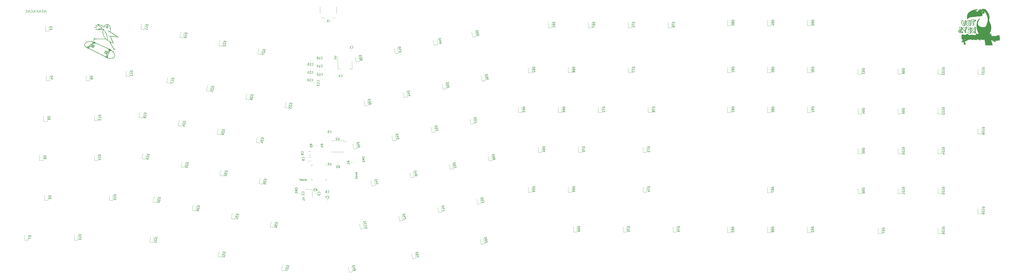
<source format=gbr>
%TF.GenerationSoftware,KiCad,Pcbnew,(6.0.9)*%
%TF.CreationDate,2022-12-16T23:57:13-05:00*%
%TF.ProjectId,rp2040 keeb,72703230-3430-4206-9b65-65622e6b6963,rev?*%
%TF.SameCoordinates,Original*%
%TF.FileFunction,Legend,Bot*%
%TF.FilePolarity,Positive*%
%FSLAX46Y46*%
G04 Gerber Fmt 4.6, Leading zero omitted, Abs format (unit mm)*
G04 Created by KiCad (PCBNEW (6.0.9)) date 2022-12-16 23:57:13*
%MOMM*%
%LPD*%
G01*
G04 APERTURE LIST*
%ADD10C,0.150000*%
%ADD11C,0.010000*%
%ADD12C,0.120000*%
G04 APERTURE END LIST*
D10*
X68912797Y-94702380D02*
X68912797Y-95416666D01*
X68960416Y-95559523D01*
X69055654Y-95654761D01*
X69198511Y-95702380D01*
X69293750Y-95702380D01*
X67960416Y-95702380D02*
X68436607Y-95702380D01*
X68436607Y-94702380D01*
X67055654Y-95607142D02*
X67103273Y-95654761D01*
X67246130Y-95702380D01*
X67341369Y-95702380D01*
X67484226Y-95654761D01*
X67579464Y-95559523D01*
X67627083Y-95464285D01*
X67674702Y-95273809D01*
X67674702Y-95130952D01*
X67627083Y-94940476D01*
X67579464Y-94845238D01*
X67484226Y-94750000D01*
X67341369Y-94702380D01*
X67246130Y-94702380D01*
X67103273Y-94750000D01*
X67055654Y-94797619D01*
X66341369Y-94702380D02*
X66341369Y-95416666D01*
X66388988Y-95559523D01*
X66484226Y-95654761D01*
X66627083Y-95702380D01*
X66722321Y-95702380D01*
X65388988Y-95702380D02*
X65865178Y-95702380D01*
X65865178Y-94702380D01*
X64484226Y-95607142D02*
X64531845Y-95654761D01*
X64674702Y-95702380D01*
X64769940Y-95702380D01*
X64912797Y-95654761D01*
X65008035Y-95559523D01*
X65055654Y-95464285D01*
X65103273Y-95273809D01*
X65103273Y-95130952D01*
X65055654Y-94940476D01*
X65008035Y-94845238D01*
X64912797Y-94750000D01*
X64769940Y-94702380D01*
X64674702Y-94702380D01*
X64531845Y-94750000D01*
X64484226Y-94797619D01*
X63769940Y-94702380D02*
X63769940Y-95416666D01*
X63817559Y-95559523D01*
X63912797Y-95654761D01*
X64055654Y-95702380D01*
X64150892Y-95702380D01*
X62817559Y-95702380D02*
X63293750Y-95702380D01*
X63293750Y-94702380D01*
X61912797Y-95607142D02*
X61960416Y-95654761D01*
X62103273Y-95702380D01*
X62198511Y-95702380D01*
X62341369Y-95654761D01*
X62436607Y-95559523D01*
X62484226Y-95464285D01*
X62531845Y-95273809D01*
X62531845Y-95130952D01*
X62484226Y-94940476D01*
X62436607Y-94845238D01*
X62341369Y-94750000D01*
X62198511Y-94702380D01*
X62103273Y-94702380D01*
X61960416Y-94750000D01*
X61912797Y-94797619D01*
X61198511Y-94702380D02*
X61198511Y-95416666D01*
X61246130Y-95559523D01*
X61341369Y-95654761D01*
X61484226Y-95702380D01*
X61579464Y-95702380D01*
X60246130Y-95702380D02*
X60722321Y-95702380D01*
X60722321Y-94702380D01*
X59341369Y-95607142D02*
X59388988Y-95654761D01*
X59531845Y-95702380D01*
X59627083Y-95702380D01*
X59769940Y-95654761D01*
X59865178Y-95559523D01*
X59912797Y-95464285D01*
X59960416Y-95273809D01*
X59960416Y-95130952D01*
X59912797Y-94940476D01*
X59865178Y-94845238D01*
X59769940Y-94750000D01*
X59627083Y-94702380D01*
X59531845Y-94702380D01*
X59388988Y-94750000D01*
X59341369Y-94797619D01*
X193399047Y-176252380D02*
X193399047Y-175585714D01*
X193399047Y-175776190D02*
X193351428Y-175680952D01*
X193303809Y-175633333D01*
X193208571Y-175585714D01*
X193113333Y-175585714D01*
X192399047Y-176204761D02*
X192494285Y-176252380D01*
X192684761Y-176252380D01*
X192780000Y-176204761D01*
X192827619Y-176109523D01*
X192827619Y-175728571D01*
X192780000Y-175633333D01*
X192684761Y-175585714D01*
X192494285Y-175585714D01*
X192399047Y-175633333D01*
X192351428Y-175728571D01*
X192351428Y-175823809D01*
X192827619Y-175919047D01*
X191970476Y-176204761D02*
X191875238Y-176252380D01*
X191684761Y-176252380D01*
X191589523Y-176204761D01*
X191541904Y-176109523D01*
X191541904Y-176061904D01*
X191589523Y-175966666D01*
X191684761Y-175919047D01*
X191827619Y-175919047D01*
X191922857Y-175871428D01*
X191970476Y-175776190D01*
X191970476Y-175728571D01*
X191922857Y-175633333D01*
X191827619Y-175585714D01*
X191684761Y-175585714D01*
X191589523Y-175633333D01*
X190732380Y-176204761D02*
X190827619Y-176252380D01*
X191018095Y-176252380D01*
X191113333Y-176204761D01*
X191160952Y-176109523D01*
X191160952Y-175728571D01*
X191113333Y-175633333D01*
X191018095Y-175585714D01*
X190827619Y-175585714D01*
X190732380Y-175633333D01*
X190684761Y-175728571D01*
X190684761Y-175823809D01*
X191160952Y-175919047D01*
X190399047Y-175585714D02*
X190018095Y-175585714D01*
X190256190Y-175252380D02*
X190256190Y-176109523D01*
X190208571Y-176204761D01*
X190113333Y-176252380D01*
X190018095Y-176252380D01*
X217442380Y-172335238D02*
X216442380Y-172335238D01*
X216823333Y-172335238D02*
X216775714Y-172430476D01*
X216775714Y-172620952D01*
X216823333Y-172716190D01*
X216870952Y-172763809D01*
X216966190Y-172811428D01*
X217251904Y-172811428D01*
X217347142Y-172763809D01*
X217394761Y-172716190D01*
X217442380Y-172620952D01*
X217442380Y-172430476D01*
X217394761Y-172335238D01*
X217442380Y-173382857D02*
X217394761Y-173287619D01*
X217347142Y-173240000D01*
X217251904Y-173192380D01*
X216966190Y-173192380D01*
X216870952Y-173240000D01*
X216823333Y-173287619D01*
X216775714Y-173382857D01*
X216775714Y-173525714D01*
X216823333Y-173620952D01*
X216870952Y-173668571D01*
X216966190Y-173716190D01*
X217251904Y-173716190D01*
X217347142Y-173668571D01*
X217394761Y-173620952D01*
X217442380Y-173525714D01*
X217442380Y-173382857D01*
X217442380Y-174287619D02*
X217394761Y-174192380D01*
X217347142Y-174144761D01*
X217251904Y-174097142D01*
X216966190Y-174097142D01*
X216870952Y-174144761D01*
X216823333Y-174192380D01*
X216775714Y-174287619D01*
X216775714Y-174430476D01*
X216823333Y-174525714D01*
X216870952Y-174573333D01*
X216966190Y-174620952D01*
X217251904Y-174620952D01*
X217347142Y-174573333D01*
X217394761Y-174525714D01*
X217442380Y-174430476D01*
X217442380Y-174287619D01*
X216775714Y-174906666D02*
X216775714Y-175287619D01*
X216442380Y-175049523D02*
X217299523Y-175049523D01*
X217394761Y-175097142D01*
X217442380Y-175192380D01*
X217442380Y-175287619D01*
%TO.C,D90*%
X435312380Y-121875714D02*
X434312380Y-121875714D01*
X434312380Y-122113809D01*
X434360000Y-122256666D01*
X434455238Y-122351904D01*
X434550476Y-122399523D01*
X434740952Y-122447142D01*
X434883809Y-122447142D01*
X435074285Y-122399523D01*
X435169523Y-122351904D01*
X435264761Y-122256666D01*
X435312380Y-122113809D01*
X435312380Y-121875714D01*
X435312380Y-122923333D02*
X435312380Y-123113809D01*
X435264761Y-123209047D01*
X435217142Y-123256666D01*
X435074285Y-123351904D01*
X434883809Y-123399523D01*
X434502857Y-123399523D01*
X434407619Y-123351904D01*
X434360000Y-123304285D01*
X434312380Y-123209047D01*
X434312380Y-123018571D01*
X434360000Y-122923333D01*
X434407619Y-122875714D01*
X434502857Y-122828095D01*
X434740952Y-122828095D01*
X434836190Y-122875714D01*
X434883809Y-122923333D01*
X434931428Y-123018571D01*
X434931428Y-123209047D01*
X434883809Y-123304285D01*
X434836190Y-123351904D01*
X434740952Y-123399523D01*
X434312380Y-124018571D02*
X434312380Y-124113809D01*
X434360000Y-124209047D01*
X434407619Y-124256666D01*
X434502857Y-124304285D01*
X434693333Y-124351904D01*
X434931428Y-124351904D01*
X435121904Y-124304285D01*
X435217142Y-124256666D01*
X435264761Y-124209047D01*
X435312380Y-124113809D01*
X435312380Y-124018571D01*
X435264761Y-123923333D01*
X435217142Y-123875714D01*
X435121904Y-123828095D01*
X434931428Y-123780476D01*
X434693333Y-123780476D01*
X434502857Y-123828095D01*
X434407619Y-123875714D01*
X434360000Y-123923333D01*
X434312380Y-124018571D01*
%TO.C,D76*%
X368894880Y-100454464D02*
X367894880Y-100454464D01*
X367894880Y-100692559D01*
X367942500Y-100835416D01*
X368037738Y-100930654D01*
X368132976Y-100978273D01*
X368323452Y-101025892D01*
X368466309Y-101025892D01*
X368656785Y-100978273D01*
X368752023Y-100930654D01*
X368847261Y-100835416D01*
X368894880Y-100692559D01*
X368894880Y-100454464D01*
X367894880Y-101359226D02*
X367894880Y-102025892D01*
X368894880Y-101597321D01*
X367894880Y-102835416D02*
X367894880Y-102644940D01*
X367942500Y-102549702D01*
X367990119Y-102502083D01*
X368132976Y-102406845D01*
X368323452Y-102359226D01*
X368704404Y-102359226D01*
X368799642Y-102406845D01*
X368847261Y-102454464D01*
X368894880Y-102549702D01*
X368894880Y-102740178D01*
X368847261Y-102835416D01*
X368799642Y-102883035D01*
X368704404Y-102930654D01*
X368466309Y-102930654D01*
X368371071Y-102883035D01*
X368323452Y-102835416D01*
X368275833Y-102740178D01*
X368275833Y-102549702D01*
X368323452Y-102454464D01*
X368371071Y-102406845D01*
X368466309Y-102359226D01*
%TO.C,D37*%
X184931804Y-216887164D02*
X183953656Y-216679252D01*
X183904154Y-216912145D01*
X183921030Y-217061781D01*
X183994386Y-217174739D01*
X184077643Y-217241118D01*
X184254056Y-217327299D01*
X184393791Y-217357001D01*
X184590006Y-217350024D01*
X184693063Y-217323247D01*
X184806021Y-217249891D01*
X184882301Y-217120056D01*
X184931804Y-216887164D01*
X183765546Y-217564243D02*
X183636839Y-218169763D01*
X184078770Y-217922918D01*
X184049069Y-218062654D01*
X184075846Y-218165711D01*
X184112524Y-218222190D01*
X184195780Y-218288570D01*
X184428672Y-218338073D01*
X184531730Y-218311295D01*
X184588209Y-218274617D01*
X184654588Y-218191361D01*
X184713992Y-217911890D01*
X184687214Y-217808833D01*
X184650537Y-217752354D01*
X183567535Y-218495812D02*
X183428927Y-219147911D01*
X184496180Y-218936616D01*
%TO.C,U2*%
X208891904Y-155722380D02*
X208891904Y-156531904D01*
X208844285Y-156627142D01*
X208796666Y-156674761D01*
X208701428Y-156722380D01*
X208510952Y-156722380D01*
X208415714Y-156674761D01*
X208368095Y-156627142D01*
X208320476Y-156531904D01*
X208320476Y-155722380D01*
X207891904Y-155817619D02*
X207844285Y-155770000D01*
X207749047Y-155722380D01*
X207510952Y-155722380D01*
X207415714Y-155770000D01*
X207368095Y-155817619D01*
X207320476Y-155912857D01*
X207320476Y-156008095D01*
X207368095Y-156150952D01*
X207939523Y-156722380D01*
X207320476Y-156722380D01*
%TO.C,D24*%
X135639090Y-147916969D02*
X134660942Y-147709057D01*
X134611440Y-147941950D01*
X134628316Y-148091586D01*
X134701672Y-148204544D01*
X134784929Y-148270923D01*
X134961342Y-148357104D01*
X135101077Y-148386806D01*
X135297292Y-148379829D01*
X135400349Y-148353052D01*
X135513307Y-148279696D01*
X135589587Y-148149861D01*
X135639090Y-147916969D01*
X134556088Y-148660428D02*
X134499609Y-148697106D01*
X134433230Y-148780362D01*
X134383727Y-149013254D01*
X134410504Y-149116312D01*
X134447182Y-149172791D01*
X134530438Y-149239170D01*
X134623595Y-149258971D01*
X134773231Y-149242095D01*
X135450979Y-148801960D01*
X135322272Y-149407480D01*
X134491964Y-150107284D02*
X135144062Y-150245892D01*
X134168839Y-149795187D02*
X134917019Y-149710804D01*
X134788311Y-150316323D01*
%TO.C,D30*%
X155614566Y-171604157D02*
X154636418Y-171396245D01*
X154586916Y-171629138D01*
X154603792Y-171778774D01*
X154677148Y-171891732D01*
X154760405Y-171958111D01*
X154936818Y-172044292D01*
X155076553Y-172073994D01*
X155272768Y-172067017D01*
X155375825Y-172040240D01*
X155488783Y-171966884D01*
X155565063Y-171837049D01*
X155614566Y-171604157D01*
X154448308Y-172281236D02*
X154319601Y-172886756D01*
X154761532Y-172639911D01*
X154731831Y-172779647D01*
X154758608Y-172882704D01*
X154795286Y-172939183D01*
X154878542Y-173005563D01*
X155111434Y-173055066D01*
X155214492Y-173028288D01*
X155270971Y-172991610D01*
X155337350Y-172908354D01*
X155396754Y-172628883D01*
X155369976Y-172525826D01*
X155333299Y-172469347D01*
X154190893Y-173492276D02*
X154171092Y-173585433D01*
X154197870Y-173688490D01*
X154234548Y-173744969D01*
X154317804Y-173811349D01*
X154494217Y-173897530D01*
X154727109Y-173947032D01*
X154923324Y-173940056D01*
X155026381Y-173913279D01*
X155082860Y-173876601D01*
X155149240Y-173793345D01*
X155169041Y-173700188D01*
X155142264Y-173597130D01*
X155105586Y-173540651D01*
X155022329Y-173474272D01*
X154845916Y-173388091D01*
X154613024Y-173338588D01*
X154416809Y-173345564D01*
X154313752Y-173372342D01*
X154257273Y-173409020D01*
X154190893Y-173492276D01*
%TO.C,D25*%
X136980851Y-167643440D02*
X136002703Y-167435528D01*
X135953201Y-167668421D01*
X135970077Y-167818057D01*
X136043433Y-167931015D01*
X136126690Y-167997394D01*
X136303103Y-168083575D01*
X136442838Y-168113277D01*
X136639053Y-168106300D01*
X136742110Y-168079523D01*
X136855068Y-168006167D01*
X136931348Y-167876332D01*
X136980851Y-167643440D01*
X135897849Y-168386899D02*
X135841370Y-168423577D01*
X135774991Y-168506833D01*
X135725488Y-168739725D01*
X135752265Y-168842783D01*
X135788943Y-168899262D01*
X135872199Y-168965641D01*
X135965356Y-168985442D01*
X136114992Y-168968566D01*
X136792740Y-168528431D01*
X136664033Y-169133951D01*
X135497775Y-169811030D02*
X135596781Y-169345245D01*
X136072466Y-169397672D01*
X136015987Y-169434350D01*
X135949607Y-169517607D01*
X135900104Y-169750499D01*
X135926882Y-169853556D01*
X135963560Y-169910035D01*
X136046816Y-169976415D01*
X136279708Y-170025918D01*
X136382766Y-169999140D01*
X136439245Y-169962462D01*
X136505624Y-169879206D01*
X136555127Y-169646314D01*
X136528350Y-169543256D01*
X136491672Y-169486777D01*
%TO.C,C14*%
X200192857Y-121847142D02*
X200240476Y-121894761D01*
X200383333Y-121942380D01*
X200478571Y-121942380D01*
X200621428Y-121894761D01*
X200716666Y-121799523D01*
X200764285Y-121704285D01*
X200811904Y-121513809D01*
X200811904Y-121370952D01*
X200764285Y-121180476D01*
X200716666Y-121085238D01*
X200621428Y-120990000D01*
X200478571Y-120942380D01*
X200383333Y-120942380D01*
X200240476Y-120990000D01*
X200192857Y-121037619D01*
X199240476Y-121942380D02*
X199811904Y-121942380D01*
X199526190Y-121942380D02*
X199526190Y-120942380D01*
X199621428Y-121085238D01*
X199716666Y-121180476D01*
X199811904Y-121228095D01*
X198383333Y-121275714D02*
X198383333Y-121942380D01*
X198621428Y-120894761D02*
X198859523Y-121609047D01*
X198240476Y-121609047D01*
%TO.C,D41*%
X226921880Y-175465416D02*
X225943732Y-175673327D01*
X225993235Y-175906220D01*
X226069515Y-176036054D01*
X226182473Y-176109410D01*
X226285530Y-176136187D01*
X226481745Y-176143164D01*
X226621480Y-176113462D01*
X226797893Y-176027281D01*
X226881150Y-175960902D01*
X226954506Y-175847944D01*
X226971382Y-175698308D01*
X226921880Y-175465416D01*
X226566798Y-177001377D02*
X227218896Y-176862769D01*
X226144668Y-176847689D02*
X226793842Y-176466289D01*
X226922549Y-177071809D01*
X227436709Y-177887495D02*
X227317902Y-177328554D01*
X227377305Y-177608025D02*
X226399158Y-177815936D01*
X226519092Y-177693078D01*
X226592448Y-177580120D01*
X226619225Y-177477062D01*
%TO.C,D81*%
X397212380Y-121875714D02*
X396212380Y-121875714D01*
X396212380Y-122113809D01*
X396260000Y-122256666D01*
X396355238Y-122351904D01*
X396450476Y-122399523D01*
X396640952Y-122447142D01*
X396783809Y-122447142D01*
X396974285Y-122399523D01*
X397069523Y-122351904D01*
X397164761Y-122256666D01*
X397212380Y-122113809D01*
X397212380Y-121875714D01*
X396640952Y-123018571D02*
X396593333Y-122923333D01*
X396545714Y-122875714D01*
X396450476Y-122828095D01*
X396402857Y-122828095D01*
X396307619Y-122875714D01*
X396260000Y-122923333D01*
X396212380Y-123018571D01*
X396212380Y-123209047D01*
X396260000Y-123304285D01*
X396307619Y-123351904D01*
X396402857Y-123399523D01*
X396450476Y-123399523D01*
X396545714Y-123351904D01*
X396593333Y-123304285D01*
X396640952Y-123209047D01*
X396640952Y-123018571D01*
X396688571Y-122923333D01*
X396736190Y-122875714D01*
X396831428Y-122828095D01*
X397021904Y-122828095D01*
X397117142Y-122875714D01*
X397164761Y-122923333D01*
X397212380Y-123018571D01*
X397212380Y-123209047D01*
X397164761Y-123304285D01*
X397117142Y-123351904D01*
X397021904Y-123399523D01*
X396831428Y-123399523D01*
X396736190Y-123351904D01*
X396688571Y-123304285D01*
X396640952Y-123209047D01*
X397212380Y-124351904D02*
X397212380Y-123780476D01*
X397212380Y-124066190D02*
X396212380Y-124066190D01*
X396355238Y-123970952D01*
X396450476Y-123875714D01*
X396498095Y-123780476D01*
%TO.C,D51*%
X255570158Y-149900448D02*
X254592010Y-150108359D01*
X254641513Y-150341252D01*
X254717793Y-150471086D01*
X254830751Y-150544442D01*
X254933808Y-150571219D01*
X255130023Y-150578196D01*
X255269758Y-150548494D01*
X255446171Y-150462313D01*
X255529428Y-150395934D01*
X255602784Y-150282976D01*
X255619660Y-150133340D01*
X255570158Y-149900448D01*
X254898927Y-151552291D02*
X254799922Y-151086507D01*
X255255806Y-150940923D01*
X255219128Y-150997402D01*
X255192351Y-151100459D01*
X255241853Y-151333352D01*
X255308233Y-151416608D01*
X255364712Y-151453286D01*
X255467769Y-151480063D01*
X255700662Y-151430560D01*
X255783918Y-151364181D01*
X255820596Y-151307702D01*
X255847373Y-151204644D01*
X255797870Y-150971752D01*
X255731491Y-150888496D01*
X255675012Y-150851818D01*
X256084987Y-152322527D02*
X255966180Y-151763586D01*
X256025583Y-152043057D02*
X255047436Y-152250968D01*
X255167370Y-152128110D01*
X255240726Y-152015152D01*
X255267503Y-151912094D01*
%TO.C,D21*%
X122043027Y-203519742D02*
X121064879Y-203311830D01*
X121015377Y-203544723D01*
X121032253Y-203694359D01*
X121105609Y-203807317D01*
X121188866Y-203873696D01*
X121365279Y-203959877D01*
X121505014Y-203989579D01*
X121701229Y-203982602D01*
X121804286Y-203955825D01*
X121917244Y-203882469D01*
X121993524Y-203752634D01*
X122043027Y-203519742D01*
X120960025Y-204263201D02*
X120903546Y-204299879D01*
X120837167Y-204383135D01*
X120787664Y-204616027D01*
X120814441Y-204719085D01*
X120851119Y-204775564D01*
X120934375Y-204841943D01*
X121027532Y-204861744D01*
X121177168Y-204844868D01*
X121854916Y-204404733D01*
X121726209Y-205010253D01*
X121528198Y-205941822D02*
X121647005Y-205382880D01*
X121587601Y-205662351D02*
X120609454Y-205454439D01*
X120768990Y-205390984D01*
X120881948Y-205317628D01*
X120948328Y-205234372D01*
%TO.C,D89*%
X435312380Y-99470617D02*
X434312380Y-99470617D01*
X434312380Y-99708712D01*
X434360000Y-99851569D01*
X434455238Y-99946807D01*
X434550476Y-99994426D01*
X434740952Y-100042045D01*
X434883809Y-100042045D01*
X435074285Y-99994426D01*
X435169523Y-99946807D01*
X435264761Y-99851569D01*
X435312380Y-99708712D01*
X435312380Y-99470617D01*
X434740952Y-100613474D02*
X434693333Y-100518236D01*
X434645714Y-100470617D01*
X434550476Y-100422998D01*
X434502857Y-100422998D01*
X434407619Y-100470617D01*
X434360000Y-100518236D01*
X434312380Y-100613474D01*
X434312380Y-100803950D01*
X434360000Y-100899188D01*
X434407619Y-100946807D01*
X434502857Y-100994426D01*
X434550476Y-100994426D01*
X434645714Y-100946807D01*
X434693333Y-100899188D01*
X434740952Y-100803950D01*
X434740952Y-100613474D01*
X434788571Y-100518236D01*
X434836190Y-100470617D01*
X434931428Y-100422998D01*
X435121904Y-100422998D01*
X435217142Y-100470617D01*
X435264761Y-100518236D01*
X435312380Y-100613474D01*
X435312380Y-100803950D01*
X435264761Y-100899188D01*
X435217142Y-100946807D01*
X435121904Y-100994426D01*
X434931428Y-100994426D01*
X434836190Y-100946807D01*
X434788571Y-100899188D01*
X434740952Y-100803950D01*
X435312380Y-101470617D02*
X435312380Y-101661093D01*
X435264761Y-101756331D01*
X435217142Y-101803950D01*
X435074285Y-101899188D01*
X434883809Y-101946807D01*
X434502857Y-101946807D01*
X434407619Y-101899188D01*
X434360000Y-101851569D01*
X434312380Y-101756331D01*
X434312380Y-101565855D01*
X434360000Y-101470617D01*
X434407619Y-101422998D01*
X434502857Y-101375379D01*
X434740952Y-101375379D01*
X434836190Y-101422998D01*
X434883809Y-101470617D01*
X434931428Y-101565855D01*
X434931428Y-101756331D01*
X434883809Y-101851569D01*
X434836190Y-101899188D01*
X434740952Y-101946807D01*
%TO.C,C1*%
X214826666Y-112797142D02*
X214874285Y-112844761D01*
X215017142Y-112892380D01*
X215112380Y-112892380D01*
X215255238Y-112844761D01*
X215350476Y-112749523D01*
X215398095Y-112654285D01*
X215445714Y-112463809D01*
X215445714Y-112320952D01*
X215398095Y-112130476D01*
X215350476Y-112035238D01*
X215255238Y-111940000D01*
X215112380Y-111892380D01*
X215017142Y-111892380D01*
X214874285Y-111940000D01*
X214826666Y-111987619D01*
X213874285Y-112892380D02*
X214445714Y-112892380D01*
X214160000Y-112892380D02*
X214160000Y-111892380D01*
X214255238Y-112035238D01*
X214350476Y-112130476D01*
X214445714Y-112178095D01*
%TO.C,D13*%
X95238630Y-144805714D02*
X94238630Y-144805714D01*
X94238630Y-145043809D01*
X94286250Y-145186666D01*
X94381488Y-145281904D01*
X94476726Y-145329523D01*
X94667202Y-145377142D01*
X94810059Y-145377142D01*
X95000535Y-145329523D01*
X95095773Y-145281904D01*
X95191011Y-145186666D01*
X95238630Y-145043809D01*
X95238630Y-144805714D01*
X95238630Y-146329523D02*
X95238630Y-145758095D01*
X95238630Y-146043809D02*
X94238630Y-146043809D01*
X94381488Y-145948571D01*
X94476726Y-145853333D01*
X94524345Y-145758095D01*
X94238630Y-146662857D02*
X94238630Y-147281904D01*
X94619583Y-146948571D01*
X94619583Y-147091428D01*
X94667202Y-147186666D01*
X94714821Y-147234285D01*
X94810059Y-147281904D01*
X95048154Y-147281904D01*
X95143392Y-147234285D01*
X95191011Y-147186666D01*
X95238630Y-147091428D01*
X95238630Y-146805714D01*
X95191011Y-146710476D01*
X95143392Y-146662857D01*
%TO.C,U1*%
X206452380Y-116718095D02*
X207261904Y-116718095D01*
X207357142Y-116765714D01*
X207404761Y-116813333D01*
X207452380Y-116908571D01*
X207452380Y-117099047D01*
X207404761Y-117194285D01*
X207357142Y-117241904D01*
X207261904Y-117289523D01*
X206452380Y-117289523D01*
X207452380Y-118289523D02*
X207452380Y-117718095D01*
X207452380Y-118003809D02*
X206452380Y-118003809D01*
X206595238Y-117908571D01*
X206690476Y-117813333D01*
X206738095Y-117718095D01*
%TO.C,D94*%
X459507380Y-141655714D02*
X458507380Y-141655714D01*
X458507380Y-141893809D01*
X458555000Y-142036666D01*
X458650238Y-142131904D01*
X458745476Y-142179523D01*
X458935952Y-142227142D01*
X459078809Y-142227142D01*
X459269285Y-142179523D01*
X459364523Y-142131904D01*
X459459761Y-142036666D01*
X459507380Y-141893809D01*
X459507380Y-141655714D01*
X459507380Y-142703333D02*
X459507380Y-142893809D01*
X459459761Y-142989047D01*
X459412142Y-143036666D01*
X459269285Y-143131904D01*
X459078809Y-143179523D01*
X458697857Y-143179523D01*
X458602619Y-143131904D01*
X458555000Y-143084285D01*
X458507380Y-142989047D01*
X458507380Y-142798571D01*
X458555000Y-142703333D01*
X458602619Y-142655714D01*
X458697857Y-142608095D01*
X458935952Y-142608095D01*
X459031190Y-142655714D01*
X459078809Y-142703333D01*
X459126428Y-142798571D01*
X459126428Y-142989047D01*
X459078809Y-143084285D01*
X459031190Y-143131904D01*
X458935952Y-143179523D01*
X458840714Y-144036666D02*
X459507380Y-144036666D01*
X458459761Y-143798571D02*
X459174047Y-143560476D01*
X459174047Y-144179523D01*
%TO.C,C4*%
X209686666Y-126537142D02*
X209734285Y-126584761D01*
X209877142Y-126632380D01*
X209972380Y-126632380D01*
X210115238Y-126584761D01*
X210210476Y-126489523D01*
X210258095Y-126394285D01*
X210305714Y-126203809D01*
X210305714Y-126060952D01*
X210258095Y-125870476D01*
X210210476Y-125775238D01*
X210115238Y-125680000D01*
X209972380Y-125632380D01*
X209877142Y-125632380D01*
X209734285Y-125680000D01*
X209686666Y-125727619D01*
X208829523Y-125965714D02*
X208829523Y-126632380D01*
X209067619Y-125584761D02*
X209305714Y-126299047D01*
X208686666Y-126299047D01*
%TO.C,D103*%
X497607380Y-122149523D02*
X496607380Y-122149523D01*
X496607380Y-122387619D01*
X496655000Y-122530476D01*
X496750238Y-122625714D01*
X496845476Y-122673333D01*
X497035952Y-122720952D01*
X497178809Y-122720952D01*
X497369285Y-122673333D01*
X497464523Y-122625714D01*
X497559761Y-122530476D01*
X497607380Y-122387619D01*
X497607380Y-122149523D01*
X497607380Y-123673333D02*
X497607380Y-123101904D01*
X497607380Y-123387619D02*
X496607380Y-123387619D01*
X496750238Y-123292380D01*
X496845476Y-123197142D01*
X496893095Y-123101904D01*
X496607380Y-124292380D02*
X496607380Y-124387619D01*
X496655000Y-124482857D01*
X496702619Y-124530476D01*
X496797857Y-124578095D01*
X496988333Y-124625714D01*
X497226428Y-124625714D01*
X497416904Y-124578095D01*
X497512142Y-124530476D01*
X497559761Y-124482857D01*
X497607380Y-124387619D01*
X497607380Y-124292380D01*
X497559761Y-124197142D01*
X497512142Y-124149523D01*
X497416904Y-124101904D01*
X497226428Y-124054285D01*
X496988333Y-124054285D01*
X496797857Y-124101904D01*
X496702619Y-124149523D01*
X496655000Y-124197142D01*
X496607380Y-124292380D01*
X496607380Y-124959047D02*
X496607380Y-125578095D01*
X496988333Y-125244761D01*
X496988333Y-125387619D01*
X497035952Y-125482857D01*
X497083571Y-125530476D01*
X497178809Y-125578095D01*
X497416904Y-125578095D01*
X497512142Y-125530476D01*
X497559761Y-125482857D01*
X497607380Y-125387619D01*
X497607380Y-125101904D01*
X497559761Y-125006666D01*
X497512142Y-124959047D01*
%TO.C,D43*%
X238070310Y-112234531D02*
X237092162Y-112442442D01*
X237141665Y-112675335D01*
X237217945Y-112805169D01*
X237330903Y-112878525D01*
X237433960Y-112905302D01*
X237630175Y-112912279D01*
X237769910Y-112882577D01*
X237946323Y-112796396D01*
X238029580Y-112730017D01*
X238102936Y-112617059D01*
X238119812Y-112467423D01*
X238070310Y-112234531D01*
X237715228Y-113770492D02*
X238367326Y-113631884D01*
X237293098Y-113616804D02*
X237942272Y-113235404D01*
X238070979Y-113840924D01*
X237478284Y-114259002D02*
X237606991Y-114864522D01*
X237910315Y-114459268D01*
X237940016Y-114599004D01*
X238006396Y-114682260D01*
X238062875Y-114718938D01*
X238165932Y-114745715D01*
X238398825Y-114696213D01*
X238482081Y-114629833D01*
X238518759Y-114573354D01*
X238545536Y-114470296D01*
X238486133Y-114190826D01*
X238419753Y-114107569D01*
X238363274Y-114070891D01*
%TO.C,D65*%
X321269880Y-179035714D02*
X320269880Y-179035714D01*
X320269880Y-179273809D01*
X320317500Y-179416666D01*
X320412738Y-179511904D01*
X320507976Y-179559523D01*
X320698452Y-179607142D01*
X320841309Y-179607142D01*
X321031785Y-179559523D01*
X321127023Y-179511904D01*
X321222261Y-179416666D01*
X321269880Y-179273809D01*
X321269880Y-179035714D01*
X320269880Y-180464285D02*
X320269880Y-180273809D01*
X320317500Y-180178571D01*
X320365119Y-180130952D01*
X320507976Y-180035714D01*
X320698452Y-179988095D01*
X321079404Y-179988095D01*
X321174642Y-180035714D01*
X321222261Y-180083333D01*
X321269880Y-180178571D01*
X321269880Y-180369047D01*
X321222261Y-180464285D01*
X321174642Y-180511904D01*
X321079404Y-180559523D01*
X320841309Y-180559523D01*
X320746071Y-180511904D01*
X320698452Y-180464285D01*
X320650833Y-180369047D01*
X320650833Y-180178571D01*
X320698452Y-180083333D01*
X320746071Y-180035714D01*
X320841309Y-179988095D01*
X320269880Y-181464285D02*
X320269880Y-180988095D01*
X320746071Y-180940476D01*
X320698452Y-180988095D01*
X320650833Y-181083333D01*
X320650833Y-181321428D01*
X320698452Y-181416666D01*
X320746071Y-181464285D01*
X320841309Y-181511904D01*
X321079404Y-181511904D01*
X321174642Y-181464285D01*
X321222261Y-181416666D01*
X321269880Y-181321428D01*
X321269880Y-181083333D01*
X321222261Y-180988095D01*
X321174642Y-180940476D01*
%TO.C,D14*%
X95093630Y-163805714D02*
X94093630Y-163805714D01*
X94093630Y-164043809D01*
X94141250Y-164186666D01*
X94236488Y-164281904D01*
X94331726Y-164329523D01*
X94522202Y-164377142D01*
X94665059Y-164377142D01*
X94855535Y-164329523D01*
X94950773Y-164281904D01*
X95046011Y-164186666D01*
X95093630Y-164043809D01*
X95093630Y-163805714D01*
X95093630Y-165329523D02*
X95093630Y-164758095D01*
X95093630Y-165043809D02*
X94093630Y-165043809D01*
X94236488Y-164948571D01*
X94331726Y-164853333D01*
X94379345Y-164758095D01*
X94426964Y-166186666D02*
X95093630Y-166186666D01*
X94046011Y-165948571D02*
X94760297Y-165710476D01*
X94760297Y-166329523D01*
%TO.C,D36*%
X179575666Y-196273093D02*
X178597518Y-196065181D01*
X178548016Y-196298074D01*
X178564892Y-196447710D01*
X178638248Y-196560668D01*
X178721505Y-196627047D01*
X178897918Y-196713228D01*
X179037653Y-196742930D01*
X179233868Y-196735953D01*
X179336925Y-196709176D01*
X179449883Y-196635820D01*
X179526163Y-196505985D01*
X179575666Y-196273093D01*
X178409408Y-196950172D02*
X178280701Y-197555692D01*
X178722632Y-197308847D01*
X178692931Y-197448583D01*
X178719708Y-197551640D01*
X178756386Y-197608119D01*
X178839642Y-197674499D01*
X179072534Y-197724002D01*
X179175592Y-197697224D01*
X179232071Y-197660546D01*
X179298450Y-197577290D01*
X179357854Y-197297819D01*
X179331076Y-197194762D01*
X179294399Y-197138283D01*
X178102491Y-198394104D02*
X178142093Y-198207790D01*
X178208472Y-198124534D01*
X178264951Y-198087856D01*
X178424488Y-198024401D01*
X178620702Y-198017425D01*
X178993330Y-198096629D01*
X179076586Y-198163009D01*
X179113264Y-198219488D01*
X179140042Y-198322545D01*
X179100439Y-198508859D01*
X179034060Y-198592115D01*
X178977581Y-198628793D01*
X178874523Y-198655571D01*
X178641631Y-198606068D01*
X178558375Y-198539688D01*
X178521697Y-198483209D01*
X178494919Y-198380152D01*
X178534522Y-198193838D01*
X178600901Y-198110582D01*
X178657380Y-198073904D01*
X178760438Y-198047126D01*
%TO.C,Y1*%
X191976190Y-184523809D02*
X192452380Y-184523809D01*
X191452380Y-184190476D02*
X191976190Y-184523809D01*
X191452380Y-184857142D01*
X192452380Y-185714285D02*
X192452380Y-185142857D01*
X192452380Y-185428571D02*
X191452380Y-185428571D01*
X191595238Y-185333333D01*
X191690476Y-185238095D01*
X191738095Y-185142857D01*
%TO.C,D8*%
X91269879Y-126231904D02*
X90269879Y-126231904D01*
X90269879Y-126470000D01*
X90317499Y-126612857D01*
X90412737Y-126708095D01*
X90507975Y-126755714D01*
X90698451Y-126803333D01*
X90841308Y-126803333D01*
X91031784Y-126755714D01*
X91127022Y-126708095D01*
X91222260Y-126612857D01*
X91269879Y-126470000D01*
X91269879Y-126231904D01*
X90698451Y-127374761D02*
X90650832Y-127279523D01*
X90603213Y-127231904D01*
X90507975Y-127184285D01*
X90460356Y-127184285D01*
X90365118Y-127231904D01*
X90317499Y-127279523D01*
X90269879Y-127374761D01*
X90269879Y-127565238D01*
X90317499Y-127660476D01*
X90365118Y-127708095D01*
X90460356Y-127755714D01*
X90507975Y-127755714D01*
X90603213Y-127708095D01*
X90650832Y-127660476D01*
X90698451Y-127565238D01*
X90698451Y-127374761D01*
X90746070Y-127279523D01*
X90793689Y-127231904D01*
X90888927Y-127184285D01*
X91079403Y-127184285D01*
X91174641Y-127231904D01*
X91222260Y-127279523D01*
X91269879Y-127374761D01*
X91269879Y-127565238D01*
X91222260Y-127660476D01*
X91174641Y-127708095D01*
X91079403Y-127755714D01*
X90888927Y-127755714D01*
X90793689Y-127708095D01*
X90746070Y-127660476D01*
X90698451Y-127565238D01*
%TO.C,D74*%
X356988630Y-179035714D02*
X355988630Y-179035714D01*
X355988630Y-179273809D01*
X356036250Y-179416666D01*
X356131488Y-179511904D01*
X356226726Y-179559523D01*
X356417202Y-179607142D01*
X356560059Y-179607142D01*
X356750535Y-179559523D01*
X356845773Y-179511904D01*
X356941011Y-179416666D01*
X356988630Y-179273809D01*
X356988630Y-179035714D01*
X355988630Y-179940476D02*
X355988630Y-180607142D01*
X356988630Y-180178571D01*
X356321964Y-181416666D02*
X356988630Y-181416666D01*
X355941011Y-181178571D02*
X356655297Y-180940476D01*
X356655297Y-181559523D01*
%TO.C,R4*%
X201172380Y-159273333D02*
X200696190Y-158940000D01*
X201172380Y-158701904D02*
X200172380Y-158701904D01*
X200172380Y-159082857D01*
X200220000Y-159178095D01*
X200267619Y-159225714D01*
X200362857Y-159273333D01*
X200505714Y-159273333D01*
X200600952Y-159225714D01*
X200648571Y-159178095D01*
X200696190Y-159082857D01*
X200696190Y-158701904D01*
X200505714Y-160130476D02*
X201172380Y-160130476D01*
X200124761Y-159892380D02*
X200839047Y-159654285D01*
X200839047Y-160273333D01*
%TO.C,D4*%
X72219879Y-126231904D02*
X71219879Y-126231904D01*
X71219879Y-126470000D01*
X71267499Y-126612857D01*
X71362737Y-126708095D01*
X71457975Y-126755714D01*
X71648451Y-126803333D01*
X71791308Y-126803333D01*
X71981784Y-126755714D01*
X72077022Y-126708095D01*
X72172260Y-126612857D01*
X72219879Y-126470000D01*
X72219879Y-126231904D01*
X71553213Y-127660476D02*
X72219879Y-127660476D01*
X71172260Y-127422380D02*
X71886546Y-127184285D01*
X71886546Y-127803333D01*
%TO.C,D73*%
X356988630Y-159985714D02*
X355988630Y-159985714D01*
X355988630Y-160223809D01*
X356036250Y-160366666D01*
X356131488Y-160461904D01*
X356226726Y-160509523D01*
X356417202Y-160557142D01*
X356560059Y-160557142D01*
X356750535Y-160509523D01*
X356845773Y-160461904D01*
X356941011Y-160366666D01*
X356988630Y-160223809D01*
X356988630Y-159985714D01*
X355988630Y-160890476D02*
X355988630Y-161557142D01*
X356988630Y-161128571D01*
X355988630Y-161842857D02*
X355988630Y-162461904D01*
X356369583Y-162128571D01*
X356369583Y-162271428D01*
X356417202Y-162366666D01*
X356464821Y-162414285D01*
X356560059Y-162461904D01*
X356798154Y-162461904D01*
X356893392Y-162414285D01*
X356941011Y-162366666D01*
X356988630Y-162271428D01*
X356988630Y-161985714D01*
X356941011Y-161890476D01*
X356893392Y-161842857D01*
%TO.C,D92*%
X435252380Y-198325714D02*
X434252380Y-198325714D01*
X434252380Y-198563809D01*
X434300000Y-198706666D01*
X434395238Y-198801904D01*
X434490476Y-198849523D01*
X434680952Y-198897142D01*
X434823809Y-198897142D01*
X435014285Y-198849523D01*
X435109523Y-198801904D01*
X435204761Y-198706666D01*
X435252380Y-198563809D01*
X435252380Y-198325714D01*
X435252380Y-199373333D02*
X435252380Y-199563809D01*
X435204761Y-199659047D01*
X435157142Y-199706666D01*
X435014285Y-199801904D01*
X434823809Y-199849523D01*
X434442857Y-199849523D01*
X434347619Y-199801904D01*
X434300000Y-199754285D01*
X434252380Y-199659047D01*
X434252380Y-199468571D01*
X434300000Y-199373333D01*
X434347619Y-199325714D01*
X434442857Y-199278095D01*
X434680952Y-199278095D01*
X434776190Y-199325714D01*
X434823809Y-199373333D01*
X434871428Y-199468571D01*
X434871428Y-199659047D01*
X434823809Y-199754285D01*
X434776190Y-199801904D01*
X434680952Y-199849523D01*
X434347619Y-200230476D02*
X434300000Y-200278095D01*
X434252380Y-200373333D01*
X434252380Y-200611428D01*
X434300000Y-200706666D01*
X434347619Y-200754285D01*
X434442857Y-200801904D01*
X434538095Y-200801904D01*
X434680952Y-200754285D01*
X435252380Y-200182857D01*
X435252380Y-200801904D01*
%TO.C,D17*%
X130157023Y-127362472D02*
X129178875Y-127154560D01*
X129129373Y-127387453D01*
X129146249Y-127537089D01*
X129219605Y-127650047D01*
X129302862Y-127716426D01*
X129479275Y-127802607D01*
X129619010Y-127832309D01*
X129815225Y-127825332D01*
X129918282Y-127798555D01*
X130031240Y-127725199D01*
X130107520Y-127595364D01*
X130157023Y-127362472D01*
X129840205Y-128852983D02*
X129959012Y-128294041D01*
X129899609Y-128573512D02*
X128921461Y-128365600D01*
X129080997Y-128302145D01*
X129193955Y-128228789D01*
X129260335Y-128145533D01*
X128792754Y-128971120D02*
X128654146Y-129623219D01*
X129721399Y-129411924D01*
%TO.C,D72*%
X335557380Y-140935714D02*
X334557380Y-140935714D01*
X334557380Y-141173809D01*
X334605000Y-141316666D01*
X334700238Y-141411904D01*
X334795476Y-141459523D01*
X334985952Y-141507142D01*
X335128809Y-141507142D01*
X335319285Y-141459523D01*
X335414523Y-141411904D01*
X335509761Y-141316666D01*
X335557380Y-141173809D01*
X335557380Y-140935714D01*
X334557380Y-141840476D02*
X334557380Y-142507142D01*
X335557380Y-142078571D01*
X334652619Y-142840476D02*
X334605000Y-142888095D01*
X334557380Y-142983333D01*
X334557380Y-143221428D01*
X334605000Y-143316666D01*
X334652619Y-143364285D01*
X334747857Y-143411904D01*
X334843095Y-143411904D01*
X334985952Y-143364285D01*
X335557380Y-142792857D01*
X335557380Y-143411904D01*
%TO.C,D84*%
X416262380Y-99470617D02*
X415262380Y-99470617D01*
X415262380Y-99708712D01*
X415310000Y-99851569D01*
X415405238Y-99946807D01*
X415500476Y-99994426D01*
X415690952Y-100042045D01*
X415833809Y-100042045D01*
X416024285Y-99994426D01*
X416119523Y-99946807D01*
X416214761Y-99851569D01*
X416262380Y-99708712D01*
X416262380Y-99470617D01*
X415690952Y-100613474D02*
X415643333Y-100518236D01*
X415595714Y-100470617D01*
X415500476Y-100422998D01*
X415452857Y-100422998D01*
X415357619Y-100470617D01*
X415310000Y-100518236D01*
X415262380Y-100613474D01*
X415262380Y-100803950D01*
X415310000Y-100899188D01*
X415357619Y-100946807D01*
X415452857Y-100994426D01*
X415500476Y-100994426D01*
X415595714Y-100946807D01*
X415643333Y-100899188D01*
X415690952Y-100803950D01*
X415690952Y-100613474D01*
X415738571Y-100518236D01*
X415786190Y-100470617D01*
X415881428Y-100422998D01*
X416071904Y-100422998D01*
X416167142Y-100470617D01*
X416214761Y-100518236D01*
X416262380Y-100613474D01*
X416262380Y-100803950D01*
X416214761Y-100899188D01*
X416167142Y-100946807D01*
X416071904Y-100994426D01*
X415881428Y-100994426D01*
X415786190Y-100946807D01*
X415738571Y-100899188D01*
X415690952Y-100803950D01*
X415595714Y-101851569D02*
X416262380Y-101851569D01*
X415214761Y-101613474D02*
X415929047Y-101375379D01*
X415929047Y-101994426D01*
%TO.C,D46*%
X245555592Y-171504698D02*
X244577444Y-171712609D01*
X244626947Y-171945502D01*
X244703227Y-172075336D01*
X244816185Y-172148692D01*
X244919242Y-172175469D01*
X245115457Y-172182446D01*
X245255192Y-172152744D01*
X245431605Y-172066563D01*
X245514862Y-172000184D01*
X245588218Y-171887226D01*
X245605094Y-171737590D01*
X245555592Y-171504698D01*
X245200510Y-173040659D02*
X245852608Y-172902051D01*
X244778380Y-172886971D02*
X245427554Y-172505571D01*
X245556261Y-173111091D01*
X245072472Y-174041532D02*
X245032870Y-173855218D01*
X245059647Y-173752161D01*
X245096325Y-173695682D01*
X245216259Y-173572823D01*
X245392672Y-173486643D01*
X245765300Y-173407438D01*
X245868358Y-173434215D01*
X245924837Y-173470893D01*
X245991216Y-173554150D01*
X246030818Y-173740463D01*
X246004041Y-173843521D01*
X245967363Y-173900000D01*
X245884107Y-173966380D01*
X245651214Y-174015882D01*
X245548157Y-173989105D01*
X245491678Y-173952427D01*
X245425298Y-173869171D01*
X245385696Y-173682857D01*
X245412474Y-173579799D01*
X245449151Y-173523320D01*
X245532408Y-173456941D01*
%TO.C,D40*%
X218302735Y-157821884D02*
X217324587Y-158029795D01*
X217374090Y-158262688D01*
X217450370Y-158392522D01*
X217563328Y-158465878D01*
X217666385Y-158492655D01*
X217862600Y-158499632D01*
X218002335Y-158469930D01*
X218178748Y-158383749D01*
X218262005Y-158317370D01*
X218335361Y-158204412D01*
X218352237Y-158054776D01*
X218302735Y-157821884D01*
X217947653Y-159357845D02*
X218599751Y-159219237D01*
X217525523Y-159204157D02*
X218174697Y-158822757D01*
X218303404Y-159428277D01*
X217770112Y-160125826D02*
X217789913Y-160218983D01*
X217856293Y-160302239D01*
X217912772Y-160338917D01*
X218015829Y-160365694D01*
X218212044Y-160372671D01*
X218444936Y-160323168D01*
X218621349Y-160236987D01*
X218704606Y-160170608D01*
X218741283Y-160114129D01*
X218768061Y-160011071D01*
X218748260Y-159917914D01*
X218681880Y-159834658D01*
X218625401Y-159797980D01*
X218522344Y-159771203D01*
X218326129Y-159764226D01*
X218093237Y-159813729D01*
X217916824Y-159899910D01*
X217833567Y-159966289D01*
X217796889Y-160022768D01*
X217770112Y-160125826D01*
%TO.C,D108*%
X516657380Y-150704523D02*
X515657380Y-150704523D01*
X515657380Y-150942619D01*
X515705000Y-151085476D01*
X515800238Y-151180714D01*
X515895476Y-151228333D01*
X516085952Y-151275952D01*
X516228809Y-151275952D01*
X516419285Y-151228333D01*
X516514523Y-151180714D01*
X516609761Y-151085476D01*
X516657380Y-150942619D01*
X516657380Y-150704523D01*
X516657380Y-152228333D02*
X516657380Y-151656904D01*
X516657380Y-151942619D02*
X515657380Y-151942619D01*
X515800238Y-151847380D01*
X515895476Y-151752142D01*
X515943095Y-151656904D01*
X515657380Y-152847380D02*
X515657380Y-152942619D01*
X515705000Y-153037857D01*
X515752619Y-153085476D01*
X515847857Y-153133095D01*
X516038333Y-153180714D01*
X516276428Y-153180714D01*
X516466904Y-153133095D01*
X516562142Y-153085476D01*
X516609761Y-153037857D01*
X516657380Y-152942619D01*
X516657380Y-152847380D01*
X516609761Y-152752142D01*
X516562142Y-152704523D01*
X516466904Y-152656904D01*
X516276428Y-152609285D01*
X516038333Y-152609285D01*
X515847857Y-152656904D01*
X515752619Y-152704523D01*
X515705000Y-152752142D01*
X515657380Y-152847380D01*
X516085952Y-153752142D02*
X516038333Y-153656904D01*
X515990714Y-153609285D01*
X515895476Y-153561666D01*
X515847857Y-153561666D01*
X515752619Y-153609285D01*
X515705000Y-153656904D01*
X515657380Y-153752142D01*
X515657380Y-153942619D01*
X515705000Y-154037857D01*
X515752619Y-154085476D01*
X515847857Y-154133095D01*
X515895476Y-154133095D01*
X515990714Y-154085476D01*
X516038333Y-154037857D01*
X516085952Y-153942619D01*
X516085952Y-153752142D01*
X516133571Y-153656904D01*
X516181190Y-153609285D01*
X516276428Y-153561666D01*
X516466904Y-153561666D01*
X516562142Y-153609285D01*
X516609761Y-153656904D01*
X516657380Y-153752142D01*
X516657380Y-153942619D01*
X516609761Y-154037857D01*
X516562142Y-154085476D01*
X516466904Y-154133095D01*
X516276428Y-154133095D01*
X516181190Y-154085476D01*
X516133571Y-154037857D01*
X516085952Y-153942619D01*
%TO.C,D57*%
X274203870Y-145939731D02*
X273225722Y-146147642D01*
X273275225Y-146380535D01*
X273351505Y-146510369D01*
X273464463Y-146583725D01*
X273567520Y-146610502D01*
X273763735Y-146617479D01*
X273903470Y-146587777D01*
X274079883Y-146501596D01*
X274163140Y-146435217D01*
X274236496Y-146322259D01*
X274253372Y-146172623D01*
X274203870Y-145939731D01*
X273532639Y-147591574D02*
X273433634Y-147125790D01*
X273889518Y-146980206D01*
X273852840Y-147036685D01*
X273826063Y-147139742D01*
X273875565Y-147372635D01*
X273941945Y-147455891D01*
X273998424Y-147492569D01*
X274101481Y-147519346D01*
X274334374Y-147469843D01*
X274417630Y-147403464D01*
X274454308Y-147346985D01*
X274481085Y-147243927D01*
X274431582Y-147011035D01*
X274365203Y-146927779D01*
X274308724Y-146891101D01*
X273611844Y-147964202D02*
X273750452Y-148616300D01*
X274639494Y-147989183D01*
%TO.C,D63*%
X297457380Y-140935714D02*
X296457380Y-140935714D01*
X296457380Y-141173809D01*
X296505000Y-141316666D01*
X296600238Y-141411904D01*
X296695476Y-141459523D01*
X296885952Y-141507142D01*
X297028809Y-141507142D01*
X297219285Y-141459523D01*
X297314523Y-141411904D01*
X297409761Y-141316666D01*
X297457380Y-141173809D01*
X297457380Y-140935714D01*
X296457380Y-142364285D02*
X296457380Y-142173809D01*
X296505000Y-142078571D01*
X296552619Y-142030952D01*
X296695476Y-141935714D01*
X296885952Y-141888095D01*
X297266904Y-141888095D01*
X297362142Y-141935714D01*
X297409761Y-141983333D01*
X297457380Y-142078571D01*
X297457380Y-142269047D01*
X297409761Y-142364285D01*
X297362142Y-142411904D01*
X297266904Y-142459523D01*
X297028809Y-142459523D01*
X296933571Y-142411904D01*
X296885952Y-142364285D01*
X296838333Y-142269047D01*
X296838333Y-142078571D01*
X296885952Y-141983333D01*
X296933571Y-141935714D01*
X297028809Y-141888095D01*
X296457380Y-142792857D02*
X296457380Y-143411904D01*
X296838333Y-143078571D01*
X296838333Y-143221428D01*
X296885952Y-143316666D01*
X296933571Y-143364285D01*
X297028809Y-143411904D01*
X297266904Y-143411904D01*
X297362142Y-143364285D01*
X297409761Y-143316666D01*
X297457380Y-143221428D01*
X297457380Y-142935714D01*
X297409761Y-142840476D01*
X297362142Y-142792857D01*
%TO.C,D98*%
X478557380Y-122605714D02*
X477557380Y-122605714D01*
X477557380Y-122843809D01*
X477605000Y-122986666D01*
X477700238Y-123081904D01*
X477795476Y-123129523D01*
X477985952Y-123177142D01*
X478128809Y-123177142D01*
X478319285Y-123129523D01*
X478414523Y-123081904D01*
X478509761Y-122986666D01*
X478557380Y-122843809D01*
X478557380Y-122605714D01*
X478557380Y-123653333D02*
X478557380Y-123843809D01*
X478509761Y-123939047D01*
X478462142Y-123986666D01*
X478319285Y-124081904D01*
X478128809Y-124129523D01*
X477747857Y-124129523D01*
X477652619Y-124081904D01*
X477605000Y-124034285D01*
X477557380Y-123939047D01*
X477557380Y-123748571D01*
X477605000Y-123653333D01*
X477652619Y-123605714D01*
X477747857Y-123558095D01*
X477985952Y-123558095D01*
X478081190Y-123605714D01*
X478128809Y-123653333D01*
X478176428Y-123748571D01*
X478176428Y-123939047D01*
X478128809Y-124034285D01*
X478081190Y-124081904D01*
X477985952Y-124129523D01*
X477985952Y-124700952D02*
X477938333Y-124605714D01*
X477890714Y-124558095D01*
X477795476Y-124510476D01*
X477747857Y-124510476D01*
X477652619Y-124558095D01*
X477605000Y-124605714D01*
X477557380Y-124700952D01*
X477557380Y-124891428D01*
X477605000Y-124986666D01*
X477652619Y-125034285D01*
X477747857Y-125081904D01*
X477795476Y-125081904D01*
X477890714Y-125034285D01*
X477938333Y-124986666D01*
X477985952Y-124891428D01*
X477985952Y-124700952D01*
X478033571Y-124605714D01*
X478081190Y-124558095D01*
X478176428Y-124510476D01*
X478366904Y-124510476D01*
X478462142Y-124558095D01*
X478509761Y-124605714D01*
X478557380Y-124700952D01*
X478557380Y-124891428D01*
X478509761Y-124986666D01*
X478462142Y-125034285D01*
X478366904Y-125081904D01*
X478176428Y-125081904D01*
X478081190Y-125034285D01*
X478033571Y-124986666D01*
X477985952Y-124891428D01*
%TO.C,D23*%
X149129305Y-131221357D02*
X148151157Y-131013445D01*
X148101655Y-131246338D01*
X148118531Y-131395974D01*
X148191887Y-131508932D01*
X148275144Y-131575311D01*
X148451557Y-131661492D01*
X148591292Y-131691194D01*
X148787507Y-131684217D01*
X148890564Y-131657440D01*
X149003522Y-131584084D01*
X149079802Y-131454249D01*
X149129305Y-131221357D01*
X148046303Y-131964816D02*
X147989824Y-132001494D01*
X147923445Y-132084750D01*
X147873942Y-132317642D01*
X147900719Y-132420700D01*
X147937397Y-132477179D01*
X148020653Y-132543558D01*
X148113810Y-132563359D01*
X148263446Y-132546483D01*
X148941194Y-132106348D01*
X148812487Y-132711868D01*
X147765036Y-132830005D02*
X147636328Y-133435525D01*
X148078260Y-133188680D01*
X148048558Y-133328416D01*
X148075336Y-133431473D01*
X148112014Y-133487952D01*
X148195270Y-133554332D01*
X148428162Y-133603835D01*
X148531220Y-133577057D01*
X148587699Y-133540379D01*
X148654078Y-133457123D01*
X148713482Y-133177652D01*
X148686704Y-133074595D01*
X148650026Y-133018116D01*
%TO.C,D107*%
X516657380Y-122149523D02*
X515657380Y-122149523D01*
X515657380Y-122387619D01*
X515705000Y-122530476D01*
X515800238Y-122625714D01*
X515895476Y-122673333D01*
X516085952Y-122720952D01*
X516228809Y-122720952D01*
X516419285Y-122673333D01*
X516514523Y-122625714D01*
X516609761Y-122530476D01*
X516657380Y-122387619D01*
X516657380Y-122149523D01*
X516657380Y-123673333D02*
X516657380Y-123101904D01*
X516657380Y-123387619D02*
X515657380Y-123387619D01*
X515800238Y-123292380D01*
X515895476Y-123197142D01*
X515943095Y-123101904D01*
X515657380Y-124292380D02*
X515657380Y-124387619D01*
X515705000Y-124482857D01*
X515752619Y-124530476D01*
X515847857Y-124578095D01*
X516038333Y-124625714D01*
X516276428Y-124625714D01*
X516466904Y-124578095D01*
X516562142Y-124530476D01*
X516609761Y-124482857D01*
X516657380Y-124387619D01*
X516657380Y-124292380D01*
X516609761Y-124197142D01*
X516562142Y-124149523D01*
X516466904Y-124101904D01*
X516276428Y-124054285D01*
X516038333Y-124054285D01*
X515847857Y-124101904D01*
X515752619Y-124149523D01*
X515705000Y-124197142D01*
X515657380Y-124292380D01*
X515657380Y-124959047D02*
X515657380Y-125625714D01*
X516657380Y-125197142D01*
%TO.C,D78*%
X359369880Y-140935714D02*
X358369880Y-140935714D01*
X358369880Y-141173809D01*
X358417500Y-141316666D01*
X358512738Y-141411904D01*
X358607976Y-141459523D01*
X358798452Y-141507142D01*
X358941309Y-141507142D01*
X359131785Y-141459523D01*
X359227023Y-141411904D01*
X359322261Y-141316666D01*
X359369880Y-141173809D01*
X359369880Y-140935714D01*
X358369880Y-141840476D02*
X358369880Y-142507142D01*
X359369880Y-142078571D01*
X358798452Y-143030952D02*
X358750833Y-142935714D01*
X358703214Y-142888095D01*
X358607976Y-142840476D01*
X358560357Y-142840476D01*
X358465119Y-142888095D01*
X358417500Y-142935714D01*
X358369880Y-143030952D01*
X358369880Y-143221428D01*
X358417500Y-143316666D01*
X358465119Y-143364285D01*
X358560357Y-143411904D01*
X358607976Y-143411904D01*
X358703214Y-143364285D01*
X358750833Y-143316666D01*
X358798452Y-143221428D01*
X358798452Y-143030952D01*
X358846071Y-142935714D01*
X358893690Y-142888095D01*
X358988928Y-142840476D01*
X359179404Y-142840476D01*
X359274642Y-142888095D01*
X359322261Y-142935714D01*
X359369880Y-143030952D01*
X359369880Y-143221428D01*
X359322261Y-143316666D01*
X359274642Y-143364285D01*
X359179404Y-143411904D01*
X358988928Y-143411904D01*
X358893690Y-143364285D01*
X358846071Y-143316666D01*
X358798452Y-143221428D01*
%TO.C,D59*%
X302219880Y-179035714D02*
X301219880Y-179035714D01*
X301219880Y-179273809D01*
X301267500Y-179416666D01*
X301362738Y-179511904D01*
X301457976Y-179559523D01*
X301648452Y-179607142D01*
X301791309Y-179607142D01*
X301981785Y-179559523D01*
X302077023Y-179511904D01*
X302172261Y-179416666D01*
X302219880Y-179273809D01*
X302219880Y-179035714D01*
X301219880Y-180511904D02*
X301219880Y-180035714D01*
X301696071Y-179988095D01*
X301648452Y-180035714D01*
X301600833Y-180130952D01*
X301600833Y-180369047D01*
X301648452Y-180464285D01*
X301696071Y-180511904D01*
X301791309Y-180559523D01*
X302029404Y-180559523D01*
X302124642Y-180511904D01*
X302172261Y-180464285D01*
X302219880Y-180369047D01*
X302219880Y-180130952D01*
X302172261Y-180035714D01*
X302124642Y-179988095D01*
X302219880Y-181035714D02*
X302219880Y-181226190D01*
X302172261Y-181321428D01*
X302124642Y-181369047D01*
X301981785Y-181464285D01*
X301791309Y-181511904D01*
X301410357Y-181511904D01*
X301315119Y-181464285D01*
X301267500Y-181416666D01*
X301219880Y-181321428D01*
X301219880Y-181130952D01*
X301267500Y-181035714D01*
X301315119Y-180988095D01*
X301410357Y-180940476D01*
X301648452Y-180940476D01*
X301743690Y-180988095D01*
X301791309Y-181035714D01*
X301838928Y-181130952D01*
X301838928Y-181321428D01*
X301791309Y-181416666D01*
X301743690Y-181464285D01*
X301648452Y-181511904D01*
%TO.C,C9*%
X192137142Y-165643333D02*
X192184761Y-165595714D01*
X192232380Y-165452857D01*
X192232380Y-165357619D01*
X192184761Y-165214761D01*
X192089523Y-165119523D01*
X191994285Y-165071904D01*
X191803809Y-165024285D01*
X191660952Y-165024285D01*
X191470476Y-165071904D01*
X191375238Y-165119523D01*
X191280000Y-165214761D01*
X191232380Y-165357619D01*
X191232380Y-165452857D01*
X191280000Y-165595714D01*
X191327619Y-165643333D01*
X192232380Y-166119523D02*
X192232380Y-166310000D01*
X192184761Y-166405238D01*
X192137142Y-166452857D01*
X191994285Y-166548095D01*
X191803809Y-166595714D01*
X191422857Y-166595714D01*
X191327619Y-166548095D01*
X191280000Y-166500476D01*
X191232380Y-166405238D01*
X191232380Y-166214761D01*
X191280000Y-166119523D01*
X191327619Y-166071904D01*
X191422857Y-166024285D01*
X191660952Y-166024285D01*
X191756190Y-166071904D01*
X191803809Y-166119523D01*
X191851428Y-166214761D01*
X191851428Y-166405238D01*
X191803809Y-166500476D01*
X191756190Y-166548095D01*
X191660952Y-166595714D01*
%TO.C,D12*%
X110319878Y-123691964D02*
X109319878Y-123691964D01*
X109319878Y-123930059D01*
X109367498Y-124072916D01*
X109462736Y-124168154D01*
X109557974Y-124215773D01*
X109748450Y-124263392D01*
X109891307Y-124263392D01*
X110081783Y-124215773D01*
X110177021Y-124168154D01*
X110272259Y-124072916D01*
X110319878Y-123930059D01*
X110319878Y-123691964D01*
X110319878Y-125215773D02*
X110319878Y-124644345D01*
X110319878Y-124930059D02*
X109319878Y-124930059D01*
X109462736Y-124834821D01*
X109557974Y-124739583D01*
X109605593Y-124644345D01*
X109415117Y-125596726D02*
X109367498Y-125644345D01*
X109319878Y-125739583D01*
X109319878Y-125977678D01*
X109367498Y-126072916D01*
X109415117Y-126120535D01*
X109510355Y-126168154D01*
X109605593Y-126168154D01*
X109748450Y-126120535D01*
X110319878Y-125549107D01*
X110319878Y-126168154D01*
%TO.C,D9*%
X71426130Y-183381904D02*
X70426130Y-183381904D01*
X70426130Y-183620000D01*
X70473750Y-183762857D01*
X70568988Y-183858095D01*
X70664226Y-183905714D01*
X70854702Y-183953333D01*
X70997559Y-183953333D01*
X71188035Y-183905714D01*
X71283273Y-183858095D01*
X71378511Y-183762857D01*
X71426130Y-183620000D01*
X71426130Y-183381904D01*
X71426130Y-184429523D02*
X71426130Y-184620000D01*
X71378511Y-184715238D01*
X71330892Y-184762857D01*
X71188035Y-184858095D01*
X70997559Y-184905714D01*
X70616607Y-184905714D01*
X70521369Y-184858095D01*
X70473750Y-184810476D01*
X70426130Y-184715238D01*
X70426130Y-184524761D01*
X70473750Y-184429523D01*
X70521369Y-184381904D01*
X70616607Y-184334285D01*
X70854702Y-184334285D01*
X70949940Y-184381904D01*
X70997559Y-184429523D01*
X71045178Y-184524761D01*
X71045178Y-184715238D01*
X70997559Y-184810476D01*
X70949940Y-184858095D01*
X70854702Y-184905714D01*
%TO.C,D16*%
X136348386Y-105675821D02*
X135370238Y-105467909D01*
X135320736Y-105700802D01*
X135337612Y-105850438D01*
X135410968Y-105963396D01*
X135494225Y-106029775D01*
X135670638Y-106115956D01*
X135810373Y-106145658D01*
X136006588Y-106138681D01*
X136109645Y-106111904D01*
X136222603Y-106038548D01*
X136298883Y-105908713D01*
X136348386Y-105675821D01*
X136031568Y-107166332D02*
X136150375Y-106607390D01*
X136090972Y-106886861D02*
X135112824Y-106678949D01*
X135272360Y-106615494D01*
X135385318Y-106542138D01*
X135451698Y-106458882D01*
X134875211Y-107796832D02*
X134914813Y-107610518D01*
X134981192Y-107527262D01*
X135037671Y-107490584D01*
X135197208Y-107427129D01*
X135393422Y-107420153D01*
X135766050Y-107499357D01*
X135849306Y-107565737D01*
X135885984Y-107622216D01*
X135912762Y-107725273D01*
X135873159Y-107911587D01*
X135806780Y-107994843D01*
X135750301Y-108031521D01*
X135647243Y-108058299D01*
X135414351Y-108008796D01*
X135331095Y-107942416D01*
X135294417Y-107885937D01*
X135267639Y-107782880D01*
X135307242Y-107596566D01*
X135373621Y-107513310D01*
X135430100Y-107476632D01*
X135533158Y-107449854D01*
%TO.C,D6*%
X69044880Y-164331904D02*
X68044880Y-164331904D01*
X68044880Y-164570000D01*
X68092500Y-164712857D01*
X68187738Y-164808095D01*
X68282976Y-164855714D01*
X68473452Y-164903333D01*
X68616309Y-164903333D01*
X68806785Y-164855714D01*
X68902023Y-164808095D01*
X68997261Y-164712857D01*
X69044880Y-164570000D01*
X69044880Y-164331904D01*
X68044880Y-165760476D02*
X68044880Y-165570000D01*
X68092500Y-165474761D01*
X68140119Y-165427142D01*
X68282976Y-165331904D01*
X68473452Y-165284285D01*
X68854404Y-165284285D01*
X68949642Y-165331904D01*
X68997261Y-165379523D01*
X69044880Y-165474761D01*
X69044880Y-165665238D01*
X68997261Y-165760476D01*
X68949642Y-165808095D01*
X68854404Y-165855714D01*
X68616309Y-165855714D01*
X68521071Y-165808095D01*
X68473452Y-165760476D01*
X68425833Y-165665238D01*
X68425833Y-165474761D01*
X68473452Y-165379523D01*
X68521071Y-165331904D01*
X68616309Y-165284285D01*
%TO.C,C13*%
X199267142Y-128927142D02*
X199314761Y-128879523D01*
X199362380Y-128736666D01*
X199362380Y-128641428D01*
X199314761Y-128498571D01*
X199219523Y-128403333D01*
X199124285Y-128355714D01*
X198933809Y-128308095D01*
X198790952Y-128308095D01*
X198600476Y-128355714D01*
X198505238Y-128403333D01*
X198410000Y-128498571D01*
X198362380Y-128641428D01*
X198362380Y-128736666D01*
X198410000Y-128879523D01*
X198457619Y-128927142D01*
X199362380Y-129879523D02*
X199362380Y-129308095D01*
X199362380Y-129593809D02*
X198362380Y-129593809D01*
X198505238Y-129498571D01*
X198600476Y-129403333D01*
X198648095Y-129308095D01*
X198362380Y-130212857D02*
X198362380Y-130831904D01*
X198743333Y-130498571D01*
X198743333Y-130641428D01*
X198790952Y-130736666D01*
X198838571Y-130784285D01*
X198933809Y-130831904D01*
X199171904Y-130831904D01*
X199267142Y-130784285D01*
X199314761Y-130736666D01*
X199362380Y-130641428D01*
X199362380Y-130355714D01*
X199314761Y-130260476D01*
X199267142Y-130212857D01*
%TO.C,D45*%
X236936446Y-153861166D02*
X235958298Y-154069077D01*
X236007801Y-154301970D01*
X236084081Y-154431804D01*
X236197039Y-154505160D01*
X236300096Y-154531937D01*
X236496311Y-154538914D01*
X236636046Y-154509212D01*
X236812459Y-154423031D01*
X236895716Y-154356652D01*
X236969072Y-154243694D01*
X236985948Y-154094058D01*
X236936446Y-153861166D01*
X236581364Y-155397127D02*
X237233462Y-155258519D01*
X236159234Y-155243439D02*
X236808408Y-154862039D01*
X236937115Y-155467559D01*
X236463226Y-156444579D02*
X236364221Y-155978794D01*
X236820105Y-155833210D01*
X236783427Y-155889689D01*
X236756650Y-155992746D01*
X236806152Y-156225639D01*
X236872532Y-156308895D01*
X236929011Y-156345573D01*
X237032068Y-156372350D01*
X237264961Y-156322848D01*
X237348217Y-156256468D01*
X237384895Y-156199989D01*
X237411672Y-156096931D01*
X237362170Y-155864039D01*
X237295790Y-155780783D01*
X237239311Y-155744105D01*
%TO.C,D5*%
X70992380Y-145611904D02*
X69992380Y-145611904D01*
X69992380Y-145850000D01*
X70040000Y-145992857D01*
X70135238Y-146088095D01*
X70230476Y-146135714D01*
X70420952Y-146183333D01*
X70563809Y-146183333D01*
X70754285Y-146135714D01*
X70849523Y-146088095D01*
X70944761Y-145992857D01*
X70992380Y-145850000D01*
X70992380Y-145611904D01*
X69992380Y-147088095D02*
X69992380Y-146611904D01*
X70468571Y-146564285D01*
X70420952Y-146611904D01*
X70373333Y-146707142D01*
X70373333Y-146945238D01*
X70420952Y-147040476D01*
X70468571Y-147088095D01*
X70563809Y-147135714D01*
X70801904Y-147135714D01*
X70897142Y-147088095D01*
X70944761Y-147040476D01*
X70992380Y-146945238D01*
X70992380Y-146707142D01*
X70944761Y-146611904D01*
X70897142Y-146564285D01*
%TO.C,D60*%
X279106203Y-203302565D02*
X278128055Y-203510476D01*
X278177558Y-203743369D01*
X278253838Y-203873203D01*
X278366796Y-203946559D01*
X278469853Y-203973336D01*
X278666068Y-203980313D01*
X278805803Y-203950611D01*
X278982216Y-203864430D01*
X279065473Y-203798051D01*
X279138829Y-203685093D01*
X279155705Y-203535457D01*
X279106203Y-203302565D01*
X278425072Y-204907830D02*
X278385470Y-204721516D01*
X278412247Y-204618459D01*
X278448925Y-204561980D01*
X278568859Y-204439121D01*
X278745272Y-204352940D01*
X279117900Y-204273736D01*
X279220957Y-204300513D01*
X279277436Y-204337191D01*
X279343816Y-204420448D01*
X279383418Y-204606761D01*
X279356641Y-204709819D01*
X279319963Y-204766298D01*
X279236707Y-204832677D01*
X279003814Y-204882180D01*
X278900757Y-204855403D01*
X278844278Y-204818725D01*
X278777898Y-204735469D01*
X278738296Y-204549155D01*
X278765073Y-204446097D01*
X278801751Y-204389618D01*
X278885008Y-204323239D01*
X278573580Y-205606507D02*
X278593381Y-205699664D01*
X278659761Y-205782920D01*
X278716240Y-205819598D01*
X278819297Y-205846375D01*
X279015512Y-205853352D01*
X279248404Y-205803849D01*
X279424817Y-205717668D01*
X279508074Y-205651289D01*
X279544751Y-205594810D01*
X279571529Y-205491752D01*
X279551728Y-205398595D01*
X279485348Y-205315339D01*
X279428869Y-205278661D01*
X279325812Y-205251884D01*
X279129597Y-205244907D01*
X278896705Y-205294410D01*
X278720292Y-205380591D01*
X278637035Y-205446970D01*
X278600357Y-205503449D01*
X278573580Y-205606507D01*
%TO.C,D93*%
X459507380Y-122605714D02*
X458507380Y-122605714D01*
X458507380Y-122843809D01*
X458555000Y-122986666D01*
X458650238Y-123081904D01*
X458745476Y-123129523D01*
X458935952Y-123177142D01*
X459078809Y-123177142D01*
X459269285Y-123129523D01*
X459364523Y-123081904D01*
X459459761Y-122986666D01*
X459507380Y-122843809D01*
X459507380Y-122605714D01*
X459507380Y-123653333D02*
X459507380Y-123843809D01*
X459459761Y-123939047D01*
X459412142Y-123986666D01*
X459269285Y-124081904D01*
X459078809Y-124129523D01*
X458697857Y-124129523D01*
X458602619Y-124081904D01*
X458555000Y-124034285D01*
X458507380Y-123939047D01*
X458507380Y-123748571D01*
X458555000Y-123653333D01*
X458602619Y-123605714D01*
X458697857Y-123558095D01*
X458935952Y-123558095D01*
X459031190Y-123605714D01*
X459078809Y-123653333D01*
X459126428Y-123748571D01*
X459126428Y-123939047D01*
X459078809Y-124034285D01*
X459031190Y-124081904D01*
X458935952Y-124129523D01*
X458507380Y-124462857D02*
X458507380Y-125081904D01*
X458888333Y-124748571D01*
X458888333Y-124891428D01*
X458935952Y-124986666D01*
X458983571Y-125034285D01*
X459078809Y-125081904D01*
X459316904Y-125081904D01*
X459412142Y-125034285D01*
X459459761Y-124986666D01*
X459507380Y-124891428D01*
X459507380Y-124605714D01*
X459459761Y-124510476D01*
X459412142Y-124462857D01*
%TO.C,R2*%
X208486666Y-170092380D02*
X208820000Y-169616190D01*
X209058095Y-170092380D02*
X209058095Y-169092380D01*
X208677142Y-169092380D01*
X208581904Y-169140000D01*
X208534285Y-169187619D01*
X208486666Y-169282857D01*
X208486666Y-169425714D01*
X208534285Y-169520952D01*
X208581904Y-169568571D01*
X208677142Y-169616190D01*
X209058095Y-169616190D01*
X208105714Y-169187619D02*
X208058095Y-169140000D01*
X207962857Y-169092380D01*
X207724761Y-169092380D01*
X207629523Y-169140000D01*
X207581904Y-169187619D01*
X207534285Y-169282857D01*
X207534285Y-169378095D01*
X207581904Y-169520952D01*
X208153333Y-170092380D01*
X207534285Y-170092380D01*
%TO.C,C15*%
X195752857Y-121047142D02*
X195800476Y-121094761D01*
X195943333Y-121142380D01*
X196038571Y-121142380D01*
X196181428Y-121094761D01*
X196276666Y-120999523D01*
X196324285Y-120904285D01*
X196371904Y-120713809D01*
X196371904Y-120570952D01*
X196324285Y-120380476D01*
X196276666Y-120285238D01*
X196181428Y-120190000D01*
X196038571Y-120142380D01*
X195943333Y-120142380D01*
X195800476Y-120190000D01*
X195752857Y-120237619D01*
X194800476Y-121142380D02*
X195371904Y-121142380D01*
X195086190Y-121142380D02*
X195086190Y-120142380D01*
X195181428Y-120285238D01*
X195276666Y-120380476D01*
X195371904Y-120428095D01*
X193895714Y-120142380D02*
X194371904Y-120142380D01*
X194419523Y-120618571D01*
X194371904Y-120570952D01*
X194276666Y-120523333D01*
X194038571Y-120523333D01*
X193943333Y-120570952D01*
X193895714Y-120618571D01*
X193848095Y-120713809D01*
X193848095Y-120951904D01*
X193895714Y-121047142D01*
X193943333Y-121094761D01*
X194038571Y-121142380D01*
X194276666Y-121142380D01*
X194371904Y-121094761D01*
X194419523Y-121047142D01*
%TO.C,D26*%
X142308242Y-188351658D02*
X141330094Y-188143746D01*
X141280592Y-188376639D01*
X141297468Y-188526275D01*
X141370824Y-188639233D01*
X141454081Y-188705612D01*
X141630494Y-188791793D01*
X141770229Y-188821495D01*
X141966444Y-188814518D01*
X142069501Y-188787741D01*
X142182459Y-188714385D01*
X142258739Y-188584550D01*
X142308242Y-188351658D01*
X141225240Y-189095117D02*
X141168761Y-189131795D01*
X141102382Y-189215051D01*
X141052879Y-189447943D01*
X141079656Y-189551001D01*
X141116334Y-189607480D01*
X141199590Y-189673859D01*
X141292747Y-189693660D01*
X141442383Y-189676784D01*
X142120131Y-189236649D01*
X141991424Y-189842169D01*
X140835067Y-190472669D02*
X140874669Y-190286355D01*
X140941048Y-190203099D01*
X140997527Y-190166421D01*
X141157064Y-190102966D01*
X141353278Y-190095990D01*
X141725906Y-190175194D01*
X141809162Y-190241574D01*
X141845840Y-190298053D01*
X141872618Y-190401110D01*
X141833015Y-190587424D01*
X141766636Y-190670680D01*
X141710157Y-190707358D01*
X141607099Y-190734136D01*
X141374207Y-190684633D01*
X141290951Y-190618253D01*
X141254273Y-190561774D01*
X141227495Y-190458717D01*
X141267098Y-190272403D01*
X141333477Y-190189147D01*
X141389956Y-190152469D01*
X141493014Y-190125691D01*
%TO.C,D61*%
X311744880Y-100454464D02*
X310744880Y-100454464D01*
X310744880Y-100692559D01*
X310792500Y-100835416D01*
X310887738Y-100930654D01*
X310982976Y-100978273D01*
X311173452Y-101025892D01*
X311316309Y-101025892D01*
X311506785Y-100978273D01*
X311602023Y-100930654D01*
X311697261Y-100835416D01*
X311744880Y-100692559D01*
X311744880Y-100454464D01*
X310744880Y-101883035D02*
X310744880Y-101692559D01*
X310792500Y-101597321D01*
X310840119Y-101549702D01*
X310982976Y-101454464D01*
X311173452Y-101406845D01*
X311554404Y-101406845D01*
X311649642Y-101454464D01*
X311697261Y-101502083D01*
X311744880Y-101597321D01*
X311744880Y-101787797D01*
X311697261Y-101883035D01*
X311649642Y-101930654D01*
X311554404Y-101978273D01*
X311316309Y-101978273D01*
X311221071Y-101930654D01*
X311173452Y-101883035D01*
X311125833Y-101787797D01*
X311125833Y-101597321D01*
X311173452Y-101502083D01*
X311221071Y-101454464D01*
X311316309Y-101406845D01*
X311744880Y-102930654D02*
X311744880Y-102359226D01*
X311744880Y-102644940D02*
X310744880Y-102644940D01*
X310887738Y-102549702D01*
X310982976Y-102454464D01*
X311030595Y-102359226D01*
%TO.C,D32*%
X154652020Y-210450999D02*
X153673872Y-210243087D01*
X153624370Y-210475980D01*
X153641246Y-210625616D01*
X153714602Y-210738574D01*
X153797859Y-210804953D01*
X153974272Y-210891134D01*
X154114007Y-210920836D01*
X154310222Y-210913859D01*
X154413279Y-210887082D01*
X154526237Y-210813726D01*
X154602517Y-210683891D01*
X154652020Y-210450999D01*
X153485762Y-211128078D02*
X153357055Y-211733598D01*
X153798986Y-211486753D01*
X153769285Y-211626489D01*
X153796062Y-211729546D01*
X153832740Y-211786025D01*
X153915996Y-211852405D01*
X154148888Y-211901908D01*
X154251946Y-211875130D01*
X154308425Y-211838452D01*
X154374804Y-211755196D01*
X154434208Y-211475725D01*
X154407430Y-211372668D01*
X154370753Y-211316189D01*
X153371007Y-212126027D02*
X153314528Y-212162705D01*
X153248149Y-212245961D01*
X153198646Y-212478853D01*
X153225423Y-212581911D01*
X153262101Y-212638390D01*
X153345357Y-212704769D01*
X153438514Y-212724571D01*
X153588150Y-212707694D01*
X154265898Y-212267559D01*
X154137191Y-212873079D01*
%TO.C,D99*%
X478557380Y-141655714D02*
X477557380Y-141655714D01*
X477557380Y-141893809D01*
X477605000Y-142036666D01*
X477700238Y-142131904D01*
X477795476Y-142179523D01*
X477985952Y-142227142D01*
X478128809Y-142227142D01*
X478319285Y-142179523D01*
X478414523Y-142131904D01*
X478509761Y-142036666D01*
X478557380Y-141893809D01*
X478557380Y-141655714D01*
X478557380Y-142703333D02*
X478557380Y-142893809D01*
X478509761Y-142989047D01*
X478462142Y-143036666D01*
X478319285Y-143131904D01*
X478128809Y-143179523D01*
X477747857Y-143179523D01*
X477652619Y-143131904D01*
X477605000Y-143084285D01*
X477557380Y-142989047D01*
X477557380Y-142798571D01*
X477605000Y-142703333D01*
X477652619Y-142655714D01*
X477747857Y-142608095D01*
X477985952Y-142608095D01*
X478081190Y-142655714D01*
X478128809Y-142703333D01*
X478176428Y-142798571D01*
X478176428Y-142989047D01*
X478128809Y-143084285D01*
X478081190Y-143131904D01*
X477985952Y-143179523D01*
X478557380Y-143655714D02*
X478557380Y-143846190D01*
X478509761Y-143941428D01*
X478462142Y-143989047D01*
X478319285Y-144084285D01*
X478128809Y-144131904D01*
X477747857Y-144131904D01*
X477652619Y-144084285D01*
X477605000Y-144036666D01*
X477557380Y-143941428D01*
X477557380Y-143750952D01*
X477605000Y-143655714D01*
X477652619Y-143608095D01*
X477747857Y-143560476D01*
X477985952Y-143560476D01*
X478081190Y-143608095D01*
X478128809Y-143655714D01*
X478176428Y-143750952D01*
X478176428Y-143941428D01*
X478128809Y-144036666D01*
X478081190Y-144084285D01*
X477985952Y-144131904D01*
%TO.C,D50*%
X260926296Y-129286378D02*
X259948148Y-129494289D01*
X259997651Y-129727182D01*
X260073931Y-129857016D01*
X260186889Y-129930372D01*
X260289946Y-129957149D01*
X260486161Y-129964126D01*
X260625896Y-129934424D01*
X260802309Y-129848243D01*
X260885566Y-129781864D01*
X260958922Y-129668906D01*
X260975798Y-129519270D01*
X260926296Y-129286378D01*
X260255065Y-130938221D02*
X260156060Y-130472437D01*
X260611944Y-130326853D01*
X260575266Y-130383332D01*
X260548489Y-130486389D01*
X260597991Y-130719282D01*
X260664371Y-130802538D01*
X260720850Y-130839216D01*
X260823907Y-130865993D01*
X261056800Y-130816490D01*
X261140056Y-130750111D01*
X261176734Y-130693632D01*
X261203511Y-130590574D01*
X261154008Y-130357682D01*
X261087629Y-130274426D01*
X261031150Y-130237748D01*
X260393673Y-131590320D02*
X260413474Y-131683477D01*
X260479854Y-131766733D01*
X260536333Y-131803411D01*
X260639390Y-131830188D01*
X260835605Y-131837165D01*
X261068497Y-131787662D01*
X261244910Y-131701481D01*
X261328167Y-131635102D01*
X261364844Y-131578623D01*
X261391622Y-131475565D01*
X261371821Y-131382408D01*
X261305441Y-131299152D01*
X261248962Y-131262474D01*
X261145905Y-131235697D01*
X260949690Y-131228720D01*
X260716798Y-131278223D01*
X260540385Y-131364404D01*
X260457128Y-131430783D01*
X260420450Y-131487262D01*
X260393673Y-131590320D01*
%TO.C,SW1*%
X219985238Y-167303333D02*
X219937619Y-167160476D01*
X219937619Y-166922380D01*
X219985238Y-166827142D01*
X220032857Y-166779523D01*
X220128095Y-166731904D01*
X220223333Y-166731904D01*
X220318571Y-166779523D01*
X220366190Y-166827142D01*
X220413809Y-166922380D01*
X220461428Y-167112857D01*
X220509047Y-167208095D01*
X220556666Y-167255714D01*
X220651904Y-167303333D01*
X220747142Y-167303333D01*
X220842380Y-167255714D01*
X220890000Y-167208095D01*
X220937619Y-167112857D01*
X220937619Y-166874761D01*
X220890000Y-166731904D01*
X220937619Y-166398571D02*
X219937619Y-166160476D01*
X220651904Y-165970000D01*
X219937619Y-165779523D01*
X220937619Y-165541428D01*
X219937619Y-164636666D02*
X219937619Y-165208095D01*
X219937619Y-164922380D02*
X220937619Y-164922380D01*
X220794761Y-165017619D01*
X220699523Y-165112857D01*
X220651904Y-165208095D01*
%TO.C,D47*%
X258833165Y-188158052D02*
X257855017Y-188365963D01*
X257904520Y-188598856D01*
X257980800Y-188728690D01*
X258093758Y-188802046D01*
X258196815Y-188828823D01*
X258393030Y-188835800D01*
X258532765Y-188806098D01*
X258709178Y-188719917D01*
X258792435Y-188653538D01*
X258865791Y-188540580D01*
X258882667Y-188390944D01*
X258833165Y-188158052D01*
X258478083Y-189694013D02*
X259130181Y-189555405D01*
X258055953Y-189540325D02*
X258705127Y-189158925D01*
X258833834Y-189764445D01*
X258241139Y-190182523D02*
X258379747Y-190834621D01*
X259268789Y-190207504D01*
%TO.C,D102*%
X497607380Y-141179523D02*
X496607380Y-141179523D01*
X496607380Y-141417619D01*
X496655000Y-141560476D01*
X496750238Y-141655714D01*
X496845476Y-141703333D01*
X497035952Y-141750952D01*
X497178809Y-141750952D01*
X497369285Y-141703333D01*
X497464523Y-141655714D01*
X497559761Y-141560476D01*
X497607380Y-141417619D01*
X497607380Y-141179523D01*
X497607380Y-142703333D02*
X497607380Y-142131904D01*
X497607380Y-142417619D02*
X496607380Y-142417619D01*
X496750238Y-142322380D01*
X496845476Y-142227142D01*
X496893095Y-142131904D01*
X496607380Y-143322380D02*
X496607380Y-143417619D01*
X496655000Y-143512857D01*
X496702619Y-143560476D01*
X496797857Y-143608095D01*
X496988333Y-143655714D01*
X497226428Y-143655714D01*
X497416904Y-143608095D01*
X497512142Y-143560476D01*
X497559761Y-143512857D01*
X497607380Y-143417619D01*
X497607380Y-143322380D01*
X497559761Y-143227142D01*
X497512142Y-143179523D01*
X497416904Y-143131904D01*
X497226428Y-143084285D01*
X496988333Y-143084285D01*
X496797857Y-143131904D01*
X496702619Y-143179523D01*
X496655000Y-143227142D01*
X496607380Y-143322380D01*
X496702619Y-144036666D02*
X496655000Y-144084285D01*
X496607380Y-144179523D01*
X496607380Y-144417619D01*
X496655000Y-144512857D01*
X496702619Y-144560476D01*
X496797857Y-144608095D01*
X496893095Y-144608095D01*
X497035952Y-144560476D01*
X497607380Y-143989047D01*
X497607380Y-144608095D01*
%TO.C,D68*%
X321269880Y-121885714D02*
X320269880Y-121885714D01*
X320269880Y-122123809D01*
X320317500Y-122266666D01*
X320412738Y-122361904D01*
X320507976Y-122409523D01*
X320698452Y-122457142D01*
X320841309Y-122457142D01*
X321031785Y-122409523D01*
X321127023Y-122361904D01*
X321222261Y-122266666D01*
X321269880Y-122123809D01*
X321269880Y-121885714D01*
X320269880Y-123314285D02*
X320269880Y-123123809D01*
X320317500Y-123028571D01*
X320365119Y-122980952D01*
X320507976Y-122885714D01*
X320698452Y-122838095D01*
X321079404Y-122838095D01*
X321174642Y-122885714D01*
X321222261Y-122933333D01*
X321269880Y-123028571D01*
X321269880Y-123219047D01*
X321222261Y-123314285D01*
X321174642Y-123361904D01*
X321079404Y-123409523D01*
X320841309Y-123409523D01*
X320746071Y-123361904D01*
X320698452Y-123314285D01*
X320650833Y-123219047D01*
X320650833Y-123028571D01*
X320698452Y-122933333D01*
X320746071Y-122885714D01*
X320841309Y-122838095D01*
X320698452Y-123980952D02*
X320650833Y-123885714D01*
X320603214Y-123838095D01*
X320507976Y-123790476D01*
X320460357Y-123790476D01*
X320365119Y-123838095D01*
X320317500Y-123885714D01*
X320269880Y-123980952D01*
X320269880Y-124171428D01*
X320317500Y-124266666D01*
X320365119Y-124314285D01*
X320460357Y-124361904D01*
X320507976Y-124361904D01*
X320603214Y-124314285D01*
X320650833Y-124266666D01*
X320698452Y-124171428D01*
X320698452Y-123980952D01*
X320746071Y-123885714D01*
X320793690Y-123838095D01*
X320888928Y-123790476D01*
X321079404Y-123790476D01*
X321174642Y-123838095D01*
X321222261Y-123885714D01*
X321269880Y-123980952D01*
X321269880Y-124171428D01*
X321222261Y-124266666D01*
X321174642Y-124314285D01*
X321079404Y-124361904D01*
X320888928Y-124361904D01*
X320793690Y-124314285D01*
X320746071Y-124266666D01*
X320698452Y-124171428D01*
%TO.C,D75*%
X347463630Y-198085714D02*
X346463630Y-198085714D01*
X346463630Y-198323809D01*
X346511250Y-198466666D01*
X346606488Y-198561904D01*
X346701726Y-198609523D01*
X346892202Y-198657142D01*
X347035059Y-198657142D01*
X347225535Y-198609523D01*
X347320773Y-198561904D01*
X347416011Y-198466666D01*
X347463630Y-198323809D01*
X347463630Y-198085714D01*
X346463630Y-198990476D02*
X346463630Y-199657142D01*
X347463630Y-199228571D01*
X346463630Y-200514285D02*
X346463630Y-200038095D01*
X346939821Y-199990476D01*
X346892202Y-200038095D01*
X346844583Y-200133333D01*
X346844583Y-200371428D01*
X346892202Y-200466666D01*
X346939821Y-200514285D01*
X347035059Y-200561904D01*
X347273154Y-200561904D01*
X347368392Y-200514285D01*
X347416011Y-200466666D01*
X347463630Y-200371428D01*
X347463630Y-200133333D01*
X347416011Y-200038095D01*
X347368392Y-199990476D01*
%TO.C,D69*%
X316507380Y-140935714D02*
X315507380Y-140935714D01*
X315507380Y-141173809D01*
X315555000Y-141316666D01*
X315650238Y-141411904D01*
X315745476Y-141459523D01*
X315935952Y-141507142D01*
X316078809Y-141507142D01*
X316269285Y-141459523D01*
X316364523Y-141411904D01*
X316459761Y-141316666D01*
X316507380Y-141173809D01*
X316507380Y-140935714D01*
X315507380Y-142364285D02*
X315507380Y-142173809D01*
X315555000Y-142078571D01*
X315602619Y-142030952D01*
X315745476Y-141935714D01*
X315935952Y-141888095D01*
X316316904Y-141888095D01*
X316412142Y-141935714D01*
X316459761Y-141983333D01*
X316507380Y-142078571D01*
X316507380Y-142269047D01*
X316459761Y-142364285D01*
X316412142Y-142411904D01*
X316316904Y-142459523D01*
X316078809Y-142459523D01*
X315983571Y-142411904D01*
X315935952Y-142364285D01*
X315888333Y-142269047D01*
X315888333Y-142078571D01*
X315935952Y-141983333D01*
X315983571Y-141935714D01*
X316078809Y-141888095D01*
X316507380Y-142935714D02*
X316507380Y-143126190D01*
X316459761Y-143221428D01*
X316412142Y-143269047D01*
X316269285Y-143364285D01*
X316078809Y-143411904D01*
X315697857Y-143411904D01*
X315602619Y-143364285D01*
X315555000Y-143316666D01*
X315507380Y-143221428D01*
X315507380Y-143030952D01*
X315555000Y-142935714D01*
X315602619Y-142888095D01*
X315697857Y-142840476D01*
X315935952Y-142840476D01*
X316031190Y-142888095D01*
X316078809Y-142935714D01*
X316126428Y-143030952D01*
X316126428Y-143221428D01*
X316078809Y-143316666D01*
X316031190Y-143364285D01*
X315935952Y-143411904D01*
%TO.C,D31*%
X160941955Y-192312377D02*
X159963807Y-192104465D01*
X159914305Y-192337358D01*
X159931181Y-192486994D01*
X160004537Y-192599952D01*
X160087794Y-192666331D01*
X160264207Y-192752512D01*
X160403942Y-192782214D01*
X160600157Y-192775237D01*
X160703214Y-192748460D01*
X160816172Y-192675104D01*
X160892452Y-192545269D01*
X160941955Y-192312377D01*
X159775697Y-192989456D02*
X159646990Y-193594976D01*
X160088921Y-193348131D01*
X160059220Y-193487867D01*
X160085997Y-193590924D01*
X160122675Y-193647403D01*
X160205931Y-193713783D01*
X160438823Y-193763286D01*
X160541881Y-193736508D01*
X160598360Y-193699830D01*
X160664739Y-193616574D01*
X160724143Y-193337103D01*
X160697365Y-193234046D01*
X160660688Y-193177567D01*
X160427126Y-194734457D02*
X160545933Y-194175515D01*
X160486529Y-194454986D02*
X159508382Y-194247074D01*
X159667918Y-194183619D01*
X159780876Y-194110263D01*
X159847256Y-194027007D01*
%TO.C,D34*%
X172906511Y-155838404D02*
X171928363Y-155630492D01*
X171878861Y-155863385D01*
X171895737Y-156013021D01*
X171969093Y-156125979D01*
X172052350Y-156192358D01*
X172228763Y-156278539D01*
X172368498Y-156308241D01*
X172564713Y-156301264D01*
X172667770Y-156274487D01*
X172780728Y-156201131D01*
X172857008Y-156071296D01*
X172906511Y-155838404D01*
X171740253Y-156515483D02*
X171611546Y-157121003D01*
X172053477Y-156874158D01*
X172023776Y-157013894D01*
X172050553Y-157116951D01*
X172087231Y-157173430D01*
X172170487Y-157239810D01*
X172403379Y-157289313D01*
X172506437Y-157262535D01*
X172562916Y-157225857D01*
X172629295Y-157142601D01*
X172688699Y-156863130D01*
X172661921Y-156760073D01*
X172625244Y-156703594D01*
X171759385Y-158028719D02*
X172411483Y-158167327D01*
X171436260Y-157716622D02*
X172184440Y-157632239D01*
X172055732Y-158237758D01*
%TO.C,D110*%
X221466736Y-195613702D02*
X220488588Y-195821614D01*
X220538091Y-196054506D01*
X220614371Y-196184341D01*
X220727329Y-196257697D01*
X220830387Y-196284474D01*
X221026601Y-196291450D01*
X221166337Y-196261748D01*
X221342750Y-196175568D01*
X221426006Y-196109188D01*
X221499362Y-195996230D01*
X221516239Y-195846594D01*
X221466736Y-195613702D01*
X221783554Y-197104213D02*
X221664747Y-196545271D01*
X221724151Y-196824742D02*
X220746003Y-197032654D01*
X220865937Y-196909795D01*
X220939293Y-196796837D01*
X220966070Y-196693779D01*
X221981565Y-198035782D02*
X221862758Y-197476840D01*
X221922162Y-197756311D02*
X220944014Y-197964223D01*
X221063948Y-197841364D01*
X221137304Y-197728406D01*
X221164081Y-197625349D01*
X221132125Y-198849213D02*
X221151926Y-198942370D01*
X221218305Y-199025627D01*
X221274784Y-199062305D01*
X221377842Y-199089082D01*
X221574056Y-199096058D01*
X221806949Y-199046555D01*
X221983362Y-198960375D01*
X222066618Y-198893995D01*
X222103296Y-198837516D01*
X222130073Y-198734459D01*
X222110272Y-198641302D01*
X222043893Y-198558045D01*
X221987414Y-198521367D01*
X221884356Y-198494590D01*
X221688142Y-198487614D01*
X221455250Y-198537117D01*
X221278836Y-198623297D01*
X221195580Y-198689677D01*
X221158902Y-198746156D01*
X221132125Y-198849213D01*
%TO.C,D87*%
X416202380Y-179275714D02*
X415202380Y-179275714D01*
X415202380Y-179513809D01*
X415250000Y-179656666D01*
X415345238Y-179751904D01*
X415440476Y-179799523D01*
X415630952Y-179847142D01*
X415773809Y-179847142D01*
X415964285Y-179799523D01*
X416059523Y-179751904D01*
X416154761Y-179656666D01*
X416202380Y-179513809D01*
X416202380Y-179275714D01*
X415630952Y-180418571D02*
X415583333Y-180323333D01*
X415535714Y-180275714D01*
X415440476Y-180228095D01*
X415392857Y-180228095D01*
X415297619Y-180275714D01*
X415250000Y-180323333D01*
X415202380Y-180418571D01*
X415202380Y-180609047D01*
X415250000Y-180704285D01*
X415297619Y-180751904D01*
X415392857Y-180799523D01*
X415440476Y-180799523D01*
X415535714Y-180751904D01*
X415583333Y-180704285D01*
X415630952Y-180609047D01*
X415630952Y-180418571D01*
X415678571Y-180323333D01*
X415726190Y-180275714D01*
X415821428Y-180228095D01*
X416011904Y-180228095D01*
X416107142Y-180275714D01*
X416154761Y-180323333D01*
X416202380Y-180418571D01*
X416202380Y-180609047D01*
X416154761Y-180704285D01*
X416107142Y-180751904D01*
X416011904Y-180799523D01*
X415821428Y-180799523D01*
X415726190Y-180751904D01*
X415678571Y-180704285D01*
X415630952Y-180609047D01*
X415202380Y-181132857D02*
X415202380Y-181799523D01*
X416202380Y-181370952D01*
%TO.C,D10*%
X85713630Y-201955714D02*
X84713630Y-201955714D01*
X84713630Y-202193809D01*
X84761250Y-202336666D01*
X84856488Y-202431904D01*
X84951726Y-202479523D01*
X85142202Y-202527142D01*
X85285059Y-202527142D01*
X85475535Y-202479523D01*
X85570773Y-202431904D01*
X85666011Y-202336666D01*
X85713630Y-202193809D01*
X85713630Y-201955714D01*
X85713630Y-203479523D02*
X85713630Y-202908095D01*
X85713630Y-203193809D02*
X84713630Y-203193809D01*
X84856488Y-203098571D01*
X84951726Y-203003333D01*
X84999345Y-202908095D01*
X84713630Y-204098571D02*
X84713630Y-204193809D01*
X84761250Y-204289047D01*
X84808869Y-204336666D01*
X84904107Y-204384285D01*
X85094583Y-204431904D01*
X85332678Y-204431904D01*
X85523154Y-204384285D01*
X85618392Y-204336666D01*
X85666011Y-204289047D01*
X85713630Y-204193809D01*
X85713630Y-204098571D01*
X85666011Y-204003333D01*
X85618392Y-203955714D01*
X85523154Y-203908095D01*
X85332678Y-203860476D01*
X85094583Y-203860476D01*
X84904107Y-203908095D01*
X84808869Y-203955714D01*
X84761250Y-204003333D01*
X84713630Y-204098571D01*
%TO.C,D28*%
X167899958Y-135211183D02*
X166921810Y-135003271D01*
X166872308Y-135236164D01*
X166889184Y-135385800D01*
X166962540Y-135498758D01*
X167045797Y-135565137D01*
X167222210Y-135651318D01*
X167361945Y-135681020D01*
X167558160Y-135674043D01*
X167661217Y-135647266D01*
X167774175Y-135573910D01*
X167850455Y-135444075D01*
X167899958Y-135211183D01*
X166816956Y-135954642D02*
X166760477Y-135991320D01*
X166694098Y-136074576D01*
X166644595Y-136307468D01*
X166671372Y-136410526D01*
X166708050Y-136467005D01*
X166791306Y-136533384D01*
X166884463Y-136553185D01*
X167034099Y-136536309D01*
X167711847Y-136096174D01*
X167583140Y-136701694D01*
X166905392Y-137141829D02*
X166878615Y-137038771D01*
X166841937Y-136982292D01*
X166758680Y-136915913D01*
X166712102Y-136906012D01*
X166609045Y-136932789D01*
X166552566Y-136969467D01*
X166486186Y-137052724D01*
X166446584Y-137239037D01*
X166473361Y-137342095D01*
X166510039Y-137398574D01*
X166593295Y-137464953D01*
X166639874Y-137474854D01*
X166742931Y-137448077D01*
X166799410Y-137411399D01*
X166865790Y-137328142D01*
X166905392Y-137141829D01*
X166971772Y-137058572D01*
X167028251Y-137021894D01*
X167131308Y-136995117D01*
X167317622Y-137034719D01*
X167400878Y-137101099D01*
X167437556Y-137157578D01*
X167464334Y-137260635D01*
X167424731Y-137446949D01*
X167358352Y-137530205D01*
X167301873Y-137566883D01*
X167198815Y-137593661D01*
X167012501Y-137554058D01*
X166929245Y-137487679D01*
X166892567Y-137431200D01*
X166865790Y-137328142D01*
%TO.C,D88*%
X416202380Y-198325714D02*
X415202380Y-198325714D01*
X415202380Y-198563809D01*
X415250000Y-198706666D01*
X415345238Y-198801904D01*
X415440476Y-198849523D01*
X415630952Y-198897142D01*
X415773809Y-198897142D01*
X415964285Y-198849523D01*
X416059523Y-198801904D01*
X416154761Y-198706666D01*
X416202380Y-198563809D01*
X416202380Y-198325714D01*
X415630952Y-199468571D02*
X415583333Y-199373333D01*
X415535714Y-199325714D01*
X415440476Y-199278095D01*
X415392857Y-199278095D01*
X415297619Y-199325714D01*
X415250000Y-199373333D01*
X415202380Y-199468571D01*
X415202380Y-199659047D01*
X415250000Y-199754285D01*
X415297619Y-199801904D01*
X415392857Y-199849523D01*
X415440476Y-199849523D01*
X415535714Y-199801904D01*
X415583333Y-199754285D01*
X415630952Y-199659047D01*
X415630952Y-199468571D01*
X415678571Y-199373333D01*
X415726190Y-199325714D01*
X415821428Y-199278095D01*
X416011904Y-199278095D01*
X416107142Y-199325714D01*
X416154761Y-199373333D01*
X416202380Y-199468571D01*
X416202380Y-199659047D01*
X416154761Y-199754285D01*
X416107142Y-199801904D01*
X416011904Y-199849523D01*
X415821428Y-199849523D01*
X415726190Y-199801904D01*
X415678571Y-199754285D01*
X415630952Y-199659047D01*
X415630952Y-200420952D02*
X415583333Y-200325714D01*
X415535714Y-200278095D01*
X415440476Y-200230476D01*
X415392857Y-200230476D01*
X415297619Y-200278095D01*
X415250000Y-200325714D01*
X415202380Y-200420952D01*
X415202380Y-200611428D01*
X415250000Y-200706666D01*
X415297619Y-200754285D01*
X415392857Y-200801904D01*
X415440476Y-200801904D01*
X415535714Y-200754285D01*
X415583333Y-200706666D01*
X415630952Y-200611428D01*
X415630952Y-200420952D01*
X415678571Y-200325714D01*
X415726190Y-200278095D01*
X415821428Y-200230476D01*
X416011904Y-200230476D01*
X416107142Y-200278095D01*
X416154761Y-200325714D01*
X416202380Y-200420952D01*
X416202380Y-200611428D01*
X416154761Y-200706666D01*
X416107142Y-200754285D01*
X416011904Y-200801904D01*
X415821428Y-200801904D01*
X415726190Y-200754285D01*
X415678571Y-200706666D01*
X415630952Y-200611428D01*
%TO.C,D64*%
X306982380Y-159985714D02*
X305982380Y-159985714D01*
X305982380Y-160223809D01*
X306030000Y-160366666D01*
X306125238Y-160461904D01*
X306220476Y-160509523D01*
X306410952Y-160557142D01*
X306553809Y-160557142D01*
X306744285Y-160509523D01*
X306839523Y-160461904D01*
X306934761Y-160366666D01*
X306982380Y-160223809D01*
X306982380Y-159985714D01*
X305982380Y-161414285D02*
X305982380Y-161223809D01*
X306030000Y-161128571D01*
X306077619Y-161080952D01*
X306220476Y-160985714D01*
X306410952Y-160938095D01*
X306791904Y-160938095D01*
X306887142Y-160985714D01*
X306934761Y-161033333D01*
X306982380Y-161128571D01*
X306982380Y-161319047D01*
X306934761Y-161414285D01*
X306887142Y-161461904D01*
X306791904Y-161509523D01*
X306553809Y-161509523D01*
X306458571Y-161461904D01*
X306410952Y-161414285D01*
X306363333Y-161319047D01*
X306363333Y-161128571D01*
X306410952Y-161033333D01*
X306458571Y-160985714D01*
X306553809Y-160938095D01*
X306315714Y-162366666D02*
X306982380Y-162366666D01*
X305934761Y-162128571D02*
X306649047Y-161890476D01*
X306649047Y-162509523D01*
%TO.C,D95*%
X459507380Y-160705714D02*
X458507380Y-160705714D01*
X458507380Y-160943809D01*
X458555000Y-161086666D01*
X458650238Y-161181904D01*
X458745476Y-161229523D01*
X458935952Y-161277142D01*
X459078809Y-161277142D01*
X459269285Y-161229523D01*
X459364523Y-161181904D01*
X459459761Y-161086666D01*
X459507380Y-160943809D01*
X459507380Y-160705714D01*
X459507380Y-161753333D02*
X459507380Y-161943809D01*
X459459761Y-162039047D01*
X459412142Y-162086666D01*
X459269285Y-162181904D01*
X459078809Y-162229523D01*
X458697857Y-162229523D01*
X458602619Y-162181904D01*
X458555000Y-162134285D01*
X458507380Y-162039047D01*
X458507380Y-161848571D01*
X458555000Y-161753333D01*
X458602619Y-161705714D01*
X458697857Y-161658095D01*
X458935952Y-161658095D01*
X459031190Y-161705714D01*
X459078809Y-161753333D01*
X459126428Y-161848571D01*
X459126428Y-162039047D01*
X459078809Y-162134285D01*
X459031190Y-162181904D01*
X458935952Y-162229523D01*
X458507380Y-163134285D02*
X458507380Y-162658095D01*
X458983571Y-162610476D01*
X458935952Y-162658095D01*
X458888333Y-162753333D01*
X458888333Y-162991428D01*
X458935952Y-163086666D01*
X458983571Y-163134285D01*
X459078809Y-163181904D01*
X459316904Y-163181904D01*
X459412142Y-163134285D01*
X459459761Y-163086666D01*
X459507380Y-162991428D01*
X459507380Y-162753333D01*
X459459761Y-162658095D01*
X459412142Y-162610476D01*
%TO.C,D11*%
X117740851Y-101693440D02*
X116762703Y-101485528D01*
X116713201Y-101718421D01*
X116730077Y-101868057D01*
X116803433Y-101981015D01*
X116886690Y-102047394D01*
X117063103Y-102133575D01*
X117202838Y-102163277D01*
X117399053Y-102156300D01*
X117502110Y-102129523D01*
X117615068Y-102056167D01*
X117691348Y-101926332D01*
X117740851Y-101693440D01*
X117424033Y-103183951D02*
X117542840Y-102625009D01*
X117483437Y-102904480D02*
X116505289Y-102696568D01*
X116664825Y-102633113D01*
X116777783Y-102559757D01*
X116844163Y-102476501D01*
X117226022Y-104115520D02*
X117344829Y-103556578D01*
X117285425Y-103836049D02*
X116307278Y-103628137D01*
X116466814Y-103564682D01*
X116579772Y-103491326D01*
X116646152Y-103408070D01*
%TO.C,D18*%
X117005374Y-143956249D02*
X116027226Y-143748337D01*
X115977724Y-143981230D01*
X115994600Y-144130866D01*
X116067956Y-144243824D01*
X116151213Y-144310203D01*
X116327626Y-144396384D01*
X116467361Y-144426086D01*
X116663576Y-144419109D01*
X116766633Y-144392332D01*
X116879591Y-144318976D01*
X116955871Y-144189141D01*
X117005374Y-143956249D01*
X116688556Y-145446760D02*
X116807363Y-144887818D01*
X116747960Y-145167289D02*
X115769812Y-144959377D01*
X115929348Y-144895922D01*
X116042306Y-144822566D01*
X116108686Y-144739310D01*
X116010808Y-145886895D02*
X115984031Y-145783837D01*
X115947353Y-145727358D01*
X115864096Y-145660979D01*
X115817518Y-145651078D01*
X115714461Y-145677855D01*
X115657982Y-145714533D01*
X115591602Y-145797790D01*
X115552000Y-145984103D01*
X115578777Y-146087161D01*
X115615455Y-146143640D01*
X115698711Y-146210019D01*
X115745290Y-146219920D01*
X115848347Y-146193143D01*
X115904826Y-146156465D01*
X115971206Y-146073208D01*
X116010808Y-145886895D01*
X116077188Y-145803638D01*
X116133667Y-145766960D01*
X116236724Y-145740183D01*
X116423038Y-145779785D01*
X116506294Y-145846165D01*
X116542972Y-145902644D01*
X116569750Y-146005701D01*
X116530147Y-146192015D01*
X116463768Y-146275271D01*
X116407289Y-146311949D01*
X116304231Y-146338727D01*
X116117917Y-146299124D01*
X116034661Y-146232745D01*
X115997983Y-146176266D01*
X115971206Y-146073208D01*
%TO.C,D52*%
X264189304Y-167543981D02*
X263211156Y-167751892D01*
X263260659Y-167984785D01*
X263336939Y-168114619D01*
X263449897Y-168187975D01*
X263552954Y-168214752D01*
X263749169Y-168221729D01*
X263888904Y-168192027D01*
X264065317Y-168105846D01*
X264148574Y-168039467D01*
X264221930Y-167926509D01*
X264238806Y-167776873D01*
X264189304Y-167543981D01*
X263518073Y-169195824D02*
X263419068Y-168730040D01*
X263874952Y-168584456D01*
X263838274Y-168640935D01*
X263811497Y-168743992D01*
X263860999Y-168976885D01*
X263927379Y-169060141D01*
X263983858Y-169096819D01*
X264086915Y-169123596D01*
X264319808Y-169074093D01*
X264403064Y-169007714D01*
X264439742Y-168951235D01*
X264466519Y-168848177D01*
X264417016Y-168615285D01*
X264350637Y-168532029D01*
X264294158Y-168495351D01*
X263700335Y-169595229D02*
X263663657Y-169651708D01*
X263636880Y-169754766D01*
X263686383Y-169987658D01*
X263752762Y-170070915D01*
X263809241Y-170107592D01*
X263912299Y-170134370D01*
X264005456Y-170114569D01*
X264135291Y-170038289D01*
X264575425Y-169360540D01*
X264704133Y-169966060D01*
%TO.C,D85*%
X416262380Y-121875714D02*
X415262380Y-121875714D01*
X415262380Y-122113809D01*
X415310000Y-122256666D01*
X415405238Y-122351904D01*
X415500476Y-122399523D01*
X415690952Y-122447142D01*
X415833809Y-122447142D01*
X416024285Y-122399523D01*
X416119523Y-122351904D01*
X416214761Y-122256666D01*
X416262380Y-122113809D01*
X416262380Y-121875714D01*
X415690952Y-123018571D02*
X415643333Y-122923333D01*
X415595714Y-122875714D01*
X415500476Y-122828095D01*
X415452857Y-122828095D01*
X415357619Y-122875714D01*
X415310000Y-122923333D01*
X415262380Y-123018571D01*
X415262380Y-123209047D01*
X415310000Y-123304285D01*
X415357619Y-123351904D01*
X415452857Y-123399523D01*
X415500476Y-123399523D01*
X415595714Y-123351904D01*
X415643333Y-123304285D01*
X415690952Y-123209047D01*
X415690952Y-123018571D01*
X415738571Y-122923333D01*
X415786190Y-122875714D01*
X415881428Y-122828095D01*
X416071904Y-122828095D01*
X416167142Y-122875714D01*
X416214761Y-122923333D01*
X416262380Y-123018571D01*
X416262380Y-123209047D01*
X416214761Y-123304285D01*
X416167142Y-123351904D01*
X416071904Y-123399523D01*
X415881428Y-123399523D01*
X415786190Y-123351904D01*
X415738571Y-123304285D01*
X415690952Y-123209047D01*
X415262380Y-124304285D02*
X415262380Y-123828095D01*
X415738571Y-123780476D01*
X415690952Y-123828095D01*
X415643333Y-123923333D01*
X415643333Y-124161428D01*
X415690952Y-124256666D01*
X415738571Y-124304285D01*
X415833809Y-124351904D01*
X416071904Y-124351904D01*
X416167142Y-124304285D01*
X416214761Y-124256666D01*
X416262380Y-124161428D01*
X416262380Y-123923333D01*
X416214761Y-123828095D01*
X416167142Y-123780476D01*
%TO.C,D27*%
X173615809Y-113597257D02*
X172637661Y-113389345D01*
X172588159Y-113622238D01*
X172605035Y-113771874D01*
X172678391Y-113884832D01*
X172761648Y-113951211D01*
X172938061Y-114037392D01*
X173077796Y-114067094D01*
X173274011Y-114060117D01*
X173377068Y-114033340D01*
X173490026Y-113959984D01*
X173566306Y-113830149D01*
X173615809Y-113597257D01*
X172532807Y-114340716D02*
X172476328Y-114377394D01*
X172409949Y-114460650D01*
X172360446Y-114693542D01*
X172387223Y-114796600D01*
X172423901Y-114853079D01*
X172507157Y-114919458D01*
X172600314Y-114939259D01*
X172749950Y-114922383D01*
X173427698Y-114482248D01*
X173298991Y-115087768D01*
X172251540Y-115205905D02*
X172112932Y-115858004D01*
X173180185Y-115646709D01*
%TO.C,C3*%
X199627142Y-182243333D02*
X199674761Y-182195714D01*
X199722380Y-182052857D01*
X199722380Y-181957619D01*
X199674761Y-181814761D01*
X199579523Y-181719523D01*
X199484285Y-181671904D01*
X199293809Y-181624285D01*
X199150952Y-181624285D01*
X198960476Y-181671904D01*
X198865238Y-181719523D01*
X198770000Y-181814761D01*
X198722380Y-181957619D01*
X198722380Y-182052857D01*
X198770000Y-182195714D01*
X198817619Y-182243333D01*
X198722380Y-182576666D02*
X198722380Y-183195714D01*
X199103333Y-182862380D01*
X199103333Y-183005238D01*
X199150952Y-183100476D01*
X199198571Y-183148095D01*
X199293809Y-183195714D01*
X199531904Y-183195714D01*
X199627142Y-183148095D01*
X199674761Y-183100476D01*
X199722380Y-183005238D01*
X199722380Y-182719523D01*
X199674761Y-182624285D01*
X199627142Y-182576666D01*
%TO.C,D19*%
X118347140Y-163682722D02*
X117368992Y-163474810D01*
X117319490Y-163707703D01*
X117336366Y-163857339D01*
X117409722Y-163970297D01*
X117492979Y-164036676D01*
X117669392Y-164122857D01*
X117809127Y-164152559D01*
X118005342Y-164145582D01*
X118108399Y-164118805D01*
X118221357Y-164045449D01*
X118297637Y-163915614D01*
X118347140Y-163682722D01*
X118030322Y-165173233D02*
X118149129Y-164614291D01*
X118089726Y-164893762D02*
X117111578Y-164685850D01*
X117271114Y-164622395D01*
X117384072Y-164549039D01*
X117450452Y-164465783D01*
X117931317Y-165639017D02*
X117891714Y-165825331D01*
X117825335Y-165908588D01*
X117768856Y-165945265D01*
X117609319Y-166008721D01*
X117413105Y-166015697D01*
X117040477Y-165936492D01*
X116957221Y-165870113D01*
X116920543Y-165813634D01*
X116893766Y-165710576D01*
X116933368Y-165524263D01*
X116999748Y-165441006D01*
X117056227Y-165404328D01*
X117159284Y-165377551D01*
X117392176Y-165427054D01*
X117475433Y-165493433D01*
X117512111Y-165549912D01*
X117538888Y-165652970D01*
X117499286Y-165839284D01*
X117432906Y-165922540D01*
X117376427Y-165959218D01*
X117273370Y-165985995D01*
%TO.C,D71*%
X349844880Y-100454464D02*
X348844880Y-100454464D01*
X348844880Y-100692559D01*
X348892500Y-100835416D01*
X348987738Y-100930654D01*
X349082976Y-100978273D01*
X349273452Y-101025892D01*
X349416309Y-101025892D01*
X349606785Y-100978273D01*
X349702023Y-100930654D01*
X349797261Y-100835416D01*
X349844880Y-100692559D01*
X349844880Y-100454464D01*
X348844880Y-101359226D02*
X348844880Y-102025892D01*
X349844880Y-101597321D01*
X349844880Y-102930654D02*
X349844880Y-102359226D01*
X349844880Y-102644940D02*
X348844880Y-102644940D01*
X348987738Y-102549702D01*
X349082976Y-102454464D01*
X349130595Y-102359226D01*
%TO.C,U3*%
X205081904Y-167832380D02*
X205081904Y-168641904D01*
X205034285Y-168737142D01*
X204986666Y-168784761D01*
X204891428Y-168832380D01*
X204700952Y-168832380D01*
X204605714Y-168784761D01*
X204558095Y-168737142D01*
X204510476Y-168641904D01*
X204510476Y-167832380D01*
X204129523Y-167832380D02*
X203510476Y-167832380D01*
X203843809Y-168213333D01*
X203700952Y-168213333D01*
X203605714Y-168260952D01*
X203558095Y-168308571D01*
X203510476Y-168403809D01*
X203510476Y-168641904D01*
X203558095Y-168737142D01*
X203605714Y-168784761D01*
X203700952Y-168832380D01*
X203986666Y-168832380D01*
X204081904Y-168784761D01*
X204129523Y-168737142D01*
%TO.C,D86*%
X416262380Y-140925714D02*
X415262380Y-140925714D01*
X415262380Y-141163809D01*
X415310000Y-141306666D01*
X415405238Y-141401904D01*
X415500476Y-141449523D01*
X415690952Y-141497142D01*
X415833809Y-141497142D01*
X416024285Y-141449523D01*
X416119523Y-141401904D01*
X416214761Y-141306666D01*
X416262380Y-141163809D01*
X416262380Y-140925714D01*
X415690952Y-142068571D02*
X415643333Y-141973333D01*
X415595714Y-141925714D01*
X415500476Y-141878095D01*
X415452857Y-141878095D01*
X415357619Y-141925714D01*
X415310000Y-141973333D01*
X415262380Y-142068571D01*
X415262380Y-142259047D01*
X415310000Y-142354285D01*
X415357619Y-142401904D01*
X415452857Y-142449523D01*
X415500476Y-142449523D01*
X415595714Y-142401904D01*
X415643333Y-142354285D01*
X415690952Y-142259047D01*
X415690952Y-142068571D01*
X415738571Y-141973333D01*
X415786190Y-141925714D01*
X415881428Y-141878095D01*
X416071904Y-141878095D01*
X416167142Y-141925714D01*
X416214761Y-141973333D01*
X416262380Y-142068571D01*
X416262380Y-142259047D01*
X416214761Y-142354285D01*
X416167142Y-142401904D01*
X416071904Y-142449523D01*
X415881428Y-142449523D01*
X415786190Y-142401904D01*
X415738571Y-142354285D01*
X415690952Y-142259047D01*
X415262380Y-143306666D02*
X415262380Y-143116190D01*
X415310000Y-143020952D01*
X415357619Y-142973333D01*
X415500476Y-142878095D01*
X415690952Y-142830476D01*
X416071904Y-142830476D01*
X416167142Y-142878095D01*
X416214761Y-142925714D01*
X416262380Y-143020952D01*
X416262380Y-143211428D01*
X416214761Y-143306666D01*
X416167142Y-143354285D01*
X416071904Y-143401904D01*
X415833809Y-143401904D01*
X415738571Y-143354285D01*
X415690952Y-143306666D01*
X415643333Y-143211428D01*
X415643333Y-143020952D01*
X415690952Y-142925714D01*
X415738571Y-142878095D01*
X415833809Y-142830476D01*
%TO.C,D100*%
X478557380Y-160229523D02*
X477557380Y-160229523D01*
X477557380Y-160467619D01*
X477605000Y-160610476D01*
X477700238Y-160705714D01*
X477795476Y-160753333D01*
X477985952Y-160800952D01*
X478128809Y-160800952D01*
X478319285Y-160753333D01*
X478414523Y-160705714D01*
X478509761Y-160610476D01*
X478557380Y-160467619D01*
X478557380Y-160229523D01*
X478557380Y-161753333D02*
X478557380Y-161181904D01*
X478557380Y-161467619D02*
X477557380Y-161467619D01*
X477700238Y-161372380D01*
X477795476Y-161277142D01*
X477843095Y-161181904D01*
X477557380Y-162372380D02*
X477557380Y-162467619D01*
X477605000Y-162562857D01*
X477652619Y-162610476D01*
X477747857Y-162658095D01*
X477938333Y-162705714D01*
X478176428Y-162705714D01*
X478366904Y-162658095D01*
X478462142Y-162610476D01*
X478509761Y-162562857D01*
X478557380Y-162467619D01*
X478557380Y-162372380D01*
X478509761Y-162277142D01*
X478462142Y-162229523D01*
X478366904Y-162181904D01*
X478176428Y-162134285D01*
X477938333Y-162134285D01*
X477747857Y-162181904D01*
X477652619Y-162229523D01*
X477605000Y-162277142D01*
X477557380Y-162372380D01*
X477557380Y-163324761D02*
X477557380Y-163420000D01*
X477605000Y-163515238D01*
X477652619Y-163562857D01*
X477747857Y-163610476D01*
X477938333Y-163658095D01*
X478176428Y-163658095D01*
X478366904Y-163610476D01*
X478462142Y-163562857D01*
X478509761Y-163515238D01*
X478557380Y-163420000D01*
X478557380Y-163324761D01*
X478509761Y-163229523D01*
X478462142Y-163181904D01*
X478366904Y-163134285D01*
X478176428Y-163086666D01*
X477938333Y-163086666D01*
X477747857Y-163134285D01*
X477652619Y-163181904D01*
X477605000Y-163229523D01*
X477557380Y-163324761D01*
%TO.C,C8*%
X191697142Y-162943333D02*
X191744761Y-162895714D01*
X191792380Y-162752857D01*
X191792380Y-162657619D01*
X191744761Y-162514761D01*
X191649523Y-162419523D01*
X191554285Y-162371904D01*
X191363809Y-162324285D01*
X191220952Y-162324285D01*
X191030476Y-162371904D01*
X190935238Y-162419523D01*
X190840000Y-162514761D01*
X190792380Y-162657619D01*
X190792380Y-162752857D01*
X190840000Y-162895714D01*
X190887619Y-162943333D01*
X191220952Y-163514761D02*
X191173333Y-163419523D01*
X191125714Y-163371904D01*
X191030476Y-163324285D01*
X190982857Y-163324285D01*
X190887619Y-163371904D01*
X190840000Y-163419523D01*
X190792380Y-163514761D01*
X190792380Y-163705238D01*
X190840000Y-163800476D01*
X190887619Y-163848095D01*
X190982857Y-163895714D01*
X191030476Y-163895714D01*
X191125714Y-163848095D01*
X191173333Y-163800476D01*
X191220952Y-163705238D01*
X191220952Y-163514761D01*
X191268571Y-163419523D01*
X191316190Y-163371904D01*
X191411428Y-163324285D01*
X191601904Y-163324285D01*
X191697142Y-163371904D01*
X191744761Y-163419523D01*
X191792380Y-163514761D01*
X191792380Y-163705238D01*
X191744761Y-163800476D01*
X191697142Y-163848095D01*
X191601904Y-163895714D01*
X191411428Y-163895714D01*
X191316190Y-163848095D01*
X191268571Y-163800476D01*
X191220952Y-163705238D01*
%TO.C,C7*%
X203346666Y-184577142D02*
X203394285Y-184624761D01*
X203537142Y-184672380D01*
X203632380Y-184672380D01*
X203775238Y-184624761D01*
X203870476Y-184529523D01*
X203918095Y-184434285D01*
X203965714Y-184243809D01*
X203965714Y-184100952D01*
X203918095Y-183910476D01*
X203870476Y-183815238D01*
X203775238Y-183720000D01*
X203632380Y-183672380D01*
X203537142Y-183672380D01*
X203394285Y-183720000D01*
X203346666Y-183767619D01*
X203013333Y-183672380D02*
X202346666Y-183672380D01*
X202775238Y-184672380D01*
%TO.C,D42*%
X240199453Y-192118769D02*
X239221305Y-192326680D01*
X239270808Y-192559573D01*
X239347088Y-192689407D01*
X239460046Y-192762763D01*
X239563103Y-192789540D01*
X239759318Y-192796517D01*
X239899053Y-192766815D01*
X240075466Y-192680634D01*
X240158723Y-192614255D01*
X240232079Y-192501297D01*
X240248955Y-192351661D01*
X240199453Y-192118769D01*
X239844371Y-193654730D02*
X240496469Y-193516122D01*
X239422241Y-193501042D02*
X240071415Y-193119642D01*
X240200122Y-193725162D01*
X239710484Y-194170017D02*
X239673806Y-194226496D01*
X239647029Y-194329554D01*
X239696532Y-194562446D01*
X239762911Y-194645703D01*
X239819390Y-194682380D01*
X239922448Y-194709158D01*
X240015605Y-194689357D01*
X240145440Y-194613077D01*
X240585574Y-193935328D01*
X240714282Y-194540848D01*
%TO.C,R1*%
X213752380Y-167453333D02*
X213276190Y-167120000D01*
X213752380Y-166881904D02*
X212752380Y-166881904D01*
X212752380Y-167262857D01*
X212800000Y-167358095D01*
X212847619Y-167405714D01*
X212942857Y-167453333D01*
X213085714Y-167453333D01*
X213180952Y-167405714D01*
X213228571Y-167358095D01*
X213276190Y-167262857D01*
X213276190Y-166881904D01*
X213752380Y-168405714D02*
X213752380Y-167834285D01*
X213752380Y-168120000D02*
X212752380Y-168120000D01*
X212895238Y-168024761D01*
X212990476Y-167929523D01*
X213038095Y-167834285D01*
%TO.C,D109*%
X516657380Y-188804523D02*
X515657380Y-188804523D01*
X515657380Y-189042619D01*
X515705000Y-189185476D01*
X515800238Y-189280714D01*
X515895476Y-189328333D01*
X516085952Y-189375952D01*
X516228809Y-189375952D01*
X516419285Y-189328333D01*
X516514523Y-189280714D01*
X516609761Y-189185476D01*
X516657380Y-189042619D01*
X516657380Y-188804523D01*
X516657380Y-190328333D02*
X516657380Y-189756904D01*
X516657380Y-190042619D02*
X515657380Y-190042619D01*
X515800238Y-189947380D01*
X515895476Y-189852142D01*
X515943095Y-189756904D01*
X515657380Y-190947380D02*
X515657380Y-191042619D01*
X515705000Y-191137857D01*
X515752619Y-191185476D01*
X515847857Y-191233095D01*
X516038333Y-191280714D01*
X516276428Y-191280714D01*
X516466904Y-191233095D01*
X516562142Y-191185476D01*
X516609761Y-191137857D01*
X516657380Y-191042619D01*
X516657380Y-190947380D01*
X516609761Y-190852142D01*
X516562142Y-190804523D01*
X516466904Y-190756904D01*
X516276428Y-190709285D01*
X516038333Y-190709285D01*
X515847857Y-190756904D01*
X515752619Y-190804523D01*
X515705000Y-190852142D01*
X515657380Y-190947380D01*
X516657380Y-191756904D02*
X516657380Y-191947380D01*
X516609761Y-192042619D01*
X516562142Y-192090238D01*
X516419285Y-192185476D01*
X516228809Y-192233095D01*
X515847857Y-192233095D01*
X515752619Y-192185476D01*
X515705000Y-192137857D01*
X515657380Y-192042619D01*
X515657380Y-191852142D01*
X515705000Y-191756904D01*
X515752619Y-191709285D01*
X515847857Y-191661666D01*
X516085952Y-191661666D01*
X516181190Y-191709285D01*
X516228809Y-191756904D01*
X516276428Y-191852142D01*
X516276428Y-192042619D01*
X516228809Y-192137857D01*
X516181190Y-192185476D01*
X516085952Y-192233095D01*
%TO.C,D15*%
X102382380Y-182905714D02*
X101382380Y-182905714D01*
X101382380Y-183143809D01*
X101430000Y-183286666D01*
X101525238Y-183381904D01*
X101620476Y-183429523D01*
X101810952Y-183477142D01*
X101953809Y-183477142D01*
X102144285Y-183429523D01*
X102239523Y-183381904D01*
X102334761Y-183286666D01*
X102382380Y-183143809D01*
X102382380Y-182905714D01*
X102382380Y-184429523D02*
X102382380Y-183858095D01*
X102382380Y-184143809D02*
X101382380Y-184143809D01*
X101525238Y-184048571D01*
X101620476Y-183953333D01*
X101668095Y-183858095D01*
X101382380Y-185334285D02*
X101382380Y-184858095D01*
X101858571Y-184810476D01*
X101810952Y-184858095D01*
X101763333Y-184953333D01*
X101763333Y-185191428D01*
X101810952Y-185286666D01*
X101858571Y-185334285D01*
X101953809Y-185381904D01*
X102191904Y-185381904D01*
X102287142Y-185334285D01*
X102334761Y-185286666D01*
X102382380Y-185191428D01*
X102382380Y-184953333D01*
X102334761Y-184858095D01*
X102287142Y-184810476D01*
%TO.C,J1*%
X203993333Y-99297380D02*
X203993333Y-100011666D01*
X204040952Y-100154523D01*
X204136190Y-100249761D01*
X204279047Y-100297380D01*
X204374285Y-100297380D01*
X202993333Y-100297380D02*
X203564761Y-100297380D01*
X203279047Y-100297380D02*
X203279047Y-99297380D01*
X203374285Y-99440238D01*
X203469523Y-99535476D01*
X203564761Y-99583095D01*
%TO.C,R5*%
X195972380Y-159283333D02*
X195496190Y-158950000D01*
X195972380Y-158711904D02*
X194972380Y-158711904D01*
X194972380Y-159092857D01*
X195020000Y-159188095D01*
X195067619Y-159235714D01*
X195162857Y-159283333D01*
X195305714Y-159283333D01*
X195400952Y-159235714D01*
X195448571Y-159188095D01*
X195496190Y-159092857D01*
X195496190Y-158711904D01*
X194972380Y-160188095D02*
X194972380Y-159711904D01*
X195448571Y-159664285D01*
X195400952Y-159711904D01*
X195353333Y-159807142D01*
X195353333Y-160045238D01*
X195400952Y-160140476D01*
X195448571Y-160188095D01*
X195543809Y-160235714D01*
X195781904Y-160235714D01*
X195877142Y-160188095D01*
X195924761Y-160140476D01*
X195972380Y-160045238D01*
X195972380Y-159807142D01*
X195924761Y-159711904D01*
X195877142Y-159664285D01*
%TO.C,D62*%
X302219880Y-121885714D02*
X301219880Y-121885714D01*
X301219880Y-122123809D01*
X301267500Y-122266666D01*
X301362738Y-122361904D01*
X301457976Y-122409523D01*
X301648452Y-122457142D01*
X301791309Y-122457142D01*
X301981785Y-122409523D01*
X302077023Y-122361904D01*
X302172261Y-122266666D01*
X302219880Y-122123809D01*
X302219880Y-121885714D01*
X301219880Y-123314285D02*
X301219880Y-123123809D01*
X301267500Y-123028571D01*
X301315119Y-122980952D01*
X301457976Y-122885714D01*
X301648452Y-122838095D01*
X302029404Y-122838095D01*
X302124642Y-122885714D01*
X302172261Y-122933333D01*
X302219880Y-123028571D01*
X302219880Y-123219047D01*
X302172261Y-123314285D01*
X302124642Y-123361904D01*
X302029404Y-123409523D01*
X301791309Y-123409523D01*
X301696071Y-123361904D01*
X301648452Y-123314285D01*
X301600833Y-123219047D01*
X301600833Y-123028571D01*
X301648452Y-122933333D01*
X301696071Y-122885714D01*
X301791309Y-122838095D01*
X301315119Y-123790476D02*
X301267500Y-123838095D01*
X301219880Y-123933333D01*
X301219880Y-124171428D01*
X301267500Y-124266666D01*
X301315119Y-124314285D01*
X301410357Y-124361904D01*
X301505595Y-124361904D01*
X301648452Y-124314285D01*
X302219880Y-123742857D01*
X302219880Y-124361904D01*
%TO.C,C5*%
X204426666Y-153297142D02*
X204474285Y-153344761D01*
X204617142Y-153392380D01*
X204712380Y-153392380D01*
X204855238Y-153344761D01*
X204950476Y-153249523D01*
X204998095Y-153154285D01*
X205045714Y-152963809D01*
X205045714Y-152820952D01*
X204998095Y-152630476D01*
X204950476Y-152535238D01*
X204855238Y-152440000D01*
X204712380Y-152392380D01*
X204617142Y-152392380D01*
X204474285Y-152440000D01*
X204426666Y-152487619D01*
X203521904Y-152392380D02*
X203998095Y-152392380D01*
X204045714Y-152868571D01*
X203998095Y-152820952D01*
X203902857Y-152773333D01*
X203664761Y-152773333D01*
X203569523Y-152820952D01*
X203521904Y-152868571D01*
X203474285Y-152963809D01*
X203474285Y-153201904D01*
X203521904Y-153297142D01*
X203569523Y-153344761D01*
X203664761Y-153392380D01*
X203902857Y-153392380D01*
X203998095Y-153344761D01*
X204045714Y-153297142D01*
%TO.C,D7*%
X61901130Y-202431904D02*
X60901130Y-202431904D01*
X60901130Y-202670000D01*
X60948750Y-202812857D01*
X61043988Y-202908095D01*
X61139226Y-202955714D01*
X61329702Y-203003333D01*
X61472559Y-203003333D01*
X61663035Y-202955714D01*
X61758273Y-202908095D01*
X61853511Y-202812857D01*
X61901130Y-202670000D01*
X61901130Y-202431904D01*
X60901130Y-203336666D02*
X60901130Y-204003333D01*
X61901130Y-203574761D01*
%TO.C,D56*%
X279560008Y-125325660D02*
X278581860Y-125533571D01*
X278631363Y-125766464D01*
X278707643Y-125896298D01*
X278820601Y-125969654D01*
X278923658Y-125996431D01*
X279119873Y-126003408D01*
X279259608Y-125973706D01*
X279436021Y-125887525D01*
X279519278Y-125821146D01*
X279592634Y-125708188D01*
X279609510Y-125558552D01*
X279560008Y-125325660D01*
X278888777Y-126977503D02*
X278789772Y-126511719D01*
X279245656Y-126366135D01*
X279208978Y-126422614D01*
X279182201Y-126525671D01*
X279231703Y-126758564D01*
X279298083Y-126841820D01*
X279354562Y-126878498D01*
X279457619Y-126905275D01*
X279690512Y-126855772D01*
X279773768Y-126789393D01*
X279810446Y-126732914D01*
X279837223Y-126629856D01*
X279787720Y-126396964D01*
X279721341Y-126313708D01*
X279664862Y-126277030D01*
X279076888Y-127862494D02*
X279037286Y-127676180D01*
X279064063Y-127573123D01*
X279100741Y-127516644D01*
X279220675Y-127393785D01*
X279397088Y-127307605D01*
X279769716Y-127228400D01*
X279872774Y-127255177D01*
X279929253Y-127291855D01*
X279995632Y-127375112D01*
X280035234Y-127561425D01*
X280008457Y-127664483D01*
X279971779Y-127720962D01*
X279888523Y-127787342D01*
X279655630Y-127836844D01*
X279552573Y-127810067D01*
X279496094Y-127773389D01*
X279429714Y-127690133D01*
X279390112Y-127503819D01*
X279416890Y-127400761D01*
X279453567Y-127344282D01*
X279536824Y-127277903D01*
%TO.C,D104*%
X497607380Y-160229523D02*
X496607380Y-160229523D01*
X496607380Y-160467619D01*
X496655000Y-160610476D01*
X496750238Y-160705714D01*
X496845476Y-160753333D01*
X497035952Y-160800952D01*
X497178809Y-160800952D01*
X497369285Y-160753333D01*
X497464523Y-160705714D01*
X497559761Y-160610476D01*
X497607380Y-160467619D01*
X497607380Y-160229523D01*
X497607380Y-161753333D02*
X497607380Y-161181904D01*
X497607380Y-161467619D02*
X496607380Y-161467619D01*
X496750238Y-161372380D01*
X496845476Y-161277142D01*
X496893095Y-161181904D01*
X496607380Y-162372380D02*
X496607380Y-162467619D01*
X496655000Y-162562857D01*
X496702619Y-162610476D01*
X496797857Y-162658095D01*
X496988333Y-162705714D01*
X497226428Y-162705714D01*
X497416904Y-162658095D01*
X497512142Y-162610476D01*
X497559761Y-162562857D01*
X497607380Y-162467619D01*
X497607380Y-162372380D01*
X497559761Y-162277142D01*
X497512142Y-162229523D01*
X497416904Y-162181904D01*
X497226428Y-162134285D01*
X496988333Y-162134285D01*
X496797857Y-162181904D01*
X496702619Y-162229523D01*
X496655000Y-162277142D01*
X496607380Y-162372380D01*
X496940714Y-163562857D02*
X497607380Y-163562857D01*
X496559761Y-163324761D02*
X497274047Y-163086666D01*
X497274047Y-163705714D01*
%TO.C,D44*%
X242292585Y-133247095D02*
X241314437Y-133455006D01*
X241363940Y-133687899D01*
X241440220Y-133817733D01*
X241553178Y-133891089D01*
X241656235Y-133917866D01*
X241852450Y-133924843D01*
X241992185Y-133895141D01*
X242168598Y-133808960D01*
X242251855Y-133742581D01*
X242325211Y-133629623D01*
X242342087Y-133479987D01*
X242292585Y-133247095D01*
X241937503Y-134783056D02*
X242589601Y-134644448D01*
X241515373Y-134629368D02*
X242164547Y-134247968D01*
X242293254Y-134853488D01*
X242135514Y-135714625D02*
X242787612Y-135576017D01*
X241713384Y-135560937D02*
X242362558Y-135179537D01*
X242491265Y-135785057D01*
%TO.C,R3*%
X197706666Y-181142380D02*
X198040000Y-180666190D01*
X198278095Y-181142380D02*
X198278095Y-180142380D01*
X197897142Y-180142380D01*
X197801904Y-180190000D01*
X197754285Y-180237619D01*
X197706666Y-180332857D01*
X197706666Y-180475714D01*
X197754285Y-180570952D01*
X197801904Y-180618571D01*
X197897142Y-180666190D01*
X198278095Y-180666190D01*
X197373333Y-180142380D02*
X196754285Y-180142380D01*
X197087619Y-180523333D01*
X196944761Y-180523333D01*
X196849523Y-180570952D01*
X196801904Y-180618571D01*
X196754285Y-180713809D01*
X196754285Y-180951904D01*
X196801904Y-181047142D01*
X196849523Y-181094761D01*
X196944761Y-181142380D01*
X197230476Y-181142380D01*
X197325714Y-181094761D01*
X197373333Y-181047142D01*
%TO.C,D82*%
X397212380Y-140925714D02*
X396212380Y-140925714D01*
X396212380Y-141163809D01*
X396260000Y-141306666D01*
X396355238Y-141401904D01*
X396450476Y-141449523D01*
X396640952Y-141497142D01*
X396783809Y-141497142D01*
X396974285Y-141449523D01*
X397069523Y-141401904D01*
X397164761Y-141306666D01*
X397212380Y-141163809D01*
X397212380Y-140925714D01*
X396640952Y-142068571D02*
X396593333Y-141973333D01*
X396545714Y-141925714D01*
X396450476Y-141878095D01*
X396402857Y-141878095D01*
X396307619Y-141925714D01*
X396260000Y-141973333D01*
X396212380Y-142068571D01*
X396212380Y-142259047D01*
X396260000Y-142354285D01*
X396307619Y-142401904D01*
X396402857Y-142449523D01*
X396450476Y-142449523D01*
X396545714Y-142401904D01*
X396593333Y-142354285D01*
X396640952Y-142259047D01*
X396640952Y-142068571D01*
X396688571Y-141973333D01*
X396736190Y-141925714D01*
X396831428Y-141878095D01*
X397021904Y-141878095D01*
X397117142Y-141925714D01*
X397164761Y-141973333D01*
X397212380Y-142068571D01*
X397212380Y-142259047D01*
X397164761Y-142354285D01*
X397117142Y-142401904D01*
X397021904Y-142449523D01*
X396831428Y-142449523D01*
X396736190Y-142401904D01*
X396688571Y-142354285D01*
X396640952Y-142259047D01*
X396307619Y-142830476D02*
X396260000Y-142878095D01*
X396212380Y-142973333D01*
X396212380Y-143211428D01*
X396260000Y-143306666D01*
X396307619Y-143354285D01*
X396402857Y-143401904D01*
X396498095Y-143401904D01*
X396640952Y-143354285D01*
X397212380Y-142782857D01*
X397212380Y-143401904D01*
%TO.C,SW2*%
X187975238Y-182253333D02*
X187927619Y-182110476D01*
X187927619Y-181872380D01*
X187975238Y-181777142D01*
X188022857Y-181729523D01*
X188118095Y-181681904D01*
X188213333Y-181681904D01*
X188308571Y-181729523D01*
X188356190Y-181777142D01*
X188403809Y-181872380D01*
X188451428Y-182062857D01*
X188499047Y-182158095D01*
X188546666Y-182205714D01*
X188641904Y-182253333D01*
X188737142Y-182253333D01*
X188832380Y-182205714D01*
X188880000Y-182158095D01*
X188927619Y-182062857D01*
X188927619Y-181824761D01*
X188880000Y-181681904D01*
X188927619Y-181348571D02*
X187927619Y-181110476D01*
X188641904Y-180920000D01*
X187927619Y-180729523D01*
X188927619Y-180491428D01*
X188832380Y-180158095D02*
X188880000Y-180110476D01*
X188927619Y-180015238D01*
X188927619Y-179777142D01*
X188880000Y-179681904D01*
X188832380Y-179634285D01*
X188737142Y-179586666D01*
X188641904Y-179586666D01*
X188499047Y-179634285D01*
X187927619Y-180205714D01*
X187927619Y-179586666D01*
%TO.C,D105*%
X497607380Y-179279523D02*
X496607380Y-179279523D01*
X496607380Y-179517619D01*
X496655000Y-179660476D01*
X496750238Y-179755714D01*
X496845476Y-179803333D01*
X497035952Y-179850952D01*
X497178809Y-179850952D01*
X497369285Y-179803333D01*
X497464523Y-179755714D01*
X497559761Y-179660476D01*
X497607380Y-179517619D01*
X497607380Y-179279523D01*
X497607380Y-180803333D02*
X497607380Y-180231904D01*
X497607380Y-180517619D02*
X496607380Y-180517619D01*
X496750238Y-180422380D01*
X496845476Y-180327142D01*
X496893095Y-180231904D01*
X496607380Y-181422380D02*
X496607380Y-181517619D01*
X496655000Y-181612857D01*
X496702619Y-181660476D01*
X496797857Y-181708095D01*
X496988333Y-181755714D01*
X497226428Y-181755714D01*
X497416904Y-181708095D01*
X497512142Y-181660476D01*
X497559761Y-181612857D01*
X497607380Y-181517619D01*
X497607380Y-181422380D01*
X497559761Y-181327142D01*
X497512142Y-181279523D01*
X497416904Y-181231904D01*
X497226428Y-181184285D01*
X496988333Y-181184285D01*
X496797857Y-181231904D01*
X496702619Y-181279523D01*
X496655000Y-181327142D01*
X496607380Y-181422380D01*
X496607380Y-182660476D02*
X496607380Y-182184285D01*
X497083571Y-182136666D01*
X497035952Y-182184285D01*
X496988333Y-182279523D01*
X496988333Y-182517619D01*
X497035952Y-182612857D01*
X497083571Y-182660476D01*
X497178809Y-182708095D01*
X497416904Y-182708095D01*
X497512142Y-182660476D01*
X497559761Y-182612857D01*
X497607380Y-182517619D01*
X497607380Y-182279523D01*
X497559761Y-182184285D01*
X497512142Y-182136666D01*
%TO.C,D58*%
X282823016Y-163583263D02*
X281844868Y-163791174D01*
X281894371Y-164024067D01*
X281970651Y-164153901D01*
X282083609Y-164227257D01*
X282186666Y-164254034D01*
X282382881Y-164261011D01*
X282522616Y-164231309D01*
X282699029Y-164145128D01*
X282782286Y-164078749D01*
X282855642Y-163965791D01*
X282872518Y-163816155D01*
X282823016Y-163583263D01*
X282151785Y-165235106D02*
X282052780Y-164769322D01*
X282508664Y-164623738D01*
X282471986Y-164680217D01*
X282445209Y-164783274D01*
X282494711Y-165016167D01*
X282561091Y-165099423D01*
X282617570Y-165136101D01*
X282720627Y-165162878D01*
X282953520Y-165113375D01*
X283036776Y-165046996D01*
X283073454Y-164990517D01*
X283100231Y-164887459D01*
X283050728Y-164654567D01*
X282984349Y-164571311D01*
X282927870Y-164534633D01*
X282699699Y-165751521D02*
X282633319Y-165668265D01*
X282576840Y-165631587D01*
X282473783Y-165604810D01*
X282427204Y-165614710D01*
X282343948Y-165681090D01*
X282307270Y-165737569D01*
X282280493Y-165840626D01*
X282320095Y-166026940D01*
X282386474Y-166110197D01*
X282442953Y-166146874D01*
X282546011Y-166173652D01*
X282592589Y-166163751D01*
X282675846Y-166097372D01*
X282712524Y-166040893D01*
X282739301Y-165937835D01*
X282699699Y-165751521D01*
X282726476Y-165648464D01*
X282763154Y-165591985D01*
X282846410Y-165525605D01*
X283032724Y-165486003D01*
X283135782Y-165512780D01*
X283192261Y-165549458D01*
X283258640Y-165632715D01*
X283298242Y-165819028D01*
X283271465Y-165922086D01*
X283234787Y-165978565D01*
X283151531Y-166044945D01*
X282965217Y-166084547D01*
X282862159Y-166057769D01*
X282805680Y-166021092D01*
X282739301Y-165937835D01*
%TO.C,D96*%
X459507380Y-179755714D02*
X458507380Y-179755714D01*
X458507380Y-179993809D01*
X458555000Y-180136666D01*
X458650238Y-180231904D01*
X458745476Y-180279523D01*
X458935952Y-180327142D01*
X459078809Y-180327142D01*
X459269285Y-180279523D01*
X459364523Y-180231904D01*
X459459761Y-180136666D01*
X459507380Y-179993809D01*
X459507380Y-179755714D01*
X459507380Y-180803333D02*
X459507380Y-180993809D01*
X459459761Y-181089047D01*
X459412142Y-181136666D01*
X459269285Y-181231904D01*
X459078809Y-181279523D01*
X458697857Y-181279523D01*
X458602619Y-181231904D01*
X458555000Y-181184285D01*
X458507380Y-181089047D01*
X458507380Y-180898571D01*
X458555000Y-180803333D01*
X458602619Y-180755714D01*
X458697857Y-180708095D01*
X458935952Y-180708095D01*
X459031190Y-180755714D01*
X459078809Y-180803333D01*
X459126428Y-180898571D01*
X459126428Y-181089047D01*
X459078809Y-181184285D01*
X459031190Y-181231904D01*
X458935952Y-181279523D01*
X458507380Y-182136666D02*
X458507380Y-181946190D01*
X458555000Y-181850952D01*
X458602619Y-181803333D01*
X458745476Y-181708095D01*
X458935952Y-181660476D01*
X459316904Y-181660476D01*
X459412142Y-181708095D01*
X459459761Y-181755714D01*
X459507380Y-181850952D01*
X459507380Y-182041428D01*
X459459761Y-182136666D01*
X459412142Y-182184285D01*
X459316904Y-182231904D01*
X459078809Y-182231904D01*
X458983571Y-182184285D01*
X458935952Y-182136666D01*
X458888333Y-182041428D01*
X458888333Y-181850952D01*
X458935952Y-181755714D01*
X458983571Y-181708095D01*
X459078809Y-181660476D01*
%TO.C,D29*%
X154272800Y-151877685D02*
X153294652Y-151669773D01*
X153245150Y-151902666D01*
X153262026Y-152052302D01*
X153335382Y-152165260D01*
X153418639Y-152231639D01*
X153595052Y-152317820D01*
X153734787Y-152347522D01*
X153931002Y-152340545D01*
X154034059Y-152313768D01*
X154147017Y-152240412D01*
X154223297Y-152110577D01*
X154272800Y-151877685D01*
X153189798Y-152621144D02*
X153133319Y-152657822D01*
X153066940Y-152741078D01*
X153017437Y-152973970D01*
X153044214Y-153077028D01*
X153080892Y-153133507D01*
X153164148Y-153199886D01*
X153257305Y-153219687D01*
X153406941Y-153202811D01*
X154084689Y-152762676D01*
X153955982Y-153368196D01*
X153856977Y-153833980D02*
X153817374Y-154020294D01*
X153750995Y-154103551D01*
X153694516Y-154140228D01*
X153534979Y-154203684D01*
X153338765Y-154210660D01*
X152966137Y-154131455D01*
X152882881Y-154065076D01*
X152846203Y-154008597D01*
X152819426Y-153905539D01*
X152859028Y-153719226D01*
X152925408Y-153635969D01*
X152981887Y-153599291D01*
X153084944Y-153572514D01*
X153317836Y-153622017D01*
X153401093Y-153688396D01*
X153437771Y-153744875D01*
X153464548Y-153847933D01*
X153424946Y-154034247D01*
X153358566Y-154117503D01*
X153302087Y-154154181D01*
X153199030Y-154180958D01*
%TO.C,C11*%
X195672857Y-124837142D02*
X195720476Y-124884761D01*
X195863333Y-124932380D01*
X195958571Y-124932380D01*
X196101428Y-124884761D01*
X196196666Y-124789523D01*
X196244285Y-124694285D01*
X196291904Y-124503809D01*
X196291904Y-124360952D01*
X196244285Y-124170476D01*
X196196666Y-124075238D01*
X196101428Y-123980000D01*
X195958571Y-123932380D01*
X195863333Y-123932380D01*
X195720476Y-123980000D01*
X195672857Y-124027619D01*
X194720476Y-124932380D02*
X195291904Y-124932380D01*
X195006190Y-124932380D02*
X195006190Y-123932380D01*
X195101428Y-124075238D01*
X195196666Y-124170476D01*
X195291904Y-124218095D01*
X193768095Y-124932380D02*
X194339523Y-124932380D01*
X194053809Y-124932380D02*
X194053809Y-123932380D01*
X194149047Y-124075238D01*
X194244285Y-124170476D01*
X194339523Y-124218095D01*
%TO.C,C12*%
X200282857Y-125787142D02*
X200330476Y-125834761D01*
X200473333Y-125882380D01*
X200568571Y-125882380D01*
X200711428Y-125834761D01*
X200806666Y-125739523D01*
X200854285Y-125644285D01*
X200901904Y-125453809D01*
X200901904Y-125310952D01*
X200854285Y-125120476D01*
X200806666Y-125025238D01*
X200711428Y-124930000D01*
X200568571Y-124882380D01*
X200473333Y-124882380D01*
X200330476Y-124930000D01*
X200282857Y-124977619D01*
X199330476Y-125882380D02*
X199901904Y-125882380D01*
X199616190Y-125882380D02*
X199616190Y-124882380D01*
X199711428Y-125025238D01*
X199806666Y-125120476D01*
X199901904Y-125168095D01*
X198949523Y-124977619D02*
X198901904Y-124930000D01*
X198806666Y-124882380D01*
X198568571Y-124882380D01*
X198473333Y-124930000D01*
X198425714Y-124977619D01*
X198378095Y-125072857D01*
X198378095Y-125168095D01*
X198425714Y-125310952D01*
X198997142Y-125882380D01*
X198378095Y-125882380D01*
%TO.C,D91*%
X435312380Y-140925714D02*
X434312380Y-140925714D01*
X434312380Y-141163809D01*
X434360000Y-141306666D01*
X434455238Y-141401904D01*
X434550476Y-141449523D01*
X434740952Y-141497142D01*
X434883809Y-141497142D01*
X435074285Y-141449523D01*
X435169523Y-141401904D01*
X435264761Y-141306666D01*
X435312380Y-141163809D01*
X435312380Y-140925714D01*
X435312380Y-141973333D02*
X435312380Y-142163809D01*
X435264761Y-142259047D01*
X435217142Y-142306666D01*
X435074285Y-142401904D01*
X434883809Y-142449523D01*
X434502857Y-142449523D01*
X434407619Y-142401904D01*
X434360000Y-142354285D01*
X434312380Y-142259047D01*
X434312380Y-142068571D01*
X434360000Y-141973333D01*
X434407619Y-141925714D01*
X434502857Y-141878095D01*
X434740952Y-141878095D01*
X434836190Y-141925714D01*
X434883809Y-141973333D01*
X434931428Y-142068571D01*
X434931428Y-142259047D01*
X434883809Y-142354285D01*
X434836190Y-142401904D01*
X434740952Y-142449523D01*
X435312380Y-143401904D02*
X435312380Y-142830476D01*
X435312380Y-143116190D02*
X434312380Y-143116190D01*
X434455238Y-143020952D01*
X434550476Y-142925714D01*
X434598095Y-142830476D01*
%TO.C,C6*%
X203346666Y-181897142D02*
X203394285Y-181944761D01*
X203537142Y-181992380D01*
X203632380Y-181992380D01*
X203775238Y-181944761D01*
X203870476Y-181849523D01*
X203918095Y-181754285D01*
X203965714Y-181563809D01*
X203965714Y-181420952D01*
X203918095Y-181230476D01*
X203870476Y-181135238D01*
X203775238Y-181040000D01*
X203632380Y-180992380D01*
X203537142Y-180992380D01*
X203394285Y-181040000D01*
X203346666Y-181087619D01*
X202489523Y-180992380D02*
X202680000Y-180992380D01*
X202775238Y-181040000D01*
X202822857Y-181087619D01*
X202918095Y-181230476D01*
X202965714Y-181420952D01*
X202965714Y-181801904D01*
X202918095Y-181897142D01*
X202870476Y-181944761D01*
X202775238Y-181992380D01*
X202584761Y-181992380D01*
X202489523Y-181944761D01*
X202441904Y-181897142D01*
X202394285Y-181801904D01*
X202394285Y-181563809D01*
X202441904Y-181468571D01*
X202489523Y-181420952D01*
X202584761Y-181373333D01*
X202775238Y-181373333D01*
X202870476Y-181420952D01*
X202918095Y-181468571D01*
X202965714Y-181563809D01*
%TO.C,D22*%
X154982097Y-109636539D02*
X154003949Y-109428627D01*
X153954447Y-109661520D01*
X153971323Y-109811156D01*
X154044679Y-109924114D01*
X154127936Y-109990493D01*
X154304349Y-110076674D01*
X154444084Y-110106376D01*
X154640299Y-110099399D01*
X154743356Y-110072622D01*
X154856314Y-109999266D01*
X154932594Y-109869431D01*
X154982097Y-109636539D01*
X153899095Y-110379998D02*
X153842616Y-110416676D01*
X153776237Y-110499932D01*
X153726734Y-110732824D01*
X153753511Y-110835882D01*
X153790189Y-110892361D01*
X153873445Y-110958740D01*
X153966602Y-110978541D01*
X154116238Y-110961665D01*
X154793986Y-110521530D01*
X154665279Y-111127050D01*
X153701084Y-111311567D02*
X153644605Y-111348245D01*
X153578226Y-111431501D01*
X153528723Y-111664393D01*
X153555500Y-111767451D01*
X153592178Y-111823930D01*
X153675434Y-111890309D01*
X153768591Y-111910111D01*
X153918227Y-111893234D01*
X154595975Y-111453099D01*
X154467268Y-112058619D01*
%TO.C,D79*%
X371276130Y-198085714D02*
X370276130Y-198085714D01*
X370276130Y-198323809D01*
X370323750Y-198466666D01*
X370418988Y-198561904D01*
X370514226Y-198609523D01*
X370704702Y-198657142D01*
X370847559Y-198657142D01*
X371038035Y-198609523D01*
X371133273Y-198561904D01*
X371228511Y-198466666D01*
X371276130Y-198323809D01*
X371276130Y-198085714D01*
X370276130Y-198990476D02*
X370276130Y-199657142D01*
X371276130Y-199228571D01*
X371276130Y-200085714D02*
X371276130Y-200276190D01*
X371228511Y-200371428D01*
X371180892Y-200419047D01*
X371038035Y-200514285D01*
X370847559Y-200561904D01*
X370466607Y-200561904D01*
X370371369Y-200514285D01*
X370323750Y-200466666D01*
X370276130Y-200371428D01*
X370276130Y-200180952D01*
X370323750Y-200085714D01*
X370371369Y-200038095D01*
X370466607Y-199990476D01*
X370704702Y-199990476D01*
X370799940Y-200038095D01*
X370847559Y-200085714D01*
X370895178Y-200180952D01*
X370895178Y-200371428D01*
X370847559Y-200466666D01*
X370799940Y-200514285D01*
X370704702Y-200561904D01*
%TO.C,D38*%
X219436598Y-116195248D02*
X218458450Y-116403159D01*
X218507953Y-116636052D01*
X218584233Y-116765886D01*
X218697191Y-116839242D01*
X218800248Y-116866019D01*
X218996463Y-116872996D01*
X219136198Y-116843294D01*
X219312611Y-116757113D01*
X219395868Y-116690734D01*
X219469224Y-116577776D01*
X219486100Y-116428140D01*
X219436598Y-116195248D01*
X218646561Y-117288150D02*
X218775268Y-117893670D01*
X219078592Y-117488416D01*
X219108293Y-117628152D01*
X219174673Y-117711408D01*
X219231152Y-117748086D01*
X219334209Y-117774863D01*
X219567102Y-117725360D01*
X219650358Y-117658981D01*
X219687036Y-117602502D01*
X219713813Y-117499444D01*
X219654410Y-117219974D01*
X219588030Y-117136717D01*
X219531551Y-117100039D01*
X219313281Y-118363506D02*
X219246901Y-118280250D01*
X219190422Y-118243572D01*
X219087365Y-118216795D01*
X219040786Y-118226695D01*
X218957530Y-118293075D01*
X218920852Y-118349554D01*
X218894075Y-118452611D01*
X218933677Y-118638925D01*
X219000056Y-118722182D01*
X219056535Y-118758859D01*
X219159593Y-118785637D01*
X219206171Y-118775736D01*
X219289428Y-118709357D01*
X219326106Y-118652878D01*
X219352883Y-118549820D01*
X219313281Y-118363506D01*
X219340058Y-118260449D01*
X219376736Y-118203970D01*
X219459992Y-118137590D01*
X219646306Y-118097988D01*
X219749364Y-118124765D01*
X219805843Y-118161443D01*
X219872222Y-118244700D01*
X219911824Y-118431013D01*
X219885047Y-118534071D01*
X219848369Y-118590550D01*
X219765113Y-118656930D01*
X219578799Y-118696532D01*
X219475741Y-118669754D01*
X219419262Y-118633077D01*
X219352883Y-118549820D01*
%TO.C,C10*%
X195632857Y-128577142D02*
X195680476Y-128624761D01*
X195823333Y-128672380D01*
X195918571Y-128672380D01*
X196061428Y-128624761D01*
X196156666Y-128529523D01*
X196204285Y-128434285D01*
X196251904Y-128243809D01*
X196251904Y-128100952D01*
X196204285Y-127910476D01*
X196156666Y-127815238D01*
X196061428Y-127720000D01*
X195918571Y-127672380D01*
X195823333Y-127672380D01*
X195680476Y-127720000D01*
X195632857Y-127767619D01*
X194680476Y-128672380D02*
X195251904Y-128672380D01*
X194966190Y-128672380D02*
X194966190Y-127672380D01*
X195061428Y-127815238D01*
X195156666Y-127910476D01*
X195251904Y-127958095D01*
X194061428Y-127672380D02*
X193966190Y-127672380D01*
X193870952Y-127720000D01*
X193823333Y-127767619D01*
X193775714Y-127862857D01*
X193728095Y-128053333D01*
X193728095Y-128291428D01*
X193775714Y-128481904D01*
X193823333Y-128577142D01*
X193870952Y-128624761D01*
X193966190Y-128672380D01*
X194061428Y-128672380D01*
X194156666Y-128624761D01*
X194204285Y-128577142D01*
X194251904Y-128481904D01*
X194299523Y-128291428D01*
X194299523Y-128053333D01*
X194251904Y-127862857D01*
X194204285Y-127767619D01*
X194156666Y-127720000D01*
X194061428Y-127672380D01*
%TO.C,D55*%
X275104201Y-104362734D02*
X274126053Y-104570645D01*
X274175556Y-104803538D01*
X274251836Y-104933372D01*
X274364794Y-105006728D01*
X274467851Y-105033505D01*
X274664066Y-105040482D01*
X274803801Y-105010780D01*
X274980214Y-104924599D01*
X275063471Y-104858220D01*
X275136827Y-104745262D01*
X275153703Y-104595626D01*
X275104201Y-104362734D01*
X274432970Y-106014577D02*
X274333965Y-105548793D01*
X274789849Y-105403209D01*
X274753171Y-105459688D01*
X274726394Y-105562745D01*
X274775896Y-105795638D01*
X274842276Y-105878894D01*
X274898755Y-105915572D01*
X275001812Y-105942349D01*
X275234705Y-105892846D01*
X275317961Y-105826467D01*
X275354639Y-105769988D01*
X275381416Y-105666930D01*
X275331913Y-105434038D01*
X275265534Y-105350782D01*
X275209055Y-105314104D01*
X274630981Y-106946147D02*
X274531976Y-106480362D01*
X274987860Y-106334778D01*
X274951182Y-106391257D01*
X274924405Y-106494314D01*
X274973907Y-106727207D01*
X275040287Y-106810463D01*
X275096766Y-106847141D01*
X275199823Y-106873918D01*
X275432716Y-106824416D01*
X275515972Y-106758036D01*
X275552650Y-106701557D01*
X275579427Y-106598499D01*
X275529925Y-106365607D01*
X275463545Y-106282351D01*
X275407066Y-106245673D01*
%TO.C,D20*%
X123674532Y-184390941D02*
X122696384Y-184183029D01*
X122646882Y-184415922D01*
X122663758Y-184565558D01*
X122737114Y-184678516D01*
X122820371Y-184744895D01*
X122996784Y-184831076D01*
X123136519Y-184860778D01*
X123332734Y-184853801D01*
X123435791Y-184827024D01*
X123548749Y-184753668D01*
X123625029Y-184623833D01*
X123674532Y-184390941D01*
X122591530Y-185134400D02*
X122535051Y-185171078D01*
X122468672Y-185254334D01*
X122419169Y-185487226D01*
X122445946Y-185590284D01*
X122482624Y-185646763D01*
X122565880Y-185713142D01*
X122659037Y-185732943D01*
X122808673Y-185716067D01*
X123486421Y-185275932D01*
X123357714Y-185881452D01*
X122250859Y-186279060D02*
X122231058Y-186372217D01*
X122257836Y-186475274D01*
X122294514Y-186531753D01*
X122377770Y-186598133D01*
X122554183Y-186684314D01*
X122787075Y-186733816D01*
X122983290Y-186726840D01*
X123086347Y-186700063D01*
X123142826Y-186663385D01*
X123209206Y-186580129D01*
X123229007Y-186486972D01*
X123202230Y-186383914D01*
X123165552Y-186327435D01*
X123082295Y-186261056D01*
X122905882Y-186174875D01*
X122672990Y-186125372D01*
X122476775Y-186132348D01*
X122373718Y-186159126D01*
X122317239Y-186195804D01*
X122250859Y-186279060D01*
%TO.C,D80*%
X397212380Y-99470617D02*
X396212380Y-99470617D01*
X396212380Y-99708712D01*
X396260000Y-99851569D01*
X396355238Y-99946807D01*
X396450476Y-99994426D01*
X396640952Y-100042045D01*
X396783809Y-100042045D01*
X396974285Y-99994426D01*
X397069523Y-99946807D01*
X397164761Y-99851569D01*
X397212380Y-99708712D01*
X397212380Y-99470617D01*
X396640952Y-100613474D02*
X396593333Y-100518236D01*
X396545714Y-100470617D01*
X396450476Y-100422998D01*
X396402857Y-100422998D01*
X396307619Y-100470617D01*
X396260000Y-100518236D01*
X396212380Y-100613474D01*
X396212380Y-100803950D01*
X396260000Y-100899188D01*
X396307619Y-100946807D01*
X396402857Y-100994426D01*
X396450476Y-100994426D01*
X396545714Y-100946807D01*
X396593333Y-100899188D01*
X396640952Y-100803950D01*
X396640952Y-100613474D01*
X396688571Y-100518236D01*
X396736190Y-100470617D01*
X396831428Y-100422998D01*
X397021904Y-100422998D01*
X397117142Y-100470617D01*
X397164761Y-100518236D01*
X397212380Y-100613474D01*
X397212380Y-100803950D01*
X397164761Y-100899188D01*
X397117142Y-100946807D01*
X397021904Y-100994426D01*
X396831428Y-100994426D01*
X396736190Y-100946807D01*
X396688571Y-100899188D01*
X396640952Y-100803950D01*
X396212380Y-101613474D02*
X396212380Y-101708712D01*
X396260000Y-101803950D01*
X396307619Y-101851569D01*
X396402857Y-101899188D01*
X396593333Y-101946807D01*
X396831428Y-101946807D01*
X397021904Y-101899188D01*
X397117142Y-101851569D01*
X397164761Y-101803950D01*
X397212380Y-101708712D01*
X397212380Y-101613474D01*
X397164761Y-101518236D01*
X397117142Y-101470617D01*
X397021904Y-101422998D01*
X396831428Y-101375379D01*
X396593333Y-101375379D01*
X396402857Y-101422998D01*
X396307619Y-101470617D01*
X396260000Y-101518236D01*
X396212380Y-101613474D01*
%TO.C,C16*%
X200192857Y-118007142D02*
X200240476Y-118054761D01*
X200383333Y-118102380D01*
X200478571Y-118102380D01*
X200621428Y-118054761D01*
X200716666Y-117959523D01*
X200764285Y-117864285D01*
X200811904Y-117673809D01*
X200811904Y-117530952D01*
X200764285Y-117340476D01*
X200716666Y-117245238D01*
X200621428Y-117150000D01*
X200478571Y-117102380D01*
X200383333Y-117102380D01*
X200240476Y-117150000D01*
X200192857Y-117197619D01*
X199240476Y-118102380D02*
X199811904Y-118102380D01*
X199526190Y-118102380D02*
X199526190Y-117102380D01*
X199621428Y-117245238D01*
X199716666Y-117340476D01*
X199811904Y-117388095D01*
X198383333Y-117102380D02*
X198573809Y-117102380D01*
X198669047Y-117150000D01*
X198716666Y-117197619D01*
X198811904Y-117340476D01*
X198859523Y-117530952D01*
X198859523Y-117911904D01*
X198811904Y-118007142D01*
X198764285Y-118054761D01*
X198669047Y-118102380D01*
X198478571Y-118102380D01*
X198383333Y-118054761D01*
X198335714Y-118007142D01*
X198288095Y-117911904D01*
X198288095Y-117673809D01*
X198335714Y-117578571D01*
X198383333Y-117530952D01*
X198478571Y-117483333D01*
X198669047Y-117483333D01*
X198764285Y-117530952D01*
X198811904Y-117578571D01*
X198859523Y-117673809D01*
%TO.C,D83*%
X397152380Y-198325714D02*
X396152380Y-198325714D01*
X396152380Y-198563809D01*
X396200000Y-198706666D01*
X396295238Y-198801904D01*
X396390476Y-198849523D01*
X396580952Y-198897142D01*
X396723809Y-198897142D01*
X396914285Y-198849523D01*
X397009523Y-198801904D01*
X397104761Y-198706666D01*
X397152380Y-198563809D01*
X397152380Y-198325714D01*
X396580952Y-199468571D02*
X396533333Y-199373333D01*
X396485714Y-199325714D01*
X396390476Y-199278095D01*
X396342857Y-199278095D01*
X396247619Y-199325714D01*
X396200000Y-199373333D01*
X396152380Y-199468571D01*
X396152380Y-199659047D01*
X396200000Y-199754285D01*
X396247619Y-199801904D01*
X396342857Y-199849523D01*
X396390476Y-199849523D01*
X396485714Y-199801904D01*
X396533333Y-199754285D01*
X396580952Y-199659047D01*
X396580952Y-199468571D01*
X396628571Y-199373333D01*
X396676190Y-199325714D01*
X396771428Y-199278095D01*
X396961904Y-199278095D01*
X397057142Y-199325714D01*
X397104761Y-199373333D01*
X397152380Y-199468571D01*
X397152380Y-199659047D01*
X397104761Y-199754285D01*
X397057142Y-199801904D01*
X396961904Y-199849523D01*
X396771428Y-199849523D01*
X396676190Y-199801904D01*
X396628571Y-199754285D01*
X396580952Y-199659047D01*
X396152380Y-200182857D02*
X396152380Y-200801904D01*
X396533333Y-200468571D01*
X396533333Y-200611428D01*
X396580952Y-200706666D01*
X396628571Y-200754285D01*
X396723809Y-200801904D01*
X396961904Y-200801904D01*
X397057142Y-200754285D01*
X397104761Y-200706666D01*
X397152380Y-200611428D01*
X397152380Y-200325714D01*
X397104761Y-200230476D01*
X397057142Y-200182857D01*
%TO.C,D77*%
X349844880Y-121885714D02*
X348844880Y-121885714D01*
X348844880Y-122123809D01*
X348892500Y-122266666D01*
X348987738Y-122361904D01*
X349082976Y-122409523D01*
X349273452Y-122457142D01*
X349416309Y-122457142D01*
X349606785Y-122409523D01*
X349702023Y-122361904D01*
X349797261Y-122266666D01*
X349844880Y-122123809D01*
X349844880Y-121885714D01*
X348844880Y-122790476D02*
X348844880Y-123457142D01*
X349844880Y-123028571D01*
X348844880Y-123742857D02*
X348844880Y-124409523D01*
X349844880Y-123980952D01*
%TO.C,D106*%
X497607380Y-198329523D02*
X496607380Y-198329523D01*
X496607380Y-198567619D01*
X496655000Y-198710476D01*
X496750238Y-198805714D01*
X496845476Y-198853333D01*
X497035952Y-198900952D01*
X497178809Y-198900952D01*
X497369285Y-198853333D01*
X497464523Y-198805714D01*
X497559761Y-198710476D01*
X497607380Y-198567619D01*
X497607380Y-198329523D01*
X497607380Y-199853333D02*
X497607380Y-199281904D01*
X497607380Y-199567619D02*
X496607380Y-199567619D01*
X496750238Y-199472380D01*
X496845476Y-199377142D01*
X496893095Y-199281904D01*
X496607380Y-200472380D02*
X496607380Y-200567619D01*
X496655000Y-200662857D01*
X496702619Y-200710476D01*
X496797857Y-200758095D01*
X496988333Y-200805714D01*
X497226428Y-200805714D01*
X497416904Y-200758095D01*
X497512142Y-200710476D01*
X497559761Y-200662857D01*
X497607380Y-200567619D01*
X497607380Y-200472380D01*
X497559761Y-200377142D01*
X497512142Y-200329523D01*
X497416904Y-200281904D01*
X497226428Y-200234285D01*
X496988333Y-200234285D01*
X496797857Y-200281904D01*
X496702619Y-200329523D01*
X496655000Y-200377142D01*
X496607380Y-200472380D01*
X496607380Y-201662857D02*
X496607380Y-201472380D01*
X496655000Y-201377142D01*
X496702619Y-201329523D01*
X496845476Y-201234285D01*
X497035952Y-201186666D01*
X497416904Y-201186666D01*
X497512142Y-201234285D01*
X497559761Y-201281904D01*
X497607380Y-201377142D01*
X497607380Y-201567619D01*
X497559761Y-201662857D01*
X497512142Y-201710476D01*
X497416904Y-201758095D01*
X497178809Y-201758095D01*
X497083571Y-201710476D01*
X497035952Y-201662857D01*
X496988333Y-201567619D01*
X496988333Y-201377142D01*
X497035952Y-201281904D01*
X497083571Y-201234285D01*
X497178809Y-201186666D01*
%TO.C,D101*%
X478557380Y-179279523D02*
X477557380Y-179279523D01*
X477557380Y-179517619D01*
X477605000Y-179660476D01*
X477700238Y-179755714D01*
X477795476Y-179803333D01*
X477985952Y-179850952D01*
X478128809Y-179850952D01*
X478319285Y-179803333D01*
X478414523Y-179755714D01*
X478509761Y-179660476D01*
X478557380Y-179517619D01*
X478557380Y-179279523D01*
X478557380Y-180803333D02*
X478557380Y-180231904D01*
X478557380Y-180517619D02*
X477557380Y-180517619D01*
X477700238Y-180422380D01*
X477795476Y-180327142D01*
X477843095Y-180231904D01*
X477557380Y-181422380D02*
X477557380Y-181517619D01*
X477605000Y-181612857D01*
X477652619Y-181660476D01*
X477747857Y-181708095D01*
X477938333Y-181755714D01*
X478176428Y-181755714D01*
X478366904Y-181708095D01*
X478462142Y-181660476D01*
X478509761Y-181612857D01*
X478557380Y-181517619D01*
X478557380Y-181422380D01*
X478509761Y-181327142D01*
X478462142Y-181279523D01*
X478366904Y-181231904D01*
X478176428Y-181184285D01*
X477938333Y-181184285D01*
X477747857Y-181231904D01*
X477652619Y-181279523D01*
X477605000Y-181327142D01*
X477557380Y-181422380D01*
X478557380Y-182708095D02*
X478557380Y-182136666D01*
X478557380Y-182422380D02*
X477557380Y-182422380D01*
X477700238Y-182327142D01*
X477795476Y-182231904D01*
X477843095Y-182136666D01*
%TO.C,D70*%
X326032380Y-159985714D02*
X325032380Y-159985714D01*
X325032380Y-160223809D01*
X325080000Y-160366666D01*
X325175238Y-160461904D01*
X325270476Y-160509523D01*
X325460952Y-160557142D01*
X325603809Y-160557142D01*
X325794285Y-160509523D01*
X325889523Y-160461904D01*
X325984761Y-160366666D01*
X326032380Y-160223809D01*
X326032380Y-159985714D01*
X325032380Y-160890476D02*
X325032380Y-161557142D01*
X326032380Y-161128571D01*
X325032380Y-162128571D02*
X325032380Y-162223809D01*
X325080000Y-162319047D01*
X325127619Y-162366666D01*
X325222857Y-162414285D01*
X325413333Y-162461904D01*
X325651428Y-162461904D01*
X325841904Y-162414285D01*
X325937142Y-162366666D01*
X325984761Y-162319047D01*
X326032380Y-162223809D01*
X326032380Y-162128571D01*
X325984761Y-162033333D01*
X325937142Y-161985714D01*
X325841904Y-161938095D01*
X325651428Y-161890476D01*
X325413333Y-161890476D01*
X325222857Y-161938095D01*
X325127619Y-161985714D01*
X325080000Y-162033333D01*
X325032380Y-162128571D01*
%TO.C,D54*%
X246406203Y-210312565D02*
X245428055Y-210520476D01*
X245477558Y-210753369D01*
X245553838Y-210883203D01*
X245666796Y-210956559D01*
X245769853Y-210983336D01*
X245966068Y-210990313D01*
X246105803Y-210960611D01*
X246282216Y-210874430D01*
X246365473Y-210808051D01*
X246438829Y-210695093D01*
X246455705Y-210545457D01*
X246406203Y-210312565D01*
X245734972Y-211964408D02*
X245635967Y-211498624D01*
X246091851Y-211353040D01*
X246055173Y-211409519D01*
X246028396Y-211512576D01*
X246077898Y-211745469D01*
X246144278Y-211828725D01*
X246200757Y-211865403D01*
X246303814Y-211892180D01*
X246536707Y-211842677D01*
X246619963Y-211776298D01*
X246656641Y-211719819D01*
X246683418Y-211616761D01*
X246633915Y-211383869D01*
X246567536Y-211300613D01*
X246511057Y-211263935D01*
X246249132Y-212780095D02*
X246901230Y-212641487D01*
X245827002Y-212626407D02*
X246476176Y-212245007D01*
X246604883Y-212850527D01*
%TO.C,D53*%
X277466876Y-184197334D02*
X276488728Y-184405245D01*
X276538231Y-184638138D01*
X276614511Y-184767972D01*
X276727469Y-184841328D01*
X276830526Y-184868105D01*
X277026741Y-184875082D01*
X277166476Y-184845380D01*
X277342889Y-184759199D01*
X277426146Y-184692820D01*
X277499502Y-184579862D01*
X277516378Y-184430226D01*
X277466876Y-184197334D01*
X276795645Y-185849177D02*
X276696640Y-185383393D01*
X277152524Y-185237809D01*
X277115846Y-185294288D01*
X277089069Y-185397345D01*
X277138571Y-185630238D01*
X277204951Y-185713494D01*
X277261430Y-185750172D01*
X277364487Y-185776949D01*
X277597380Y-185727446D01*
X277680636Y-185661067D01*
X277717314Y-185604588D01*
X277744091Y-185501530D01*
X277694588Y-185268638D01*
X277628209Y-185185382D01*
X277571730Y-185148704D01*
X276874850Y-186221805D02*
X277003557Y-186827325D01*
X277306881Y-186422071D01*
X277336582Y-186561807D01*
X277402962Y-186645063D01*
X277459441Y-186681741D01*
X277562498Y-186708518D01*
X277795391Y-186659016D01*
X277878647Y-186592636D01*
X277915325Y-186536157D01*
X277942102Y-186433099D01*
X277882699Y-186153629D01*
X277816319Y-186070372D01*
X277759840Y-186033694D01*
%TO.C,D39*%
X223658873Y-137207813D02*
X222680725Y-137415724D01*
X222730228Y-137648617D01*
X222806508Y-137778451D01*
X222919466Y-137851807D01*
X223022523Y-137878584D01*
X223218738Y-137885561D01*
X223358473Y-137855859D01*
X223534886Y-137769678D01*
X223618143Y-137703299D01*
X223691499Y-137590341D01*
X223708375Y-137440705D01*
X223658873Y-137207813D01*
X222868836Y-138300715D02*
X222997543Y-138906235D01*
X223300867Y-138500981D01*
X223330568Y-138640717D01*
X223396948Y-138723973D01*
X223453427Y-138760651D01*
X223556484Y-138787428D01*
X223789377Y-138737925D01*
X223872633Y-138671546D01*
X223909311Y-138615067D01*
X223936088Y-138512009D01*
X223876685Y-138232539D01*
X223810305Y-138149282D01*
X223753826Y-138112604D01*
X224074696Y-139164108D02*
X224114298Y-139350422D01*
X224087521Y-139453479D01*
X224050843Y-139509958D01*
X223930909Y-139632817D01*
X223754495Y-139718997D01*
X223381868Y-139798202D01*
X223278810Y-139771424D01*
X223222331Y-139734747D01*
X223155952Y-139651490D01*
X223116350Y-139465176D01*
X223143127Y-139362119D01*
X223179805Y-139305640D01*
X223263061Y-139239260D01*
X223495953Y-139189758D01*
X223599011Y-139216535D01*
X223655490Y-139253213D01*
X223721869Y-139336469D01*
X223761472Y-139522783D01*
X223734694Y-139625840D01*
X223698016Y-139682319D01*
X223614760Y-139748699D01*
%TO.C,D33*%
X186441209Y-139326304D02*
X185463061Y-139118392D01*
X185413559Y-139351285D01*
X185430435Y-139500921D01*
X185503791Y-139613879D01*
X185587048Y-139680258D01*
X185763461Y-139766439D01*
X185903196Y-139796141D01*
X186099411Y-139789164D01*
X186202468Y-139762387D01*
X186315426Y-139689031D01*
X186391706Y-139559196D01*
X186441209Y-139326304D01*
X185274951Y-140003383D02*
X185146244Y-140608903D01*
X185588175Y-140362058D01*
X185558474Y-140501794D01*
X185585251Y-140604851D01*
X185621929Y-140661330D01*
X185705185Y-140727710D01*
X185938077Y-140777213D01*
X186041135Y-140750435D01*
X186097614Y-140713757D01*
X186163993Y-140630501D01*
X186223397Y-140351030D01*
X186196619Y-140247973D01*
X186159942Y-140191494D01*
X185076940Y-140934952D02*
X184948232Y-141540472D01*
X185390164Y-141293627D01*
X185360462Y-141433363D01*
X185387240Y-141536420D01*
X185423918Y-141592899D01*
X185507174Y-141659279D01*
X185740066Y-141708782D01*
X185843124Y-141682004D01*
X185899603Y-141645326D01*
X185965982Y-141562070D01*
X186025386Y-141282599D01*
X185998608Y-141179542D01*
X185961930Y-141123063D01*
%TO.C,D67*%
X330794880Y-100454464D02*
X329794880Y-100454464D01*
X329794880Y-100692559D01*
X329842500Y-100835416D01*
X329937738Y-100930654D01*
X330032976Y-100978273D01*
X330223452Y-101025892D01*
X330366309Y-101025892D01*
X330556785Y-100978273D01*
X330652023Y-100930654D01*
X330747261Y-100835416D01*
X330794880Y-100692559D01*
X330794880Y-100454464D01*
X329794880Y-101883035D02*
X329794880Y-101692559D01*
X329842500Y-101597321D01*
X329890119Y-101549702D01*
X330032976Y-101454464D01*
X330223452Y-101406845D01*
X330604404Y-101406845D01*
X330699642Y-101454464D01*
X330747261Y-101502083D01*
X330794880Y-101597321D01*
X330794880Y-101787797D01*
X330747261Y-101883035D01*
X330699642Y-101930654D01*
X330604404Y-101978273D01*
X330366309Y-101978273D01*
X330271071Y-101930654D01*
X330223452Y-101883035D01*
X330175833Y-101787797D01*
X330175833Y-101597321D01*
X330223452Y-101502083D01*
X330271071Y-101454464D01*
X330366309Y-101406845D01*
X329794880Y-102311607D02*
X329794880Y-102978273D01*
X330794880Y-102549702D01*
%TO.C,C2*%
X191977142Y-182153333D02*
X192024761Y-182105714D01*
X192072380Y-181962857D01*
X192072380Y-181867619D01*
X192024761Y-181724761D01*
X191929523Y-181629523D01*
X191834285Y-181581904D01*
X191643809Y-181534285D01*
X191500952Y-181534285D01*
X191310476Y-181581904D01*
X191215238Y-181629523D01*
X191120000Y-181724761D01*
X191072380Y-181867619D01*
X191072380Y-181962857D01*
X191120000Y-182105714D01*
X191167619Y-182153333D01*
X191167619Y-182534285D02*
X191120000Y-182581904D01*
X191072380Y-182677142D01*
X191072380Y-182915238D01*
X191120000Y-183010476D01*
X191167619Y-183058095D01*
X191262857Y-183105714D01*
X191358095Y-183105714D01*
X191500952Y-183058095D01*
X192072380Y-182486666D01*
X192072380Y-183105714D01*
%TO.C,D97*%
X469032380Y-198805714D02*
X468032380Y-198805714D01*
X468032380Y-199043809D01*
X468080000Y-199186666D01*
X468175238Y-199281904D01*
X468270476Y-199329523D01*
X468460952Y-199377142D01*
X468603809Y-199377142D01*
X468794285Y-199329523D01*
X468889523Y-199281904D01*
X468984761Y-199186666D01*
X469032380Y-199043809D01*
X469032380Y-198805714D01*
X469032380Y-199853333D02*
X469032380Y-200043809D01*
X468984761Y-200139047D01*
X468937142Y-200186666D01*
X468794285Y-200281904D01*
X468603809Y-200329523D01*
X468222857Y-200329523D01*
X468127619Y-200281904D01*
X468080000Y-200234285D01*
X468032380Y-200139047D01*
X468032380Y-199948571D01*
X468080000Y-199853333D01*
X468127619Y-199805714D01*
X468222857Y-199758095D01*
X468460952Y-199758095D01*
X468556190Y-199805714D01*
X468603809Y-199853333D01*
X468651428Y-199948571D01*
X468651428Y-200139047D01*
X468603809Y-200234285D01*
X468556190Y-200281904D01*
X468460952Y-200329523D01*
X468032380Y-200662857D02*
X468032380Y-201329523D01*
X469032380Y-200900952D01*
%TO.C,D49*%
X257223663Y-108163360D02*
X256245515Y-108371271D01*
X256295018Y-108604164D01*
X256371298Y-108733998D01*
X256484256Y-108807354D01*
X256587313Y-108834131D01*
X256783528Y-108841108D01*
X256923263Y-108811406D01*
X257099676Y-108725225D01*
X257182933Y-108658846D01*
X257256289Y-108545888D01*
X257273165Y-108396252D01*
X257223663Y-108163360D01*
X256868581Y-109699321D02*
X257520679Y-109560713D01*
X256446451Y-109545633D02*
X257095625Y-109164233D01*
X257224332Y-109769753D01*
X257639486Y-110119655D02*
X257679088Y-110305969D01*
X257652311Y-110409026D01*
X257615633Y-110465505D01*
X257495699Y-110588364D01*
X257319285Y-110674544D01*
X256946658Y-110753749D01*
X256843600Y-110726971D01*
X256787121Y-110690294D01*
X256720742Y-110607037D01*
X256681140Y-110420723D01*
X256707917Y-110317666D01*
X256744595Y-110261187D01*
X256827851Y-110194807D01*
X257060743Y-110145305D01*
X257163801Y-110172082D01*
X257220280Y-110208760D01*
X257286659Y-110292016D01*
X257326262Y-110478330D01*
X257299484Y-110581387D01*
X257262806Y-110637866D01*
X257179550Y-110704246D01*
%TO.C,D35*%
X174248276Y-175564875D02*
X173270128Y-175356963D01*
X173220626Y-175589856D01*
X173237502Y-175739492D01*
X173310858Y-175852450D01*
X173394115Y-175918829D01*
X173570528Y-176005010D01*
X173710263Y-176034712D01*
X173906478Y-176027735D01*
X174009535Y-176000958D01*
X174122493Y-175927602D01*
X174198773Y-175797767D01*
X174248276Y-175564875D01*
X173082018Y-176241954D02*
X172953311Y-176847474D01*
X173395242Y-176600629D01*
X173365541Y-176740365D01*
X173392318Y-176843422D01*
X173428996Y-176899901D01*
X173512252Y-176966281D01*
X173745144Y-177015784D01*
X173848202Y-176989006D01*
X173904681Y-176952328D01*
X173971060Y-176869072D01*
X174030464Y-176589601D01*
X174003686Y-176486544D01*
X173967009Y-176430065D01*
X172765200Y-177732465D02*
X172864206Y-177266680D01*
X173339891Y-177319107D01*
X173283412Y-177355785D01*
X173217032Y-177439042D01*
X173167529Y-177671934D01*
X173194307Y-177774991D01*
X173230985Y-177831470D01*
X173314241Y-177897850D01*
X173547133Y-177947353D01*
X173650191Y-177920575D01*
X173706670Y-177883897D01*
X173773049Y-177800641D01*
X173822552Y-177567749D01*
X173795775Y-177464691D01*
X173759097Y-177408212D01*
%TO.C,D66*%
X323651130Y-198085714D02*
X322651130Y-198085714D01*
X322651130Y-198323809D01*
X322698750Y-198466666D01*
X322793988Y-198561904D01*
X322889226Y-198609523D01*
X323079702Y-198657142D01*
X323222559Y-198657142D01*
X323413035Y-198609523D01*
X323508273Y-198561904D01*
X323603511Y-198466666D01*
X323651130Y-198323809D01*
X323651130Y-198085714D01*
X322651130Y-199514285D02*
X322651130Y-199323809D01*
X322698750Y-199228571D01*
X322746369Y-199180952D01*
X322889226Y-199085714D01*
X323079702Y-199038095D01*
X323460654Y-199038095D01*
X323555892Y-199085714D01*
X323603511Y-199133333D01*
X323651130Y-199228571D01*
X323651130Y-199419047D01*
X323603511Y-199514285D01*
X323555892Y-199561904D01*
X323460654Y-199609523D01*
X323222559Y-199609523D01*
X323127321Y-199561904D01*
X323079702Y-199514285D01*
X323032083Y-199419047D01*
X323032083Y-199228571D01*
X323079702Y-199133333D01*
X323127321Y-199085714D01*
X323222559Y-199038095D01*
X322651130Y-200466666D02*
X322651130Y-200276190D01*
X322698750Y-200180952D01*
X322746369Y-200133333D01*
X322889226Y-200038095D01*
X323079702Y-199990476D01*
X323460654Y-199990476D01*
X323555892Y-200038095D01*
X323603511Y-200085714D01*
X323651130Y-200180952D01*
X323651130Y-200371428D01*
X323603511Y-200466666D01*
X323555892Y-200514285D01*
X323460654Y-200561904D01*
X323222559Y-200561904D01*
X323127321Y-200514285D01*
X323079702Y-200466666D01*
X323032083Y-200371428D01*
X323032083Y-200180952D01*
X323079702Y-200085714D01*
X323127321Y-200038095D01*
X323222559Y-199990476D01*
%TO.C,D3*%
X71907380Y-102586904D02*
X70907380Y-102586904D01*
X70907380Y-102825000D01*
X70955000Y-102967857D01*
X71050238Y-103063095D01*
X71145476Y-103110714D01*
X71335952Y-103158333D01*
X71478809Y-103158333D01*
X71669285Y-103110714D01*
X71764523Y-103063095D01*
X71859761Y-102967857D01*
X71907380Y-102825000D01*
X71907380Y-102586904D01*
X70907380Y-103491666D02*
X70907380Y-104110714D01*
X71288333Y-103777380D01*
X71288333Y-103920238D01*
X71335952Y-104015476D01*
X71383571Y-104063095D01*
X71478809Y-104110714D01*
X71716904Y-104110714D01*
X71812142Y-104063095D01*
X71859761Y-104015476D01*
X71907380Y-103920238D01*
X71907380Y-103634523D01*
X71859761Y-103539285D01*
X71812142Y-103491666D01*
%TO.C,D48*%
X216209604Y-216693557D02*
X215231456Y-216901468D01*
X215280959Y-217134361D01*
X215357239Y-217264195D01*
X215470197Y-217337551D01*
X215573254Y-217364328D01*
X215769469Y-217371305D01*
X215909204Y-217341603D01*
X216085617Y-217255422D01*
X216168874Y-217189043D01*
X216242230Y-217076085D01*
X216259106Y-216926449D01*
X216209604Y-216693557D01*
X215854522Y-218229518D02*
X216506620Y-218090910D01*
X215432392Y-218075830D02*
X216081566Y-217694430D01*
X216210273Y-218299950D01*
X216086287Y-218861815D02*
X216019907Y-218778559D01*
X215963428Y-218741881D01*
X215860371Y-218715104D01*
X215813792Y-218725004D01*
X215730536Y-218791384D01*
X215693858Y-218847863D01*
X215667081Y-218950920D01*
X215706683Y-219137234D01*
X215773062Y-219220491D01*
X215829541Y-219257168D01*
X215932599Y-219283946D01*
X215979177Y-219274045D01*
X216062434Y-219207666D01*
X216099112Y-219151187D01*
X216125889Y-219048129D01*
X216086287Y-218861815D01*
X216113064Y-218758758D01*
X216149742Y-218702279D01*
X216232998Y-218635899D01*
X216419312Y-218596297D01*
X216522370Y-218623074D01*
X216578849Y-218659752D01*
X216645228Y-218743009D01*
X216684830Y-218929322D01*
X216658053Y-219032380D01*
X216621375Y-219088859D01*
X216538119Y-219155239D01*
X216351805Y-219194841D01*
X216248747Y-219168063D01*
X216192268Y-219131386D01*
X216125889Y-219048129D01*
%TO.C,G\u002A\u002A\u002A*%
G36*
X98138154Y-102608768D02*
G01*
X98187254Y-102715193D01*
X98198562Y-102758390D01*
X98204640Y-102845796D01*
X98167588Y-102894029D01*
X98136540Y-102905503D01*
X98070561Y-102878604D01*
X98021128Y-102793449D01*
X98001667Y-102668305D01*
X98002243Y-102649413D01*
X98027982Y-102571415D01*
X98079175Y-102559354D01*
X98138154Y-102608768D01*
G37*
D11*
X98138154Y-102608768D02*
X98187254Y-102715193D01*
X98198562Y-102758390D01*
X98204640Y-102845796D01*
X98167588Y-102894029D01*
X98136540Y-102905503D01*
X98070561Y-102878604D01*
X98021128Y-102793449D01*
X98001667Y-102668305D01*
X98002243Y-102649413D01*
X98027982Y-102571415D01*
X98079175Y-102559354D01*
X98138154Y-102608768D01*
G36*
X93344862Y-103540536D02*
G01*
X93308544Y-103629882D01*
X93211086Y-103741388D01*
X93060207Y-103864462D01*
X92933448Y-103949710D01*
X92827733Y-104010842D01*
X92766609Y-104034167D01*
X92721939Y-104021208D01*
X92711973Y-103971981D01*
X92753820Y-103905396D01*
X92839529Y-103842359D01*
X92888476Y-103813782D01*
X93012614Y-103726299D01*
X93136981Y-103623668D01*
X93205368Y-103565619D01*
X93287138Y-103508272D01*
X93328818Y-103495873D01*
X93344862Y-103540536D01*
G37*
X93344862Y-103540536D02*
X93308544Y-103629882D01*
X93211086Y-103741388D01*
X93060207Y-103864462D01*
X92933448Y-103949710D01*
X92827733Y-104010842D01*
X92766609Y-104034167D01*
X92721939Y-104021208D01*
X92711973Y-103971981D01*
X92753820Y-103905396D01*
X92839529Y-103842359D01*
X92888476Y-103813782D01*
X93012614Y-103726299D01*
X93136981Y-103623668D01*
X93205368Y-103565619D01*
X93287138Y-103508272D01*
X93328818Y-103495873D01*
X93344862Y-103540536D01*
G36*
X98192701Y-101906706D02*
G01*
X98289567Y-101952532D01*
X98393264Y-102016259D01*
X98475921Y-102080957D01*
X98509667Y-102129698D01*
X98509046Y-102139235D01*
X98478678Y-102168366D01*
X98396490Y-102151097D01*
X98253980Y-102085973D01*
X98242849Y-102080238D01*
X98126012Y-102006782D01*
X98088446Y-101947321D01*
X98127092Y-101897306D01*
X98130535Y-101895712D01*
X98192701Y-101906706D01*
G37*
X98192701Y-101906706D02*
X98289567Y-101952532D01*
X98393264Y-102016259D01*
X98475921Y-102080957D01*
X98509667Y-102129698D01*
X98509046Y-102139235D01*
X98478678Y-102168366D01*
X98396490Y-102151097D01*
X98253980Y-102085973D01*
X98242849Y-102080238D01*
X98126012Y-102006782D01*
X98088446Y-101947321D01*
X98127092Y-101897306D01*
X98130535Y-101895712D01*
X98192701Y-101906706D01*
G36*
X92583906Y-101792600D02*
G01*
X92685867Y-101825608D01*
X92828243Y-101891022D01*
X92994389Y-101978915D01*
X93167656Y-102079360D01*
X93331398Y-102182431D01*
X93468968Y-102278200D01*
X93563718Y-102356742D01*
X93599000Y-102408128D01*
X93598375Y-102428558D01*
X93588435Y-102455437D01*
X93556448Y-102456789D01*
X93489865Y-102427957D01*
X93376137Y-102364288D01*
X93202713Y-102261126D01*
X93138080Y-102222632D01*
X92960359Y-102119225D01*
X92797532Y-102027580D01*
X92678250Y-101963932D01*
X92589033Y-101913437D01*
X92513450Y-101850948D01*
X92502926Y-101807064D01*
X92563241Y-101790500D01*
X92583906Y-101792600D01*
G37*
X92583906Y-101792600D02*
X92685867Y-101825608D01*
X92828243Y-101891022D01*
X92994389Y-101978915D01*
X93167656Y-102079360D01*
X93331398Y-102182431D01*
X93468968Y-102278200D01*
X93563718Y-102356742D01*
X93599000Y-102408128D01*
X93598375Y-102428558D01*
X93588435Y-102455437D01*
X93556448Y-102456789D01*
X93489865Y-102427957D01*
X93376137Y-102364288D01*
X93202713Y-102261126D01*
X93138080Y-102222632D01*
X92960359Y-102119225D01*
X92797532Y-102027580D01*
X92678250Y-101963932D01*
X92589033Y-101913437D01*
X92513450Y-101850948D01*
X92502926Y-101807064D01*
X92563241Y-101790500D01*
X92583906Y-101792600D01*
G36*
X98585867Y-115244033D02*
G01*
X98552205Y-115267609D01*
X98439237Y-115292804D01*
X98310523Y-115277849D01*
X98206084Y-115224772D01*
X98150257Y-115150158D01*
X98135526Y-115027609D01*
X98135783Y-115027117D01*
X98270342Y-115027117D01*
X98296511Y-115102539D01*
X98337564Y-115136971D01*
X98433128Y-115167833D01*
X98490961Y-115139227D01*
X98504295Y-115073845D01*
X98476049Y-115004301D01*
X98409920Y-114963212D01*
X98402706Y-114961960D01*
X98311516Y-114973163D01*
X98270342Y-115027117D01*
X98135783Y-115027117D01*
X98198728Y-114906583D01*
X98263325Y-114854749D01*
X98386677Y-114835391D01*
X98532323Y-114897535D01*
X98558527Y-114917932D01*
X98624212Y-115021551D01*
X98628956Y-115073845D01*
X98635135Y-115141967D01*
X98585867Y-115244033D01*
G37*
X98585867Y-115244033D02*
X98552205Y-115267609D01*
X98439237Y-115292804D01*
X98310523Y-115277849D01*
X98206084Y-115224772D01*
X98150257Y-115150158D01*
X98135526Y-115027609D01*
X98135783Y-115027117D01*
X98270342Y-115027117D01*
X98296511Y-115102539D01*
X98337564Y-115136971D01*
X98433128Y-115167833D01*
X98490961Y-115139227D01*
X98504295Y-115073845D01*
X98476049Y-115004301D01*
X98409920Y-114963212D01*
X98402706Y-114961960D01*
X98311516Y-114973163D01*
X98270342Y-115027117D01*
X98135783Y-115027117D01*
X98198728Y-114906583D01*
X98263325Y-114854749D01*
X98386677Y-114835391D01*
X98532323Y-114897535D01*
X98558527Y-114917932D01*
X98624212Y-115021551D01*
X98628956Y-115073845D01*
X98635135Y-115141967D01*
X98585867Y-115244033D01*
G36*
X91007247Y-111630599D02*
G01*
X90923742Y-111681420D01*
X90847980Y-111689771D01*
X90749300Y-111647829D01*
X90721282Y-111632204D01*
X90623979Y-111545922D01*
X90596025Y-111442500D01*
X90741500Y-111442500D01*
X90744882Y-111459588D01*
X90796162Y-111505800D01*
X90876693Y-111523547D01*
X90944326Y-111500730D01*
X90979671Y-111433080D01*
X90948191Y-111379337D01*
X90857917Y-111365605D01*
X90779390Y-111389346D01*
X90741500Y-111442500D01*
X90596025Y-111442500D01*
X90593982Y-111434940D01*
X90603652Y-111378108D01*
X90670793Y-111291188D01*
X90780607Y-111241850D01*
X90907844Y-111238555D01*
X91027250Y-111289763D01*
X91053267Y-111314209D01*
X91097881Y-111419087D01*
X91095963Y-111433080D01*
X91081876Y-111535885D01*
X91007247Y-111630599D01*
G37*
X91007247Y-111630599D02*
X90923742Y-111681420D01*
X90847980Y-111689771D01*
X90749300Y-111647829D01*
X90721282Y-111632204D01*
X90623979Y-111545922D01*
X90596025Y-111442500D01*
X90741500Y-111442500D01*
X90744882Y-111459588D01*
X90796162Y-111505800D01*
X90876693Y-111523547D01*
X90944326Y-111500730D01*
X90979671Y-111433080D01*
X90948191Y-111379337D01*
X90857917Y-111365605D01*
X90779390Y-111389346D01*
X90741500Y-111442500D01*
X90596025Y-111442500D01*
X90593982Y-111434940D01*
X90603652Y-111378108D01*
X90670793Y-111291188D01*
X90780607Y-111241850D01*
X90907844Y-111238555D01*
X91027250Y-111289763D01*
X91053267Y-111314209D01*
X91097881Y-111419087D01*
X91095963Y-111433080D01*
X91081876Y-111535885D01*
X91007247Y-111630599D01*
G36*
X98743874Y-109358576D02*
G01*
X99100874Y-109580594D01*
X99532073Y-109808172D01*
X99978699Y-110007075D01*
X100416140Y-110166432D01*
X100819780Y-110275372D01*
X100949726Y-110302872D01*
X100664937Y-109719103D01*
X100482716Y-109331480D01*
X100269562Y-108825093D01*
X100085373Y-108312347D01*
X99915210Y-107754091D01*
X99763917Y-107219516D01*
X99298819Y-107182591D01*
X99198478Y-107173976D01*
X98991162Y-107149481D01*
X98864530Y-107121971D01*
X98815717Y-107090902D01*
X98817898Y-107073728D01*
X98855900Y-107057265D01*
X98944892Y-107049328D01*
X99096021Y-107049146D01*
X99320440Y-107055945D01*
X99326489Y-107056176D01*
X99532559Y-107065460D01*
X99710501Y-107076077D01*
X99841482Y-107086734D01*
X99906667Y-107096141D01*
X99911188Y-107097341D01*
X99983923Y-107109161D01*
X100124717Y-107127655D01*
X100319708Y-107151144D01*
X100555035Y-107177949D01*
X100816833Y-107206391D01*
X100985870Y-107224473D01*
X101528943Y-107284862D01*
X101989254Y-107339967D01*
X102366516Y-107389745D01*
X102660443Y-107434154D01*
X102870746Y-107473150D01*
X102997139Y-107506693D01*
X103039333Y-107534738D01*
X103036631Y-107553211D01*
X103016029Y-107574530D01*
X102965913Y-107584836D01*
X102875447Y-107583770D01*
X102733794Y-107570975D01*
X102530120Y-107546093D01*
X102253589Y-107508764D01*
X102093036Y-107486988D01*
X101772081Y-107445399D01*
X101446201Y-107405415D01*
X101126506Y-107368200D01*
X100824106Y-107334919D01*
X100550113Y-107306738D01*
X100315637Y-107284821D01*
X100131788Y-107270334D01*
X100009676Y-107264442D01*
X99960413Y-107268309D01*
X99948992Y-107315947D01*
X99963592Y-107435782D01*
X100005894Y-107613404D01*
X100071978Y-107838159D01*
X100157921Y-108099392D01*
X100259800Y-108386447D01*
X100373693Y-108688671D01*
X100495678Y-108995408D01*
X100621831Y-109296003D01*
X100748231Y-109579802D01*
X100870954Y-109836150D01*
X100986080Y-110054392D01*
X101040776Y-110153949D01*
X101113582Y-110302530D01*
X101143097Y-110396106D01*
X101132888Y-110444146D01*
X101088257Y-110462912D01*
X101029926Y-110413673D01*
X100984783Y-110368654D01*
X100955766Y-110390703D01*
X100930539Y-110405206D01*
X100837439Y-110403849D01*
X100691439Y-110379532D01*
X100508190Y-110336099D01*
X100303346Y-110277391D01*
X100092559Y-110207248D01*
X99891481Y-110129512D01*
X99861826Y-110117164D01*
X99723432Y-110062762D01*
X99622342Y-110028272D01*
X99578690Y-110020699D01*
X99582420Y-110044750D01*
X99618163Y-110133038D01*
X99683633Y-110273234D01*
X99772249Y-110452359D01*
X99877433Y-110657434D01*
X99992602Y-110875480D01*
X100111178Y-111093520D01*
X100226580Y-111298575D01*
X100285418Y-111398940D01*
X100414359Y-111611529D01*
X100567664Y-111857751D01*
X100730934Y-112114582D01*
X100889767Y-112358997D01*
X100946313Y-112444823D01*
X101083238Y-112650835D01*
X101188255Y-112802187D01*
X101272224Y-112910843D01*
X101346004Y-112988768D01*
X101420455Y-113047926D01*
X101506436Y-113100281D01*
X101614808Y-113157797D01*
X101624552Y-113162869D01*
X101807356Y-113260065D01*
X101924641Y-113328810D01*
X101986716Y-113377033D01*
X102003890Y-113412661D01*
X101986475Y-113443625D01*
X101938730Y-113449025D01*
X101825565Y-113412065D01*
X101657983Y-113331119D01*
X101606474Y-113303919D01*
X101453924Y-113226741D01*
X101360996Y-113187814D01*
X101317121Y-113183439D01*
X101311731Y-113209917D01*
X101311798Y-113210185D01*
X101307480Y-113275421D01*
X101284814Y-113389275D01*
X101251112Y-113519988D01*
X101213686Y-113635797D01*
X101177908Y-113693402D01*
X101131426Y-113705536D01*
X101115478Y-113682172D01*
X101106350Y-113593471D01*
X101119942Y-113470356D01*
X101152063Y-113342038D01*
X101198523Y-113237729D01*
X101213197Y-113209662D01*
X101219266Y-113164139D01*
X101201009Y-113102295D01*
X101152206Y-113010986D01*
X101066637Y-112877068D01*
X100938079Y-112687396D01*
X100851819Y-112559642D01*
X100681441Y-112297985D01*
X100502971Y-112013517D01*
X100321738Y-111715678D01*
X100143071Y-111413908D01*
X99972301Y-111117647D01*
X99814757Y-110836335D01*
X99675769Y-110579412D01*
X99560667Y-110356317D01*
X99474781Y-110176491D01*
X99423441Y-110049375D01*
X99411976Y-109984406D01*
X99406821Y-109969270D01*
X99348895Y-109913523D01*
X99240281Y-109834207D01*
X99096542Y-109743222D01*
X98811704Y-109566857D01*
X98315635Y-109218464D01*
X97838086Y-108823536D01*
X97484006Y-108509047D01*
X96652753Y-108536825D01*
X96421498Y-108542037D01*
X96117525Y-108544855D01*
X95760034Y-108545242D01*
X95364721Y-108543276D01*
X94947281Y-108539036D01*
X94523410Y-108532601D01*
X94108803Y-108524049D01*
X92396106Y-108483493D01*
X92176753Y-108690948D01*
X92169276Y-108697988D01*
X92017513Y-108830277D01*
X91856232Y-108954563D01*
X91703426Y-109058556D01*
X91577089Y-109129965D01*
X91495212Y-109156500D01*
X91448424Y-109144069D01*
X91445035Y-109098045D01*
X91499498Y-109031140D01*
X91604181Y-108957305D01*
X91605873Y-108956335D01*
X91721264Y-108878863D01*
X91865824Y-108766678D01*
X92008676Y-108643715D01*
X92249642Y-108423486D01*
X92014154Y-108185515D01*
X91894416Y-108058072D01*
X91803215Y-107938899D01*
X91780608Y-107867766D01*
X91826317Y-107844167D01*
X91836130Y-107847051D01*
X91899120Y-107892598D01*
X91996636Y-107982005D01*
X92112067Y-108100377D01*
X92350167Y-108356587D01*
X94128167Y-108397346D01*
X94202037Y-108399001D01*
X94618640Y-108407024D01*
X95035954Y-108413016D01*
X95439754Y-108416905D01*
X95815819Y-108418620D01*
X96149923Y-108418089D01*
X96427843Y-108415239D01*
X96635356Y-108409999D01*
X97364546Y-108381894D01*
X97291523Y-108289350D01*
X97064835Y-107992405D01*
X96734549Y-107511652D01*
X96472038Y-107057037D01*
X96272730Y-106620297D01*
X96132053Y-106193167D01*
X96090327Y-105990549D01*
X96055525Y-105706441D01*
X96035352Y-105390555D01*
X96030193Y-105071144D01*
X96141560Y-105071144D01*
X96167296Y-105600291D01*
X96270067Y-106137343D01*
X96447843Y-106674423D01*
X96698589Y-107203656D01*
X97020275Y-107717167D01*
X97021866Y-107719407D01*
X97129792Y-107859327D01*
X97278205Y-108035923D01*
X97447745Y-108226808D01*
X97619055Y-108409595D01*
X97649210Y-108440658D01*
X97806584Y-108599741D01*
X97949979Y-108740044D01*
X98064635Y-108847348D01*
X98135794Y-108907433D01*
X98248754Y-108988010D01*
X98274042Y-108871171D01*
X98275134Y-108865881D01*
X98283560Y-108718267D01*
X98267290Y-108503326D01*
X98228805Y-108233278D01*
X98170582Y-107920342D01*
X98095100Y-107576738D01*
X98004838Y-107214687D01*
X97902273Y-106846408D01*
X97789885Y-106484120D01*
X97626229Y-106022172D01*
X97404556Y-105503794D01*
X97161499Y-105050446D01*
X96891245Y-104651553D01*
X96587986Y-104296541D01*
X96538573Y-104244767D01*
X96435868Y-104141625D01*
X96364750Y-104091045D01*
X96315370Y-104099074D01*
X96277878Y-104171762D01*
X96242424Y-104315157D01*
X96199158Y-104535307D01*
X96194892Y-104557777D01*
X96141560Y-105071144D01*
X96030193Y-105071144D01*
X96030108Y-105065869D01*
X96040093Y-104755362D01*
X96065607Y-104482013D01*
X96106949Y-104268802D01*
X96137532Y-104149445D01*
X96157655Y-104044441D01*
X96157591Y-103996313D01*
X96151314Y-103994763D01*
X96079933Y-103992360D01*
X95938055Y-103993232D01*
X95736280Y-103997144D01*
X95485208Y-104003860D01*
X95195439Y-104013144D01*
X94877572Y-104024761D01*
X94783125Y-104028335D01*
X94466465Y-104039126D01*
X94177124Y-104047207D01*
X93926557Y-104052380D01*
X93726215Y-104054443D01*
X93587553Y-104053198D01*
X93522024Y-104048444D01*
X93512491Y-104045833D01*
X93445482Y-104009593D01*
X93460459Y-103964383D01*
X93555592Y-103911920D01*
X93729054Y-103853924D01*
X93787250Y-103837080D01*
X93948004Y-103788821D01*
X94148920Y-103726930D01*
X94376555Y-103655714D01*
X94617462Y-103579482D01*
X94858196Y-103502543D01*
X95085310Y-103429205D01*
X95285360Y-103363777D01*
X95444900Y-103310567D01*
X95550484Y-103273883D01*
X95588667Y-103258035D01*
X95578066Y-103248085D01*
X95512496Y-103199942D01*
X95400313Y-103122109D01*
X95256968Y-103025424D01*
X95071737Y-102897227D01*
X94837258Y-102724253D01*
X94594810Y-102535771D01*
X94353885Y-102340027D01*
X94123979Y-102145269D01*
X93914584Y-101959744D01*
X93735194Y-101791698D01*
X93595305Y-101649379D01*
X93504409Y-101541034D01*
X93472000Y-101474909D01*
X93484983Y-101438817D01*
X93549676Y-101409500D01*
X93561913Y-101409966D01*
X93677097Y-101431006D01*
X93856113Y-101480110D01*
X94086952Y-101552826D01*
X94357604Y-101644702D01*
X94656059Y-101751288D01*
X94970309Y-101868132D01*
X95288343Y-101990783D01*
X95598153Y-102114789D01*
X95887728Y-102235700D01*
X96145059Y-102349065D01*
X96358137Y-102450432D01*
X96725440Y-102634889D01*
X96754886Y-102498444D01*
X96826161Y-102287534D01*
X96982845Y-102033706D01*
X97202355Y-101808774D01*
X97472500Y-101627533D01*
X97564208Y-101582060D01*
X97662004Y-101546740D01*
X97772754Y-101526569D01*
X97920346Y-101517461D01*
X98128667Y-101515333D01*
X98212858Y-101515449D01*
X98389765Y-101518569D01*
X98516597Y-101529968D01*
X98618523Y-101554947D01*
X98720713Y-101598803D01*
X98848333Y-101666835D01*
X98894510Y-101693317D01*
X99165842Y-101902390D01*
X99382797Y-102173862D01*
X99546501Y-102509459D01*
X99658077Y-102910909D01*
X99669977Y-103012466D01*
X99678596Y-103199827D01*
X99681745Y-103453780D01*
X99679320Y-103764759D01*
X99671218Y-104123197D01*
X99642282Y-105122394D01*
X99912058Y-105284472D01*
X100167568Y-105438834D01*
X100560143Y-105679066D01*
X100953369Y-105923081D01*
X101340616Y-106166528D01*
X101715254Y-106405057D01*
X102070650Y-106634316D01*
X102400174Y-106849955D01*
X102697195Y-107047623D01*
X102955082Y-107222970D01*
X103167204Y-107371644D01*
X103326929Y-107489294D01*
X103427627Y-107571571D01*
X103462667Y-107614122D01*
X103462358Y-107625571D01*
X103452982Y-107655657D01*
X103423196Y-107661291D01*
X103363155Y-107637727D01*
X103263017Y-107580222D01*
X103112940Y-107484031D01*
X102903080Y-107344411D01*
X102784441Y-107265153D01*
X102456577Y-107048576D01*
X102114388Y-106825691D01*
X101765613Y-106601291D01*
X101417993Y-106380168D01*
X101079268Y-106167114D01*
X100757179Y-105966920D01*
X100459466Y-105784378D01*
X100193868Y-105624280D01*
X99968128Y-105491418D01*
X99789984Y-105390584D01*
X99667177Y-105326570D01*
X99607448Y-105304167D01*
X99568658Y-105296696D01*
X99512906Y-105247306D01*
X99474695Y-105208663D01*
X99376659Y-105136735D01*
X99234796Y-105043766D01*
X99064636Y-104940389D01*
X98907132Y-104844634D01*
X98745232Y-104733933D01*
X98653514Y-104652275D01*
X98634218Y-104601786D01*
X98689583Y-104584590D01*
X98724198Y-104595683D01*
X98821671Y-104642929D01*
X98960660Y-104718739D01*
X99123500Y-104813782D01*
X99245594Y-104886657D01*
X99380745Y-104965791D01*
X99473970Y-105018468D01*
X99510048Y-105035942D01*
X99511075Y-105026183D01*
X99514897Y-104948883D01*
X99520541Y-104804721D01*
X99527569Y-104605861D01*
X99535543Y-104364466D01*
X99544025Y-104092698D01*
X99549014Y-103912882D01*
X99554303Y-103568487D01*
X99550182Y-103288154D01*
X99534901Y-103057873D01*
X99506709Y-102863629D01*
X99463854Y-102691412D01*
X99404587Y-102527208D01*
X99327157Y-102357006D01*
X99298861Y-102302513D01*
X99114617Y-102047558D01*
X98881780Y-101850221D01*
X98613421Y-101712698D01*
X98322614Y-101637185D01*
X98022428Y-101625877D01*
X97725938Y-101680970D01*
X97446215Y-101804658D01*
X97196331Y-101999138D01*
X97122640Y-102080775D01*
X96985015Y-102286754D01*
X96892510Y-102505376D01*
X96858667Y-102708208D01*
X96846489Y-102770134D01*
X96795167Y-102806500D01*
X96765955Y-102801724D01*
X96731667Y-102764167D01*
X96724066Y-102744320D01*
X96666960Y-102721833D01*
X96608402Y-102707517D01*
X96495246Y-102662984D01*
X96358433Y-102598754D01*
X96325023Y-102582006D01*
X95951191Y-102406869D01*
X95518608Y-102222920D01*
X95049023Y-102038724D01*
X94564182Y-101862844D01*
X94085833Y-101703844D01*
X93704833Y-101583559D01*
X93958833Y-101815521D01*
X94120716Y-101959813D01*
X94351973Y-102156707D01*
X94596468Y-102356355D01*
X94843169Y-102550440D01*
X95081048Y-102730646D01*
X95299075Y-102888655D01*
X95486220Y-103016150D01*
X95631454Y-103104815D01*
X95723746Y-103146334D01*
X95751014Y-103154576D01*
X95820870Y-103202974D01*
X95826609Y-103259492D01*
X95762460Y-103301067D01*
X95708689Y-103322502D01*
X95673333Y-103360542D01*
X95649264Y-103377587D01*
X95556381Y-103417463D01*
X95406004Y-103473252D01*
X95211295Y-103540118D01*
X94985417Y-103613226D01*
X94816319Y-103666581D01*
X94594728Y-103736915D01*
X94406134Y-103797254D01*
X94266469Y-103842494D01*
X94191667Y-103867529D01*
X94186037Y-103874199D01*
X94240445Y-103882647D01*
X94369624Y-103887553D01*
X94567412Y-103888838D01*
X94827647Y-103886418D01*
X95144167Y-103880211D01*
X95418849Y-103873179D01*
X95698610Y-103864122D01*
X95910829Y-103854198D01*
X96065076Y-103842652D01*
X96170924Y-103828727D01*
X96237941Y-103811664D01*
X96275701Y-103790707D01*
X96304890Y-103766280D01*
X96348475Y-103752093D01*
X96377688Y-103806154D01*
X96379604Y-103810906D01*
X96426949Y-103884841D01*
X96514584Y-103994800D01*
X96625138Y-104118833D01*
X96763253Y-104272508D01*
X97109708Y-104719334D01*
X97406192Y-105193246D01*
X97416013Y-105211149D01*
X97597415Y-105580795D01*
X97772476Y-106006709D01*
X97935986Y-106470419D01*
X98082734Y-106953450D01*
X98207509Y-107437331D01*
X98305103Y-107903587D01*
X98370304Y-108333745D01*
X98397902Y-108709333D01*
X98398087Y-108718267D01*
X98406581Y-109129999D01*
X98743874Y-109358576D01*
G37*
X98743874Y-109358576D02*
X99100874Y-109580594D01*
X99532073Y-109808172D01*
X99978699Y-110007075D01*
X100416140Y-110166432D01*
X100819780Y-110275372D01*
X100949726Y-110302872D01*
X100664937Y-109719103D01*
X100482716Y-109331480D01*
X100269562Y-108825093D01*
X100085373Y-108312347D01*
X99915210Y-107754091D01*
X99763917Y-107219516D01*
X99298819Y-107182591D01*
X99198478Y-107173976D01*
X98991162Y-107149481D01*
X98864530Y-107121971D01*
X98815717Y-107090902D01*
X98817898Y-107073728D01*
X98855900Y-107057265D01*
X98944892Y-107049328D01*
X99096021Y-107049146D01*
X99320440Y-107055945D01*
X99326489Y-107056176D01*
X99532559Y-107065460D01*
X99710501Y-107076077D01*
X99841482Y-107086734D01*
X99906667Y-107096141D01*
X99911188Y-107097341D01*
X99983923Y-107109161D01*
X100124717Y-107127655D01*
X100319708Y-107151144D01*
X100555035Y-107177949D01*
X100816833Y-107206391D01*
X100985870Y-107224473D01*
X101528943Y-107284862D01*
X101989254Y-107339967D01*
X102366516Y-107389745D01*
X102660443Y-107434154D01*
X102870746Y-107473150D01*
X102997139Y-107506693D01*
X103039333Y-107534738D01*
X103036631Y-107553211D01*
X103016029Y-107574530D01*
X102965913Y-107584836D01*
X102875447Y-107583770D01*
X102733794Y-107570975D01*
X102530120Y-107546093D01*
X102253589Y-107508764D01*
X102093036Y-107486988D01*
X101772081Y-107445399D01*
X101446201Y-107405415D01*
X101126506Y-107368200D01*
X100824106Y-107334919D01*
X100550113Y-107306738D01*
X100315637Y-107284821D01*
X100131788Y-107270334D01*
X100009676Y-107264442D01*
X99960413Y-107268309D01*
X99948992Y-107315947D01*
X99963592Y-107435782D01*
X100005894Y-107613404D01*
X100071978Y-107838159D01*
X100157921Y-108099392D01*
X100259800Y-108386447D01*
X100373693Y-108688671D01*
X100495678Y-108995408D01*
X100621831Y-109296003D01*
X100748231Y-109579802D01*
X100870954Y-109836150D01*
X100986080Y-110054392D01*
X101040776Y-110153949D01*
X101113582Y-110302530D01*
X101143097Y-110396106D01*
X101132888Y-110444146D01*
X101088257Y-110462912D01*
X101029926Y-110413673D01*
X100984783Y-110368654D01*
X100955766Y-110390703D01*
X100930539Y-110405206D01*
X100837439Y-110403849D01*
X100691439Y-110379532D01*
X100508190Y-110336099D01*
X100303346Y-110277391D01*
X100092559Y-110207248D01*
X99891481Y-110129512D01*
X99861826Y-110117164D01*
X99723432Y-110062762D01*
X99622342Y-110028272D01*
X99578690Y-110020699D01*
X99582420Y-110044750D01*
X99618163Y-110133038D01*
X99683633Y-110273234D01*
X99772249Y-110452359D01*
X99877433Y-110657434D01*
X99992602Y-110875480D01*
X100111178Y-111093520D01*
X100226580Y-111298575D01*
X100285418Y-111398940D01*
X100414359Y-111611529D01*
X100567664Y-111857751D01*
X100730934Y-112114582D01*
X100889767Y-112358997D01*
X100946313Y-112444823D01*
X101083238Y-112650835D01*
X101188255Y-112802187D01*
X101272224Y-112910843D01*
X101346004Y-112988768D01*
X101420455Y-113047926D01*
X101506436Y-113100281D01*
X101614808Y-113157797D01*
X101624552Y-113162869D01*
X101807356Y-113260065D01*
X101924641Y-113328810D01*
X101986716Y-113377033D01*
X102003890Y-113412661D01*
X101986475Y-113443625D01*
X101938730Y-113449025D01*
X101825565Y-113412065D01*
X101657983Y-113331119D01*
X101606474Y-113303919D01*
X101453924Y-113226741D01*
X101360996Y-113187814D01*
X101317121Y-113183439D01*
X101311731Y-113209917D01*
X101311798Y-113210185D01*
X101307480Y-113275421D01*
X101284814Y-113389275D01*
X101251112Y-113519988D01*
X101213686Y-113635797D01*
X101177908Y-113693402D01*
X101131426Y-113705536D01*
X101115478Y-113682172D01*
X101106350Y-113593471D01*
X101119942Y-113470356D01*
X101152063Y-113342038D01*
X101198523Y-113237729D01*
X101213197Y-113209662D01*
X101219266Y-113164139D01*
X101201009Y-113102295D01*
X101152206Y-113010986D01*
X101066637Y-112877068D01*
X100938079Y-112687396D01*
X100851819Y-112559642D01*
X100681441Y-112297985D01*
X100502971Y-112013517D01*
X100321738Y-111715678D01*
X100143071Y-111413908D01*
X99972301Y-111117647D01*
X99814757Y-110836335D01*
X99675769Y-110579412D01*
X99560667Y-110356317D01*
X99474781Y-110176491D01*
X99423441Y-110049375D01*
X99411976Y-109984406D01*
X99406821Y-109969270D01*
X99348895Y-109913523D01*
X99240281Y-109834207D01*
X99096542Y-109743222D01*
X98811704Y-109566857D01*
X98315635Y-109218464D01*
X97838086Y-108823536D01*
X97484006Y-108509047D01*
X96652753Y-108536825D01*
X96421498Y-108542037D01*
X96117525Y-108544855D01*
X95760034Y-108545242D01*
X95364721Y-108543276D01*
X94947281Y-108539036D01*
X94523410Y-108532601D01*
X94108803Y-108524049D01*
X92396106Y-108483493D01*
X92176753Y-108690948D01*
X92169276Y-108697988D01*
X92017513Y-108830277D01*
X91856232Y-108954563D01*
X91703426Y-109058556D01*
X91577089Y-109129965D01*
X91495212Y-109156500D01*
X91448424Y-109144069D01*
X91445035Y-109098045D01*
X91499498Y-109031140D01*
X91604181Y-108957305D01*
X91605873Y-108956335D01*
X91721264Y-108878863D01*
X91865824Y-108766678D01*
X92008676Y-108643715D01*
X92249642Y-108423486D01*
X92014154Y-108185515D01*
X91894416Y-108058072D01*
X91803215Y-107938899D01*
X91780608Y-107867766D01*
X91826317Y-107844167D01*
X91836130Y-107847051D01*
X91899120Y-107892598D01*
X91996636Y-107982005D01*
X92112067Y-108100377D01*
X92350167Y-108356587D01*
X94128167Y-108397346D01*
X94202037Y-108399001D01*
X94618640Y-108407024D01*
X95035954Y-108413016D01*
X95439754Y-108416905D01*
X95815819Y-108418620D01*
X96149923Y-108418089D01*
X96427843Y-108415239D01*
X96635356Y-108409999D01*
X97364546Y-108381894D01*
X97291523Y-108289350D01*
X97064835Y-107992405D01*
X96734549Y-107511652D01*
X96472038Y-107057037D01*
X96272730Y-106620297D01*
X96132053Y-106193167D01*
X96090327Y-105990549D01*
X96055525Y-105706441D01*
X96035352Y-105390555D01*
X96030193Y-105071144D01*
X96141560Y-105071144D01*
X96167296Y-105600291D01*
X96270067Y-106137343D01*
X96447843Y-106674423D01*
X96698589Y-107203656D01*
X97020275Y-107717167D01*
X97021866Y-107719407D01*
X97129792Y-107859327D01*
X97278205Y-108035923D01*
X97447745Y-108226808D01*
X97619055Y-108409595D01*
X97649210Y-108440658D01*
X97806584Y-108599741D01*
X97949979Y-108740044D01*
X98064635Y-108847348D01*
X98135794Y-108907433D01*
X98248754Y-108988010D01*
X98274042Y-108871171D01*
X98275134Y-108865881D01*
X98283560Y-108718267D01*
X98267290Y-108503326D01*
X98228805Y-108233278D01*
X98170582Y-107920342D01*
X98095100Y-107576738D01*
X98004838Y-107214687D01*
X97902273Y-106846408D01*
X97789885Y-106484120D01*
X97626229Y-106022172D01*
X97404556Y-105503794D01*
X97161499Y-105050446D01*
X96891245Y-104651553D01*
X96587986Y-104296541D01*
X96538573Y-104244767D01*
X96435868Y-104141625D01*
X96364750Y-104091045D01*
X96315370Y-104099074D01*
X96277878Y-104171762D01*
X96242424Y-104315157D01*
X96199158Y-104535307D01*
X96194892Y-104557777D01*
X96141560Y-105071144D01*
X96030193Y-105071144D01*
X96030108Y-105065869D01*
X96040093Y-104755362D01*
X96065607Y-104482013D01*
X96106949Y-104268802D01*
X96137532Y-104149445D01*
X96157655Y-104044441D01*
X96157591Y-103996313D01*
X96151314Y-103994763D01*
X96079933Y-103992360D01*
X95938055Y-103993232D01*
X95736280Y-103997144D01*
X95485208Y-104003860D01*
X95195439Y-104013144D01*
X94877572Y-104024761D01*
X94783125Y-104028335D01*
X94466465Y-104039126D01*
X94177124Y-104047207D01*
X93926557Y-104052380D01*
X93726215Y-104054443D01*
X93587553Y-104053198D01*
X93522024Y-104048444D01*
X93512491Y-104045833D01*
X93445482Y-104009593D01*
X93460459Y-103964383D01*
X93555592Y-103911920D01*
X93729054Y-103853924D01*
X93787250Y-103837080D01*
X93948004Y-103788821D01*
X94148920Y-103726930D01*
X94376555Y-103655714D01*
X94617462Y-103579482D01*
X94858196Y-103502543D01*
X95085310Y-103429205D01*
X95285360Y-103363777D01*
X95444900Y-103310567D01*
X95550484Y-103273883D01*
X95588667Y-103258035D01*
X95578066Y-103248085D01*
X95512496Y-103199942D01*
X95400313Y-103122109D01*
X95256968Y-103025424D01*
X95071737Y-102897227D01*
X94837258Y-102724253D01*
X94594810Y-102535771D01*
X94353885Y-102340027D01*
X94123979Y-102145269D01*
X93914584Y-101959744D01*
X93735194Y-101791698D01*
X93595305Y-101649379D01*
X93504409Y-101541034D01*
X93472000Y-101474909D01*
X93484983Y-101438817D01*
X93549676Y-101409500D01*
X93561913Y-101409966D01*
X93677097Y-101431006D01*
X93856113Y-101480110D01*
X94086952Y-101552826D01*
X94357604Y-101644702D01*
X94656059Y-101751288D01*
X94970309Y-101868132D01*
X95288343Y-101990783D01*
X95598153Y-102114789D01*
X95887728Y-102235700D01*
X96145059Y-102349065D01*
X96358137Y-102450432D01*
X96725440Y-102634889D01*
X96754886Y-102498444D01*
X96826161Y-102287534D01*
X96982845Y-102033706D01*
X97202355Y-101808774D01*
X97472500Y-101627533D01*
X97564208Y-101582060D01*
X97662004Y-101546740D01*
X97772754Y-101526569D01*
X97920346Y-101517461D01*
X98128667Y-101515333D01*
X98212858Y-101515449D01*
X98389765Y-101518569D01*
X98516597Y-101529968D01*
X98618523Y-101554947D01*
X98720713Y-101598803D01*
X98848333Y-101666835D01*
X98894510Y-101693317D01*
X99165842Y-101902390D01*
X99382797Y-102173862D01*
X99546501Y-102509459D01*
X99658077Y-102910909D01*
X99669977Y-103012466D01*
X99678596Y-103199827D01*
X99681745Y-103453780D01*
X99679320Y-103764759D01*
X99671218Y-104123197D01*
X99642282Y-105122394D01*
X99912058Y-105284472D01*
X100167568Y-105438834D01*
X100560143Y-105679066D01*
X100953369Y-105923081D01*
X101340616Y-106166528D01*
X101715254Y-106405057D01*
X102070650Y-106634316D01*
X102400174Y-106849955D01*
X102697195Y-107047623D01*
X102955082Y-107222970D01*
X103167204Y-107371644D01*
X103326929Y-107489294D01*
X103427627Y-107571571D01*
X103462667Y-107614122D01*
X103462358Y-107625571D01*
X103452982Y-107655657D01*
X103423196Y-107661291D01*
X103363155Y-107637727D01*
X103263017Y-107580222D01*
X103112940Y-107484031D01*
X102903080Y-107344411D01*
X102784441Y-107265153D01*
X102456577Y-107048576D01*
X102114388Y-106825691D01*
X101765613Y-106601291D01*
X101417993Y-106380168D01*
X101079268Y-106167114D01*
X100757179Y-105966920D01*
X100459466Y-105784378D01*
X100193868Y-105624280D01*
X99968128Y-105491418D01*
X99789984Y-105390584D01*
X99667177Y-105326570D01*
X99607448Y-105304167D01*
X99568658Y-105296696D01*
X99512906Y-105247306D01*
X99474695Y-105208663D01*
X99376659Y-105136735D01*
X99234796Y-105043766D01*
X99064636Y-104940389D01*
X98907132Y-104844634D01*
X98745232Y-104733933D01*
X98653514Y-104652275D01*
X98634218Y-104601786D01*
X98689583Y-104584590D01*
X98724198Y-104595683D01*
X98821671Y-104642929D01*
X98960660Y-104718739D01*
X99123500Y-104813782D01*
X99245594Y-104886657D01*
X99380745Y-104965791D01*
X99473970Y-105018468D01*
X99510048Y-105035942D01*
X99511075Y-105026183D01*
X99514897Y-104948883D01*
X99520541Y-104804721D01*
X99527569Y-104605861D01*
X99535543Y-104364466D01*
X99544025Y-104092698D01*
X99549014Y-103912882D01*
X99554303Y-103568487D01*
X99550182Y-103288154D01*
X99534901Y-103057873D01*
X99506709Y-102863629D01*
X99463854Y-102691412D01*
X99404587Y-102527208D01*
X99327157Y-102357006D01*
X99298861Y-102302513D01*
X99114617Y-102047558D01*
X98881780Y-101850221D01*
X98613421Y-101712698D01*
X98322614Y-101637185D01*
X98022428Y-101625877D01*
X97725938Y-101680970D01*
X97446215Y-101804658D01*
X97196331Y-101999138D01*
X97122640Y-102080775D01*
X96985015Y-102286754D01*
X96892510Y-102505376D01*
X96858667Y-102708208D01*
X96846489Y-102770134D01*
X96795167Y-102806500D01*
X96765955Y-102801724D01*
X96731667Y-102764167D01*
X96724066Y-102744320D01*
X96666960Y-102721833D01*
X96608402Y-102707517D01*
X96495246Y-102662984D01*
X96358433Y-102598754D01*
X96325023Y-102582006D01*
X95951191Y-102406869D01*
X95518608Y-102222920D01*
X95049023Y-102038724D01*
X94564182Y-101862844D01*
X94085833Y-101703844D01*
X93704833Y-101583559D01*
X93958833Y-101815521D01*
X94120716Y-101959813D01*
X94351973Y-102156707D01*
X94596468Y-102356355D01*
X94843169Y-102550440D01*
X95081048Y-102730646D01*
X95299075Y-102888655D01*
X95486220Y-103016150D01*
X95631454Y-103104815D01*
X95723746Y-103146334D01*
X95751014Y-103154576D01*
X95820870Y-103202974D01*
X95826609Y-103259492D01*
X95762460Y-103301067D01*
X95708689Y-103322502D01*
X95673333Y-103360542D01*
X95649264Y-103377587D01*
X95556381Y-103417463D01*
X95406004Y-103473252D01*
X95211295Y-103540118D01*
X94985417Y-103613226D01*
X94816319Y-103666581D01*
X94594728Y-103736915D01*
X94406134Y-103797254D01*
X94266469Y-103842494D01*
X94191667Y-103867529D01*
X94186037Y-103874199D01*
X94240445Y-103882647D01*
X94369624Y-103887553D01*
X94567412Y-103888838D01*
X94827647Y-103886418D01*
X95144167Y-103880211D01*
X95418849Y-103873179D01*
X95698610Y-103864122D01*
X95910829Y-103854198D01*
X96065076Y-103842652D01*
X96170924Y-103828727D01*
X96237941Y-103811664D01*
X96275701Y-103790707D01*
X96304890Y-103766280D01*
X96348475Y-103752093D01*
X96377688Y-103806154D01*
X96379604Y-103810906D01*
X96426949Y-103884841D01*
X96514584Y-103994800D01*
X96625138Y-104118833D01*
X96763253Y-104272508D01*
X97109708Y-104719334D01*
X97406192Y-105193246D01*
X97416013Y-105211149D01*
X97597415Y-105580795D01*
X97772476Y-106006709D01*
X97935986Y-106470419D01*
X98082734Y-106953450D01*
X98207509Y-107437331D01*
X98305103Y-107903587D01*
X98370304Y-108333745D01*
X98397902Y-108709333D01*
X98398087Y-108718267D01*
X98406581Y-109129999D01*
X98743874Y-109358576D01*
G36*
X99709956Y-113436400D02*
G01*
X99845254Y-113587732D01*
X99859383Y-113603536D01*
X99927262Y-113683927D01*
X100045915Y-113788992D01*
X100185445Y-113890178D01*
X100292631Y-113962301D01*
X100687757Y-114279053D01*
X101035591Y-114640625D01*
X101326811Y-115034836D01*
X101552097Y-115449503D01*
X101702128Y-115872444D01*
X101718237Y-115943677D01*
X101749071Y-116157051D01*
X101765162Y-116395689D01*
X101765604Y-116511587D01*
X101766064Y-116632516D01*
X101751334Y-116840456D01*
X101720525Y-116992433D01*
X101650865Y-117152584D01*
X101514801Y-117339164D01*
X101324278Y-117494354D01*
X101072029Y-117622527D01*
X100750791Y-117728053D01*
X100353300Y-117815306D01*
X100014028Y-117859658D01*
X99476305Y-117865979D01*
X98939145Y-117798878D01*
X98425000Y-117660160D01*
X98377219Y-117643490D01*
X98180928Y-117576920D01*
X97994771Y-117516361D01*
X97853500Y-117473185D01*
X97782986Y-117449063D01*
X97645318Y-117381336D01*
X97549505Y-117307254D01*
X97539782Y-117296474D01*
X97422685Y-117192142D01*
X97377295Y-117160188D01*
X97621615Y-117160188D01*
X97683656Y-117241743D01*
X97722625Y-117262177D01*
X97835814Y-117291442D01*
X97977242Y-117310180D01*
X98111394Y-117314397D01*
X98202750Y-117300101D01*
X98235881Y-117277572D01*
X98255640Y-117207839D01*
X98215244Y-117125992D01*
X98122163Y-117054767D01*
X98065592Y-117030389D01*
X97925235Y-116998394D01*
X97795959Y-117001644D01*
X97692465Y-117033871D01*
X97629451Y-117088808D01*
X97621615Y-117160188D01*
X97377295Y-117160188D01*
X97243759Y-117066181D01*
X96999649Y-116916624D01*
X96687000Y-116741504D01*
X96302458Y-116538855D01*
X95842667Y-116306710D01*
X95585616Y-116179202D01*
X95075621Y-115926933D01*
X94552735Y-115669147D01*
X94022510Y-115408531D01*
X93490498Y-115147768D01*
X92962249Y-114889546D01*
X92443316Y-114636549D01*
X91939250Y-114391464D01*
X91455602Y-114156974D01*
X90997924Y-113935766D01*
X90571768Y-113730525D01*
X90182685Y-113543937D01*
X89836226Y-113378688D01*
X89537942Y-113237461D01*
X89293387Y-113122944D01*
X89108110Y-113037821D01*
X88987664Y-112984778D01*
X88937599Y-112966500D01*
X88928835Y-112966142D01*
X88849897Y-112942900D01*
X89289018Y-112942900D01*
X89292124Y-112944544D01*
X89350293Y-112973427D01*
X89477884Y-113036193D01*
X89669620Y-113130259D01*
X89920222Y-113253041D01*
X90224412Y-113401959D01*
X90576913Y-113574429D01*
X90972445Y-113767868D01*
X91405731Y-113979694D01*
X91871494Y-114207324D01*
X92364454Y-114448177D01*
X92879333Y-114699668D01*
X92947862Y-114733140D01*
X93471076Y-114989033D01*
X93978457Y-115237741D01*
X94463976Y-115476280D01*
X94921602Y-115701663D01*
X95345307Y-115910903D01*
X95729059Y-116101014D01*
X96066830Y-116269009D01*
X96352589Y-116411902D01*
X96580307Y-116526706D01*
X96743954Y-116610435D01*
X96837500Y-116660102D01*
X96945099Y-116720711D01*
X97106955Y-116813154D01*
X97236852Y-116888880D01*
X97313750Y-116935713D01*
X97361935Y-116965396D01*
X97401052Y-116972661D01*
X97409000Y-116925302D01*
X97416692Y-116898468D01*
X97584082Y-116898468D01*
X97594004Y-116926729D01*
X97660217Y-116904989D01*
X97728911Y-116881365D01*
X97841752Y-116865134D01*
X97958283Y-116863345D01*
X98049484Y-116876100D01*
X98086333Y-116903500D01*
X98111314Y-116931023D01*
X98189668Y-116945833D01*
X98261061Y-116955980D01*
X98320871Y-116990924D01*
X98352641Y-117008392D01*
X98425000Y-116967000D01*
X98485239Y-116926914D01*
X98530708Y-116945631D01*
X98537097Y-117020743D01*
X98500113Y-117133153D01*
X98457352Y-117207839D01*
X98431495Y-117253002D01*
X98344131Y-117352202D01*
X98239500Y-117442202D01*
X98329385Y-117490307D01*
X98346131Y-117498180D01*
X98447523Y-117534207D01*
X98597925Y-117578639D01*
X98771385Y-117623645D01*
X98842406Y-117639240D01*
X99050605Y-117673863D01*
X99291564Y-117702677D01*
X99542051Y-117723936D01*
X99778830Y-117735892D01*
X99978669Y-117736799D01*
X100118333Y-117724910D01*
X100142300Y-117720445D01*
X100551147Y-117634337D01*
X100882726Y-117540825D01*
X101144051Y-117434325D01*
X101342135Y-117309255D01*
X101483992Y-117160029D01*
X101576635Y-116981066D01*
X101627078Y-116766779D01*
X101642333Y-116511587D01*
X101640296Y-116414988D01*
X101580794Y-115976780D01*
X101442453Y-115546320D01*
X101230030Y-115131660D01*
X100948282Y-114740851D01*
X100601964Y-114381946D01*
X100195834Y-114062995D01*
X99955834Y-113899319D01*
X99869520Y-114077617D01*
X99867327Y-114082149D01*
X99864162Y-114088625D01*
X99749202Y-114256935D01*
X99610561Y-114344200D01*
X99448586Y-114350200D01*
X99424709Y-114345602D01*
X99373517Y-114342563D01*
X99334012Y-114364152D01*
X99296256Y-114424182D01*
X99250312Y-114536467D01*
X99186240Y-114714819D01*
X99106419Y-114937672D01*
X98955330Y-115344208D01*
X98815078Y-115701225D01*
X98688933Y-116000798D01*
X98580169Y-116235004D01*
X98492056Y-116395918D01*
X98345500Y-116628333D01*
X98435489Y-116724144D01*
X98448742Y-116738639D01*
X98496138Y-116813971D01*
X98477794Y-116867640D01*
X98457248Y-116881649D01*
X98394998Y-116873007D01*
X98297306Y-116803579D01*
X98182795Y-116729413D01*
X98002618Y-116679721D01*
X97825400Y-116698681D01*
X97673583Y-116786894D01*
X97629092Y-116832215D01*
X97584082Y-116898468D01*
X97416692Y-116898468D01*
X97419522Y-116888593D01*
X97477272Y-116798768D01*
X97565329Y-116697109D01*
X97660630Y-116609054D01*
X97740114Y-116560043D01*
X97745036Y-116558025D01*
X97794754Y-116498186D01*
X97843542Y-116379934D01*
X97887863Y-116223138D01*
X97924183Y-116047668D01*
X97948963Y-115873396D01*
X97958669Y-115720190D01*
X97949764Y-115607921D01*
X97918713Y-115556460D01*
X97913872Y-115554232D01*
X97865508Y-115501191D01*
X97811139Y-115406587D01*
X97769623Y-115332613D01*
X97681010Y-115200929D01*
X97577935Y-115066716D01*
X97518908Y-114991497D01*
X97425071Y-114834861D01*
X97410253Y-114743782D01*
X97536000Y-114743782D01*
X97536353Y-114747631D01*
X97567600Y-114812442D01*
X97638854Y-114918168D01*
X97735164Y-115045011D01*
X97841576Y-115173174D01*
X97943139Y-115282859D01*
X97978817Y-115329266D01*
X98041291Y-115454772D01*
X98087715Y-115601972D01*
X98092144Y-115622091D01*
X98112718Y-115743703D01*
X98113278Y-115853300D01*
X98091462Y-115981625D01*
X98044911Y-116159421D01*
X98002461Y-116319244D01*
X97980970Y-116431124D01*
X97983513Y-116494987D01*
X98008432Y-116527577D01*
X98065961Y-116557609D01*
X98127721Y-116570021D01*
X98189158Y-116554830D01*
X98253061Y-116506790D01*
X98322220Y-116420657D01*
X98399425Y-116291187D01*
X98487467Y-116113135D01*
X98589136Y-115881256D01*
X98707222Y-115590306D01*
X98844515Y-115235040D01*
X99003804Y-114810214D01*
X99187882Y-114310583D01*
X99233371Y-114181821D01*
X99267982Y-114062983D01*
X99272245Y-114000595D01*
X99248403Y-113982500D01*
X99224829Y-113991759D01*
X99162624Y-114056396D01*
X99097086Y-114162417D01*
X99084740Y-114186494D01*
X98960821Y-114403573D01*
X98837403Y-114558150D01*
X98697903Y-114658848D01*
X98525739Y-114714287D01*
X98304325Y-114733088D01*
X98017080Y-114723873D01*
X97990700Y-114722249D01*
X97777001Y-114711859D01*
X97636548Y-114711713D01*
X97559496Y-114722218D01*
X97536000Y-114743782D01*
X97410253Y-114743782D01*
X97405969Y-114717447D01*
X97462799Y-114636703D01*
X97596760Y-114590082D01*
X97809050Y-114575032D01*
X98107500Y-114574897D01*
X97853500Y-114405833D01*
X97843526Y-114399219D01*
X97712937Y-114317104D01*
X97608073Y-114258828D01*
X97550831Y-114236635D01*
X97549969Y-114236659D01*
X97495868Y-114268859D01*
X97406609Y-114350185D01*
X97298215Y-114463161D01*
X97186711Y-114590312D01*
X97088121Y-114714162D01*
X97018468Y-114817233D01*
X96945437Y-114944503D01*
X97431218Y-115268038D01*
X97483968Y-115303542D01*
X97653981Y-115423492D01*
X97791463Y-115528910D01*
X97883456Y-115609475D01*
X97917000Y-115654869D01*
X97917000Y-115655265D01*
X97902132Y-115705837D01*
X97851766Y-115708170D01*
X97756837Y-115659379D01*
X97608276Y-115556575D01*
X97593647Y-115545907D01*
X97441097Y-115438399D01*
X97257698Y-115313806D01*
X97079942Y-115196965D01*
X96772051Y-114998947D01*
X96854650Y-114837041D01*
X96872734Y-114802552D01*
X97007385Y-114588144D01*
X97162651Y-114398476D01*
X97324786Y-114246706D01*
X97480042Y-114145995D01*
X97614674Y-114109500D01*
X97652216Y-114125330D01*
X97748317Y-114179718D01*
X97885233Y-114263696D01*
X98046972Y-114367714D01*
X98440211Y-114625928D01*
X98579608Y-114559454D01*
X98637668Y-114525063D01*
X98738701Y-114439253D01*
X98833306Y-114332966D01*
X98910815Y-114222292D01*
X98960560Y-114123319D01*
X98971874Y-114052136D01*
X98934087Y-114024833D01*
X98929355Y-114024388D01*
X98877467Y-113980849D01*
X98823401Y-113886648D01*
X98812420Y-113856763D01*
X98987656Y-113856763D01*
X99042719Y-113882405D01*
X99164677Y-113874090D01*
X99220878Y-113867507D01*
X99349946Y-113881785D01*
X99445801Y-113931111D01*
X99481022Y-114000595D01*
X99483333Y-114005156D01*
X99479354Y-114032909D01*
X99445938Y-114067167D01*
X99419908Y-114083205D01*
X99386401Y-114151833D01*
X99380052Y-114186971D01*
X99402223Y-114226851D01*
X99488204Y-114236500D01*
X99538507Y-114231106D01*
X99632447Y-114176138D01*
X99678622Y-114077617D01*
X99675872Y-113955179D01*
X99623033Y-113828462D01*
X99518945Y-113717102D01*
X99506818Y-113708186D01*
X99430671Y-113665769D01*
X99349187Y-113660020D01*
X99225280Y-113687158D01*
X99183858Y-113699405D01*
X99062223Y-113752931D01*
X98995490Y-113809494D01*
X98987656Y-113856763D01*
X98812420Y-113856763D01*
X98780889Y-113770949D01*
X98764649Y-113669078D01*
X98900948Y-113669078D01*
X98916812Y-113675698D01*
X98989191Y-113624842D01*
X99011588Y-113610164D01*
X99139628Y-113562372D01*
X99300895Y-113535480D01*
X99458334Y-113533552D01*
X99574892Y-113560647D01*
X99629557Y-113587670D01*
X99647952Y-113587732D01*
X99604113Y-113538237D01*
X99590719Y-113526063D01*
X99481713Y-113474057D01*
X99333593Y-113444401D01*
X99183149Y-113441727D01*
X99067169Y-113470663D01*
X99006506Y-113514334D01*
X98932481Y-113602470D01*
X98900948Y-113669078D01*
X98764649Y-113669078D01*
X98763667Y-113662920D01*
X98793372Y-113556490D01*
X98888350Y-113434330D01*
X99013034Y-113317858D01*
X97861767Y-112797321D01*
X97745928Y-112744992D01*
X95655862Y-111817191D01*
X93539435Y-110909089D01*
X92400369Y-110428485D01*
X92304793Y-110531614D01*
X92223555Y-110601776D01*
X92049810Y-110669738D01*
X91833917Y-110666195D01*
X91755746Y-110657436D01*
X91637246Y-110673569D01*
X91536602Y-110743196D01*
X91429619Y-110879053D01*
X91353149Y-110997621D01*
X91309417Y-111098495D01*
X91315155Y-111180931D01*
X91376844Y-111259169D01*
X91500966Y-111347452D01*
X91694000Y-111460019D01*
X91861342Y-111557066D01*
X91996623Y-111649870D01*
X92069921Y-111732697D01*
X92081952Y-111789310D01*
X92088644Y-111820804D01*
X9
... [1355754 chars truncated]
</source>
